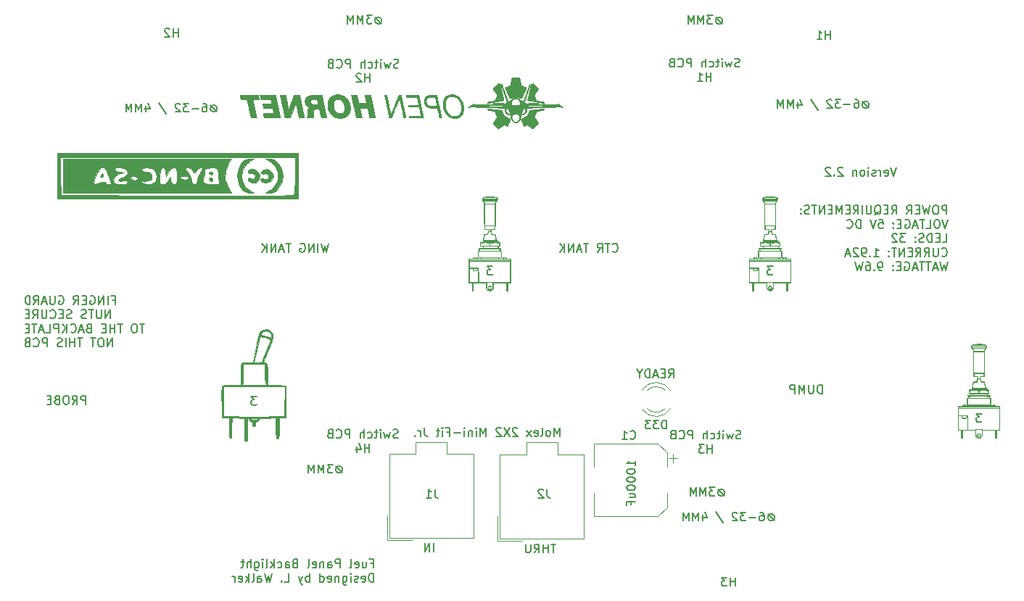
<source format=gbr>
%TF.GenerationSoftware,KiCad,Pcbnew,(5.1.12-1-10_14)*%
%TF.CreationDate,2021-11-25T17:09:38+11:00*%
%TF.ProjectId,Fuel Panel PCB V2,4675656c-2050-4616-9e65-6c2050434220,rev?*%
%TF.SameCoordinates,Original*%
%TF.FileFunction,Legend,Bot*%
%TF.FilePolarity,Positive*%
%FSLAX46Y46*%
G04 Gerber Fmt 4.6, Leading zero omitted, Abs format (unit mm)*
G04 Created by KiCad (PCBNEW (5.1.12-1-10_14)) date 2021-11-25 17:09:38*
%MOMM*%
%LPD*%
G01*
G04 APERTURE LIST*
%ADD10C,0.150000*%
%ADD11C,0.120000*%
%ADD12C,0.010000*%
%ADD13C,0.100000*%
G04 APERTURE END LIST*
D10*
X137350285Y-129636876D02*
X137159809Y-129636876D01*
X136969333Y-129732114D01*
X136874095Y-129922590D01*
X136874095Y-130113066D01*
X136969333Y-130303542D01*
X137159809Y-130398780D01*
X137350285Y-130398780D01*
X137540761Y-130303542D01*
X137636000Y-130113066D01*
X137636000Y-129922590D01*
X137540761Y-129732114D01*
X137350285Y-129636876D01*
X136874095Y-129636876D02*
X137636000Y-130398780D01*
X136493142Y-129398780D02*
X135874095Y-129398780D01*
X136207428Y-129779733D01*
X136064571Y-129779733D01*
X135969333Y-129827352D01*
X135921714Y-129874971D01*
X135874095Y-129970209D01*
X135874095Y-130208304D01*
X135921714Y-130303542D01*
X135969333Y-130351161D01*
X136064571Y-130398780D01*
X136350285Y-130398780D01*
X136445523Y-130351161D01*
X136493142Y-130303542D01*
X135445523Y-130398780D02*
X135445523Y-129398780D01*
X135112190Y-130113066D01*
X134778857Y-129398780D01*
X134778857Y-130398780D01*
X134302666Y-130398780D02*
X134302666Y-129398780D01*
X133969333Y-130113066D01*
X133636000Y-129398780D01*
X133636000Y-130398780D01*
X181952685Y-132329276D02*
X181762209Y-132329276D01*
X181571733Y-132424514D01*
X181476495Y-132614990D01*
X181476495Y-132805466D01*
X181571733Y-132995942D01*
X181762209Y-133091180D01*
X181952685Y-133091180D01*
X182143161Y-132995942D01*
X182238400Y-132805466D01*
X182238400Y-132614990D01*
X182143161Y-132424514D01*
X181952685Y-132329276D01*
X181476495Y-132329276D02*
X182238400Y-133091180D01*
X181095542Y-132091180D02*
X180476495Y-132091180D01*
X180809828Y-132472133D01*
X180666971Y-132472133D01*
X180571733Y-132519752D01*
X180524114Y-132567371D01*
X180476495Y-132662609D01*
X180476495Y-132900704D01*
X180524114Y-132995942D01*
X180571733Y-133043561D01*
X180666971Y-133091180D01*
X180952685Y-133091180D01*
X181047923Y-133043561D01*
X181095542Y-132995942D01*
X180047923Y-133091180D02*
X180047923Y-132091180D01*
X179714590Y-132805466D01*
X179381257Y-132091180D01*
X179381257Y-133091180D01*
X178905066Y-133091180D02*
X178905066Y-132091180D01*
X178571733Y-132805466D01*
X178238400Y-132091180D01*
X178238400Y-133091180D01*
X181698685Y-77211276D02*
X181508209Y-77211276D01*
X181317733Y-77306514D01*
X181222495Y-77496990D01*
X181222495Y-77687466D01*
X181317733Y-77877942D01*
X181508209Y-77973180D01*
X181698685Y-77973180D01*
X181889161Y-77877942D01*
X181984400Y-77687466D01*
X181984400Y-77496990D01*
X181889161Y-77306514D01*
X181698685Y-77211276D01*
X181222495Y-77211276D02*
X181984400Y-77973180D01*
X180841542Y-76973180D02*
X180222495Y-76973180D01*
X180555828Y-77354133D01*
X180412971Y-77354133D01*
X180317733Y-77401752D01*
X180270114Y-77449371D01*
X180222495Y-77544609D01*
X180222495Y-77782704D01*
X180270114Y-77877942D01*
X180317733Y-77925561D01*
X180412971Y-77973180D01*
X180698685Y-77973180D01*
X180793923Y-77925561D01*
X180841542Y-77877942D01*
X179793923Y-77973180D02*
X179793923Y-76973180D01*
X179460590Y-77687466D01*
X179127257Y-76973180D01*
X179127257Y-77973180D01*
X178651066Y-77973180D02*
X178651066Y-76973180D01*
X178317733Y-77687466D01*
X177984400Y-76973180D01*
X177984400Y-77973180D01*
X141922285Y-77160476D02*
X141731809Y-77160476D01*
X141541333Y-77255714D01*
X141446095Y-77446190D01*
X141446095Y-77636666D01*
X141541333Y-77827142D01*
X141731809Y-77922380D01*
X141922285Y-77922380D01*
X142112761Y-77827142D01*
X142208000Y-77636666D01*
X142208000Y-77446190D01*
X142112761Y-77255714D01*
X141922285Y-77160476D01*
X141446095Y-77160476D02*
X142208000Y-77922380D01*
X141065142Y-76922380D02*
X140446095Y-76922380D01*
X140779428Y-77303333D01*
X140636571Y-77303333D01*
X140541333Y-77350952D01*
X140493714Y-77398571D01*
X140446095Y-77493809D01*
X140446095Y-77731904D01*
X140493714Y-77827142D01*
X140541333Y-77874761D01*
X140636571Y-77922380D01*
X140922285Y-77922380D01*
X141017523Y-77874761D01*
X141065142Y-77827142D01*
X140017523Y-77922380D02*
X140017523Y-76922380D01*
X139684190Y-77636666D01*
X139350857Y-76922380D01*
X139350857Y-77922380D01*
X138874666Y-77922380D02*
X138874666Y-76922380D01*
X138541333Y-77636666D01*
X138208000Y-76922380D01*
X138208000Y-77922380D01*
X144100038Y-126274961D02*
X143957180Y-126322580D01*
X143719085Y-126322580D01*
X143623847Y-126274961D01*
X143576228Y-126227342D01*
X143528609Y-126132104D01*
X143528609Y-126036866D01*
X143576228Y-125941628D01*
X143623847Y-125894009D01*
X143719085Y-125846390D01*
X143909561Y-125798771D01*
X144004800Y-125751152D01*
X144052419Y-125703533D01*
X144100038Y-125608295D01*
X144100038Y-125513057D01*
X144052419Y-125417819D01*
X144004800Y-125370200D01*
X143909561Y-125322580D01*
X143671466Y-125322580D01*
X143528609Y-125370200D01*
X143195276Y-125655914D02*
X143004800Y-126322580D01*
X142814323Y-125846390D01*
X142623847Y-126322580D01*
X142433371Y-125655914D01*
X142052419Y-126322580D02*
X142052419Y-125655914D01*
X142052419Y-125322580D02*
X142100038Y-125370200D01*
X142052419Y-125417819D01*
X142004800Y-125370200D01*
X142052419Y-125322580D01*
X142052419Y-125417819D01*
X141719085Y-125655914D02*
X141338133Y-125655914D01*
X141576228Y-125322580D02*
X141576228Y-126179723D01*
X141528609Y-126274961D01*
X141433371Y-126322580D01*
X141338133Y-126322580D01*
X140576228Y-126274961D02*
X140671466Y-126322580D01*
X140861942Y-126322580D01*
X140957180Y-126274961D01*
X141004800Y-126227342D01*
X141052419Y-126132104D01*
X141052419Y-125846390D01*
X141004800Y-125751152D01*
X140957180Y-125703533D01*
X140861942Y-125655914D01*
X140671466Y-125655914D01*
X140576228Y-125703533D01*
X140147657Y-126322580D02*
X140147657Y-125322580D01*
X139719085Y-126322580D02*
X139719085Y-125798771D01*
X139766704Y-125703533D01*
X139861942Y-125655914D01*
X140004800Y-125655914D01*
X140100038Y-125703533D01*
X140147657Y-125751152D01*
X138480990Y-126322580D02*
X138480990Y-125322580D01*
X138100038Y-125322580D01*
X138004800Y-125370200D01*
X137957180Y-125417819D01*
X137909561Y-125513057D01*
X137909561Y-125655914D01*
X137957180Y-125751152D01*
X138004800Y-125798771D01*
X138100038Y-125846390D01*
X138480990Y-125846390D01*
X136909561Y-126227342D02*
X136957180Y-126274961D01*
X137100038Y-126322580D01*
X137195276Y-126322580D01*
X137338133Y-126274961D01*
X137433371Y-126179723D01*
X137480990Y-126084485D01*
X137528609Y-125894009D01*
X137528609Y-125751152D01*
X137480990Y-125560676D01*
X137433371Y-125465438D01*
X137338133Y-125370200D01*
X137195276Y-125322580D01*
X137100038Y-125322580D01*
X136957180Y-125370200D01*
X136909561Y-125417819D01*
X136147657Y-125798771D02*
X136004800Y-125846390D01*
X135957180Y-125894009D01*
X135909561Y-125989247D01*
X135909561Y-126132104D01*
X135957180Y-126227342D01*
X136004800Y-126274961D01*
X136100038Y-126322580D01*
X136480990Y-126322580D01*
X136480990Y-125322580D01*
X136147657Y-125322580D01*
X136052419Y-125370200D01*
X136004800Y-125417819D01*
X135957180Y-125513057D01*
X135957180Y-125608295D01*
X136004800Y-125703533D01*
X136052419Y-125751152D01*
X136147657Y-125798771D01*
X136480990Y-125798771D01*
X140766704Y-127972580D02*
X140766704Y-126972580D01*
X140766704Y-127448771D02*
X140195276Y-127448771D01*
X140195276Y-127972580D02*
X140195276Y-126972580D01*
X139290514Y-127305914D02*
X139290514Y-127972580D01*
X139528609Y-126924961D02*
X139766704Y-127639247D01*
X139147657Y-127639247D01*
X144150838Y-83044161D02*
X144007980Y-83091780D01*
X143769885Y-83091780D01*
X143674647Y-83044161D01*
X143627028Y-82996542D01*
X143579409Y-82901304D01*
X143579409Y-82806066D01*
X143627028Y-82710828D01*
X143674647Y-82663209D01*
X143769885Y-82615590D01*
X143960361Y-82567971D01*
X144055600Y-82520352D01*
X144103219Y-82472733D01*
X144150838Y-82377495D01*
X144150838Y-82282257D01*
X144103219Y-82187019D01*
X144055600Y-82139400D01*
X143960361Y-82091780D01*
X143722266Y-82091780D01*
X143579409Y-82139400D01*
X143246076Y-82425114D02*
X143055600Y-83091780D01*
X142865123Y-82615590D01*
X142674647Y-83091780D01*
X142484171Y-82425114D01*
X142103219Y-83091780D02*
X142103219Y-82425114D01*
X142103219Y-82091780D02*
X142150838Y-82139400D01*
X142103219Y-82187019D01*
X142055600Y-82139400D01*
X142103219Y-82091780D01*
X142103219Y-82187019D01*
X141769885Y-82425114D02*
X141388933Y-82425114D01*
X141627028Y-82091780D02*
X141627028Y-82948923D01*
X141579409Y-83044161D01*
X141484171Y-83091780D01*
X141388933Y-83091780D01*
X140627028Y-83044161D02*
X140722266Y-83091780D01*
X140912742Y-83091780D01*
X141007980Y-83044161D01*
X141055600Y-82996542D01*
X141103219Y-82901304D01*
X141103219Y-82615590D01*
X141055600Y-82520352D01*
X141007980Y-82472733D01*
X140912742Y-82425114D01*
X140722266Y-82425114D01*
X140627028Y-82472733D01*
X140198457Y-83091780D02*
X140198457Y-82091780D01*
X139769885Y-83091780D02*
X139769885Y-82567971D01*
X139817504Y-82472733D01*
X139912742Y-82425114D01*
X140055600Y-82425114D01*
X140150838Y-82472733D01*
X140198457Y-82520352D01*
X138531790Y-83091780D02*
X138531790Y-82091780D01*
X138150838Y-82091780D01*
X138055600Y-82139400D01*
X138007980Y-82187019D01*
X137960361Y-82282257D01*
X137960361Y-82425114D01*
X138007980Y-82520352D01*
X138055600Y-82567971D01*
X138150838Y-82615590D01*
X138531790Y-82615590D01*
X136960361Y-82996542D02*
X137007980Y-83044161D01*
X137150838Y-83091780D01*
X137246076Y-83091780D01*
X137388933Y-83044161D01*
X137484171Y-82948923D01*
X137531790Y-82853685D01*
X137579409Y-82663209D01*
X137579409Y-82520352D01*
X137531790Y-82329876D01*
X137484171Y-82234638D01*
X137388933Y-82139400D01*
X137246076Y-82091780D01*
X137150838Y-82091780D01*
X137007980Y-82139400D01*
X136960361Y-82187019D01*
X136198457Y-82567971D02*
X136055600Y-82615590D01*
X136007980Y-82663209D01*
X135960361Y-82758447D01*
X135960361Y-82901304D01*
X136007980Y-82996542D01*
X136055600Y-83044161D01*
X136150838Y-83091780D01*
X136531790Y-83091780D01*
X136531790Y-82091780D01*
X136198457Y-82091780D01*
X136103219Y-82139400D01*
X136055600Y-82187019D01*
X136007980Y-82282257D01*
X136007980Y-82377495D01*
X136055600Y-82472733D01*
X136103219Y-82520352D01*
X136198457Y-82567971D01*
X136531790Y-82567971D01*
X140817504Y-84741780D02*
X140817504Y-83741780D01*
X140817504Y-84217971D02*
X140246076Y-84217971D01*
X140246076Y-84741780D02*
X140246076Y-83741780D01*
X139817504Y-83837019D02*
X139769885Y-83789400D01*
X139674647Y-83741780D01*
X139436552Y-83741780D01*
X139341314Y-83789400D01*
X139293695Y-83837019D01*
X139246076Y-83932257D01*
X139246076Y-84027495D01*
X139293695Y-84170352D01*
X139865123Y-84741780D01*
X139246076Y-84741780D01*
X184130438Y-126376561D02*
X183987580Y-126424180D01*
X183749485Y-126424180D01*
X183654247Y-126376561D01*
X183606628Y-126328942D01*
X183559009Y-126233704D01*
X183559009Y-126138466D01*
X183606628Y-126043228D01*
X183654247Y-125995609D01*
X183749485Y-125947990D01*
X183939961Y-125900371D01*
X184035200Y-125852752D01*
X184082819Y-125805133D01*
X184130438Y-125709895D01*
X184130438Y-125614657D01*
X184082819Y-125519419D01*
X184035200Y-125471800D01*
X183939961Y-125424180D01*
X183701866Y-125424180D01*
X183559009Y-125471800D01*
X183225676Y-125757514D02*
X183035200Y-126424180D01*
X182844723Y-125947990D01*
X182654247Y-126424180D01*
X182463771Y-125757514D01*
X182082819Y-126424180D02*
X182082819Y-125757514D01*
X182082819Y-125424180D02*
X182130438Y-125471800D01*
X182082819Y-125519419D01*
X182035200Y-125471800D01*
X182082819Y-125424180D01*
X182082819Y-125519419D01*
X181749485Y-125757514D02*
X181368533Y-125757514D01*
X181606628Y-125424180D02*
X181606628Y-126281323D01*
X181559009Y-126376561D01*
X181463771Y-126424180D01*
X181368533Y-126424180D01*
X180606628Y-126376561D02*
X180701866Y-126424180D01*
X180892342Y-126424180D01*
X180987580Y-126376561D01*
X181035200Y-126328942D01*
X181082819Y-126233704D01*
X181082819Y-125947990D01*
X181035200Y-125852752D01*
X180987580Y-125805133D01*
X180892342Y-125757514D01*
X180701866Y-125757514D01*
X180606628Y-125805133D01*
X180178057Y-126424180D02*
X180178057Y-125424180D01*
X179749485Y-126424180D02*
X179749485Y-125900371D01*
X179797104Y-125805133D01*
X179892342Y-125757514D01*
X180035200Y-125757514D01*
X180130438Y-125805133D01*
X180178057Y-125852752D01*
X178511390Y-126424180D02*
X178511390Y-125424180D01*
X178130438Y-125424180D01*
X178035200Y-125471800D01*
X177987580Y-125519419D01*
X177939961Y-125614657D01*
X177939961Y-125757514D01*
X177987580Y-125852752D01*
X178035200Y-125900371D01*
X178130438Y-125947990D01*
X178511390Y-125947990D01*
X176939961Y-126328942D02*
X176987580Y-126376561D01*
X177130438Y-126424180D01*
X177225676Y-126424180D01*
X177368533Y-126376561D01*
X177463771Y-126281323D01*
X177511390Y-126186085D01*
X177559009Y-125995609D01*
X177559009Y-125852752D01*
X177511390Y-125662276D01*
X177463771Y-125567038D01*
X177368533Y-125471800D01*
X177225676Y-125424180D01*
X177130438Y-125424180D01*
X176987580Y-125471800D01*
X176939961Y-125519419D01*
X176178057Y-125900371D02*
X176035200Y-125947990D01*
X175987580Y-125995609D01*
X175939961Y-126090847D01*
X175939961Y-126233704D01*
X175987580Y-126328942D01*
X176035200Y-126376561D01*
X176130438Y-126424180D01*
X176511390Y-126424180D01*
X176511390Y-125424180D01*
X176178057Y-125424180D01*
X176082819Y-125471800D01*
X176035200Y-125519419D01*
X175987580Y-125614657D01*
X175987580Y-125709895D01*
X176035200Y-125805133D01*
X176082819Y-125852752D01*
X176178057Y-125900371D01*
X176511390Y-125900371D01*
X180797104Y-128074180D02*
X180797104Y-127074180D01*
X180797104Y-127550371D02*
X180225676Y-127550371D01*
X180225676Y-128074180D02*
X180225676Y-127074180D01*
X179844723Y-127074180D02*
X179225676Y-127074180D01*
X179559009Y-127455133D01*
X179416152Y-127455133D01*
X179320914Y-127502752D01*
X179273295Y-127550371D01*
X179225676Y-127645609D01*
X179225676Y-127883704D01*
X179273295Y-127978942D01*
X179320914Y-128026561D01*
X179416152Y-128074180D01*
X179701866Y-128074180D01*
X179797104Y-128026561D01*
X179844723Y-127978942D01*
X183978038Y-82942561D02*
X183835180Y-82990180D01*
X183597085Y-82990180D01*
X183501847Y-82942561D01*
X183454228Y-82894942D01*
X183406609Y-82799704D01*
X183406609Y-82704466D01*
X183454228Y-82609228D01*
X183501847Y-82561609D01*
X183597085Y-82513990D01*
X183787561Y-82466371D01*
X183882800Y-82418752D01*
X183930419Y-82371133D01*
X183978038Y-82275895D01*
X183978038Y-82180657D01*
X183930419Y-82085419D01*
X183882800Y-82037800D01*
X183787561Y-81990180D01*
X183549466Y-81990180D01*
X183406609Y-82037800D01*
X183073276Y-82323514D02*
X182882800Y-82990180D01*
X182692323Y-82513990D01*
X182501847Y-82990180D01*
X182311371Y-82323514D01*
X181930419Y-82990180D02*
X181930419Y-82323514D01*
X181930419Y-81990180D02*
X181978038Y-82037800D01*
X181930419Y-82085419D01*
X181882800Y-82037800D01*
X181930419Y-81990180D01*
X181930419Y-82085419D01*
X181597085Y-82323514D02*
X181216133Y-82323514D01*
X181454228Y-81990180D02*
X181454228Y-82847323D01*
X181406609Y-82942561D01*
X181311371Y-82990180D01*
X181216133Y-82990180D01*
X180454228Y-82942561D02*
X180549466Y-82990180D01*
X180739942Y-82990180D01*
X180835180Y-82942561D01*
X180882800Y-82894942D01*
X180930419Y-82799704D01*
X180930419Y-82513990D01*
X180882800Y-82418752D01*
X180835180Y-82371133D01*
X180739942Y-82323514D01*
X180549466Y-82323514D01*
X180454228Y-82371133D01*
X180025657Y-82990180D02*
X180025657Y-81990180D01*
X179597085Y-82990180D02*
X179597085Y-82466371D01*
X179644704Y-82371133D01*
X179739942Y-82323514D01*
X179882800Y-82323514D01*
X179978038Y-82371133D01*
X180025657Y-82418752D01*
X178358990Y-82990180D02*
X178358990Y-81990180D01*
X177978038Y-81990180D01*
X177882800Y-82037800D01*
X177835180Y-82085419D01*
X177787561Y-82180657D01*
X177787561Y-82323514D01*
X177835180Y-82418752D01*
X177882800Y-82466371D01*
X177978038Y-82513990D01*
X178358990Y-82513990D01*
X176787561Y-82894942D02*
X176835180Y-82942561D01*
X176978038Y-82990180D01*
X177073276Y-82990180D01*
X177216133Y-82942561D01*
X177311371Y-82847323D01*
X177358990Y-82752085D01*
X177406609Y-82561609D01*
X177406609Y-82418752D01*
X177358990Y-82228276D01*
X177311371Y-82133038D01*
X177216133Y-82037800D01*
X177073276Y-81990180D01*
X176978038Y-81990180D01*
X176835180Y-82037800D01*
X176787561Y-82085419D01*
X176025657Y-82466371D02*
X175882800Y-82513990D01*
X175835180Y-82561609D01*
X175787561Y-82656847D01*
X175787561Y-82799704D01*
X175835180Y-82894942D01*
X175882800Y-82942561D01*
X175978038Y-82990180D01*
X176358990Y-82990180D01*
X176358990Y-81990180D01*
X176025657Y-81990180D01*
X175930419Y-82037800D01*
X175882800Y-82085419D01*
X175835180Y-82180657D01*
X175835180Y-82275895D01*
X175882800Y-82371133D01*
X175930419Y-82418752D01*
X176025657Y-82466371D01*
X176358990Y-82466371D01*
X180644704Y-84640180D02*
X180644704Y-83640180D01*
X180644704Y-84116371D02*
X180073276Y-84116371D01*
X180073276Y-84640180D02*
X180073276Y-83640180D01*
X179073276Y-84640180D02*
X179644704Y-84640180D01*
X179358990Y-84640180D02*
X179358990Y-83640180D01*
X179454228Y-83783038D01*
X179549466Y-83878276D01*
X179644704Y-83925895D01*
X127587333Y-121473980D02*
X126968285Y-121473980D01*
X127301619Y-121854933D01*
X127158761Y-121854933D01*
X127063523Y-121902552D01*
X127015904Y-121950171D01*
X126968285Y-122045409D01*
X126968285Y-122283504D01*
X127015904Y-122378742D01*
X127063523Y-122426361D01*
X127158761Y-122473980D01*
X127444476Y-122473980D01*
X127539714Y-122426361D01*
X127587333Y-122378742D01*
X175693200Y-119273580D02*
X176026533Y-118797390D01*
X176264628Y-119273580D02*
X176264628Y-118273580D01*
X175883676Y-118273580D01*
X175788438Y-118321200D01*
X175740819Y-118368819D01*
X175693200Y-118464057D01*
X175693200Y-118606914D01*
X175740819Y-118702152D01*
X175788438Y-118749771D01*
X175883676Y-118797390D01*
X176264628Y-118797390D01*
X175264628Y-118749771D02*
X174931295Y-118749771D01*
X174788438Y-119273580D02*
X175264628Y-119273580D01*
X175264628Y-118273580D01*
X174788438Y-118273580D01*
X174407485Y-118987866D02*
X173931295Y-118987866D01*
X174502723Y-119273580D02*
X174169390Y-118273580D01*
X173836057Y-119273580D01*
X173502723Y-119273580D02*
X173502723Y-118273580D01*
X173264628Y-118273580D01*
X173121771Y-118321200D01*
X173026533Y-118416438D01*
X172978914Y-118511676D01*
X172931295Y-118702152D01*
X172931295Y-118845009D01*
X172978914Y-119035485D01*
X173026533Y-119130723D01*
X173121771Y-119225961D01*
X173264628Y-119273580D01*
X173502723Y-119273580D01*
X172312247Y-118797390D02*
X172312247Y-119273580D01*
X172645580Y-118273580D02*
X172312247Y-118797390D01*
X171978914Y-118273580D01*
X171800780Y-129548190D02*
X171800780Y-128976761D01*
X171800780Y-129262476D02*
X170800780Y-129262476D01*
X170943638Y-129167238D01*
X171038876Y-129072000D01*
X171086495Y-128976761D01*
X170800780Y-130167238D02*
X170800780Y-130262476D01*
X170848400Y-130357714D01*
X170896019Y-130405333D01*
X170991257Y-130452952D01*
X171181733Y-130500571D01*
X171419828Y-130500571D01*
X171610304Y-130452952D01*
X171705542Y-130405333D01*
X171753161Y-130357714D01*
X171800780Y-130262476D01*
X171800780Y-130167238D01*
X171753161Y-130072000D01*
X171705542Y-130024380D01*
X171610304Y-129976761D01*
X171419828Y-129929142D01*
X171181733Y-129929142D01*
X170991257Y-129976761D01*
X170896019Y-130024380D01*
X170848400Y-130072000D01*
X170800780Y-130167238D01*
X170800780Y-131119619D02*
X170800780Y-131214857D01*
X170848400Y-131310095D01*
X170896019Y-131357714D01*
X170991257Y-131405333D01*
X171181733Y-131452952D01*
X171419828Y-131452952D01*
X171610304Y-131405333D01*
X171705542Y-131357714D01*
X171753161Y-131310095D01*
X171800780Y-131214857D01*
X171800780Y-131119619D01*
X171753161Y-131024380D01*
X171705542Y-130976761D01*
X171610304Y-130929142D01*
X171419828Y-130881523D01*
X171181733Y-130881523D01*
X170991257Y-130929142D01*
X170896019Y-130976761D01*
X170848400Y-131024380D01*
X170800780Y-131119619D01*
X170800780Y-132072000D02*
X170800780Y-132167238D01*
X170848400Y-132262476D01*
X170896019Y-132310095D01*
X170991257Y-132357714D01*
X171181733Y-132405333D01*
X171419828Y-132405333D01*
X171610304Y-132357714D01*
X171705542Y-132310095D01*
X171753161Y-132262476D01*
X171800780Y-132167238D01*
X171800780Y-132072000D01*
X171753161Y-131976761D01*
X171705542Y-131929142D01*
X171610304Y-131881523D01*
X171419828Y-131833904D01*
X171181733Y-131833904D01*
X170991257Y-131881523D01*
X170896019Y-131929142D01*
X170848400Y-131976761D01*
X170800780Y-132072000D01*
X171134114Y-133262476D02*
X171800780Y-133262476D01*
X171134114Y-132833904D02*
X171657923Y-132833904D01*
X171753161Y-132881523D01*
X171800780Y-132976761D01*
X171800780Y-133119619D01*
X171753161Y-133214857D01*
X171705542Y-133262476D01*
X171276971Y-134072000D02*
X171276971Y-133738666D01*
X171800780Y-133738666D02*
X170800780Y-133738666D01*
X170800780Y-134214857D01*
X208173004Y-100159540D02*
X208173004Y-99159540D01*
X207792052Y-99159540D01*
X207696814Y-99207160D01*
X207649195Y-99254779D01*
X207601576Y-99350017D01*
X207601576Y-99492874D01*
X207649195Y-99588112D01*
X207696814Y-99635731D01*
X207792052Y-99683350D01*
X208173004Y-99683350D01*
X206982528Y-99159540D02*
X206792052Y-99159540D01*
X206696814Y-99207160D01*
X206601576Y-99302398D01*
X206553957Y-99492874D01*
X206553957Y-99826207D01*
X206601576Y-100016683D01*
X206696814Y-100111921D01*
X206792052Y-100159540D01*
X206982528Y-100159540D01*
X207077766Y-100111921D01*
X207173004Y-100016683D01*
X207220623Y-99826207D01*
X207220623Y-99492874D01*
X207173004Y-99302398D01*
X207077766Y-99207160D01*
X206982528Y-99159540D01*
X206220623Y-99159540D02*
X205982528Y-100159540D01*
X205792052Y-99445255D01*
X205601576Y-100159540D01*
X205363480Y-99159540D01*
X204982528Y-99635731D02*
X204649195Y-99635731D01*
X204506338Y-100159540D02*
X204982528Y-100159540D01*
X204982528Y-99159540D01*
X204506338Y-99159540D01*
X203506338Y-100159540D02*
X203839671Y-99683350D01*
X204077766Y-100159540D02*
X204077766Y-99159540D01*
X203696814Y-99159540D01*
X203601576Y-99207160D01*
X203553957Y-99254779D01*
X203506338Y-99350017D01*
X203506338Y-99492874D01*
X203553957Y-99588112D01*
X203601576Y-99635731D01*
X203696814Y-99683350D01*
X204077766Y-99683350D01*
X201744433Y-100159540D02*
X202077766Y-99683350D01*
X202315861Y-100159540D02*
X202315861Y-99159540D01*
X201934909Y-99159540D01*
X201839671Y-99207160D01*
X201792052Y-99254779D01*
X201744433Y-99350017D01*
X201744433Y-99492874D01*
X201792052Y-99588112D01*
X201839671Y-99635731D01*
X201934909Y-99683350D01*
X202315861Y-99683350D01*
X201315861Y-99635731D02*
X200982528Y-99635731D01*
X200839671Y-100159540D02*
X201315861Y-100159540D01*
X201315861Y-99159540D01*
X200839671Y-99159540D01*
X199744433Y-100254779D02*
X199839671Y-100207160D01*
X199934909Y-100111921D01*
X200077766Y-99969064D01*
X200173004Y-99921445D01*
X200268242Y-99921445D01*
X200220623Y-100159540D02*
X200315861Y-100111921D01*
X200411100Y-100016683D01*
X200458719Y-99826207D01*
X200458719Y-99492874D01*
X200411100Y-99302398D01*
X200315861Y-99207160D01*
X200220623Y-99159540D01*
X200030147Y-99159540D01*
X199934909Y-99207160D01*
X199839671Y-99302398D01*
X199792052Y-99492874D01*
X199792052Y-99826207D01*
X199839671Y-100016683D01*
X199934909Y-100111921D01*
X200030147Y-100159540D01*
X200220623Y-100159540D01*
X199363480Y-99159540D02*
X199363480Y-99969064D01*
X199315861Y-100064302D01*
X199268242Y-100111921D01*
X199173004Y-100159540D01*
X198982528Y-100159540D01*
X198887290Y-100111921D01*
X198839671Y-100064302D01*
X198792052Y-99969064D01*
X198792052Y-99159540D01*
X198315861Y-100159540D02*
X198315861Y-99159540D01*
X197268242Y-100159540D02*
X197601576Y-99683350D01*
X197839671Y-100159540D02*
X197839671Y-99159540D01*
X197458719Y-99159540D01*
X197363480Y-99207160D01*
X197315861Y-99254779D01*
X197268242Y-99350017D01*
X197268242Y-99492874D01*
X197315861Y-99588112D01*
X197363480Y-99635731D01*
X197458719Y-99683350D01*
X197839671Y-99683350D01*
X196839671Y-99635731D02*
X196506338Y-99635731D01*
X196363480Y-100159540D02*
X196839671Y-100159540D01*
X196839671Y-99159540D01*
X196363480Y-99159540D01*
X195934909Y-100159540D02*
X195934909Y-99159540D01*
X195601576Y-99873826D01*
X195268242Y-99159540D01*
X195268242Y-100159540D01*
X194792052Y-99635731D02*
X194458719Y-99635731D01*
X194315861Y-100159540D02*
X194792052Y-100159540D01*
X194792052Y-99159540D01*
X194315861Y-99159540D01*
X193887290Y-100159540D02*
X193887290Y-99159540D01*
X193315861Y-100159540D01*
X193315861Y-99159540D01*
X192982528Y-99159540D02*
X192411100Y-99159540D01*
X192696814Y-100159540D02*
X192696814Y-99159540D01*
X192125385Y-100111921D02*
X191982528Y-100159540D01*
X191744433Y-100159540D01*
X191649195Y-100111921D01*
X191601576Y-100064302D01*
X191553957Y-99969064D01*
X191553957Y-99873826D01*
X191601576Y-99778588D01*
X191649195Y-99730969D01*
X191744433Y-99683350D01*
X191934909Y-99635731D01*
X192030147Y-99588112D01*
X192077766Y-99540493D01*
X192125385Y-99445255D01*
X192125385Y-99350017D01*
X192077766Y-99254779D01*
X192030147Y-99207160D01*
X191934909Y-99159540D01*
X191696814Y-99159540D01*
X191553957Y-99207160D01*
X191125385Y-100064302D02*
X191077766Y-100111921D01*
X191125385Y-100159540D01*
X191173004Y-100111921D01*
X191125385Y-100064302D01*
X191125385Y-100159540D01*
X191125385Y-99540493D02*
X191077766Y-99588112D01*
X191125385Y-99635731D01*
X191173004Y-99588112D01*
X191125385Y-99540493D01*
X191125385Y-99635731D01*
X208315861Y-100809540D02*
X207982528Y-101809540D01*
X207649195Y-100809540D01*
X207125385Y-100809540D02*
X206934909Y-100809540D01*
X206839671Y-100857160D01*
X206744433Y-100952398D01*
X206696814Y-101142874D01*
X206696814Y-101476207D01*
X206744433Y-101666683D01*
X206839671Y-101761921D01*
X206934909Y-101809540D01*
X207125385Y-101809540D01*
X207220623Y-101761921D01*
X207315861Y-101666683D01*
X207363480Y-101476207D01*
X207363480Y-101142874D01*
X207315861Y-100952398D01*
X207220623Y-100857160D01*
X207125385Y-100809540D01*
X205792052Y-101809540D02*
X206268242Y-101809540D01*
X206268242Y-100809540D01*
X205601576Y-100809540D02*
X205030147Y-100809540D01*
X205315861Y-101809540D02*
X205315861Y-100809540D01*
X204744433Y-101523826D02*
X204268242Y-101523826D01*
X204839671Y-101809540D02*
X204506338Y-100809540D01*
X204173004Y-101809540D01*
X203315861Y-100857160D02*
X203411100Y-100809540D01*
X203553957Y-100809540D01*
X203696814Y-100857160D01*
X203792052Y-100952398D01*
X203839671Y-101047636D01*
X203887290Y-101238112D01*
X203887290Y-101380969D01*
X203839671Y-101571445D01*
X203792052Y-101666683D01*
X203696814Y-101761921D01*
X203553957Y-101809540D01*
X203458719Y-101809540D01*
X203315861Y-101761921D01*
X203268242Y-101714302D01*
X203268242Y-101380969D01*
X203458719Y-101380969D01*
X202839671Y-101285731D02*
X202506338Y-101285731D01*
X202363480Y-101809540D02*
X202839671Y-101809540D01*
X202839671Y-100809540D01*
X202363480Y-100809540D01*
X201934909Y-101714302D02*
X201887290Y-101761921D01*
X201934909Y-101809540D01*
X201982528Y-101761921D01*
X201934909Y-101714302D01*
X201934909Y-101809540D01*
X201934909Y-101190493D02*
X201887290Y-101238112D01*
X201934909Y-101285731D01*
X201982528Y-101238112D01*
X201934909Y-101190493D01*
X201934909Y-101285731D01*
X200220623Y-100809540D02*
X200696814Y-100809540D01*
X200744433Y-101285731D01*
X200696814Y-101238112D01*
X200601576Y-101190493D01*
X200363480Y-101190493D01*
X200268242Y-101238112D01*
X200220623Y-101285731D01*
X200173004Y-101380969D01*
X200173004Y-101619064D01*
X200220623Y-101714302D01*
X200268242Y-101761921D01*
X200363480Y-101809540D01*
X200601576Y-101809540D01*
X200696814Y-101761921D01*
X200744433Y-101714302D01*
X199887290Y-100809540D02*
X199553957Y-101809540D01*
X199220623Y-100809540D01*
X198125385Y-101809540D02*
X198125385Y-100809540D01*
X197887290Y-100809540D01*
X197744433Y-100857160D01*
X197649195Y-100952398D01*
X197601576Y-101047636D01*
X197553957Y-101238112D01*
X197553957Y-101380969D01*
X197601576Y-101571445D01*
X197649195Y-101666683D01*
X197744433Y-101761921D01*
X197887290Y-101809540D01*
X198125385Y-101809540D01*
X196553957Y-101714302D02*
X196601576Y-101761921D01*
X196744433Y-101809540D01*
X196839671Y-101809540D01*
X196982528Y-101761921D01*
X197077766Y-101666683D01*
X197125385Y-101571445D01*
X197173004Y-101380969D01*
X197173004Y-101238112D01*
X197125385Y-101047636D01*
X197077766Y-100952398D01*
X196982528Y-100857160D01*
X196839671Y-100809540D01*
X196744433Y-100809540D01*
X196601576Y-100857160D01*
X196553957Y-100904779D01*
X207696814Y-103459540D02*
X208173004Y-103459540D01*
X208173004Y-102459540D01*
X207363480Y-102935731D02*
X207030147Y-102935731D01*
X206887290Y-103459540D02*
X207363480Y-103459540D01*
X207363480Y-102459540D01*
X206887290Y-102459540D01*
X206458719Y-103459540D02*
X206458719Y-102459540D01*
X206220623Y-102459540D01*
X206077766Y-102507160D01*
X205982528Y-102602398D01*
X205934909Y-102697636D01*
X205887290Y-102888112D01*
X205887290Y-103030969D01*
X205934909Y-103221445D01*
X205982528Y-103316683D01*
X206077766Y-103411921D01*
X206220623Y-103459540D01*
X206458719Y-103459540D01*
X205506338Y-103411921D02*
X205363480Y-103459540D01*
X205125385Y-103459540D01*
X205030147Y-103411921D01*
X204982528Y-103364302D01*
X204934909Y-103269064D01*
X204934909Y-103173826D01*
X204982528Y-103078588D01*
X205030147Y-103030969D01*
X205125385Y-102983350D01*
X205315861Y-102935731D01*
X205411100Y-102888112D01*
X205458719Y-102840493D01*
X205506338Y-102745255D01*
X205506338Y-102650017D01*
X205458719Y-102554779D01*
X205411100Y-102507160D01*
X205315861Y-102459540D01*
X205077766Y-102459540D01*
X204934909Y-102507160D01*
X204506338Y-103364302D02*
X204458719Y-103411921D01*
X204506338Y-103459540D01*
X204553957Y-103411921D01*
X204506338Y-103364302D01*
X204506338Y-103459540D01*
X204506338Y-102840493D02*
X204458719Y-102888112D01*
X204506338Y-102935731D01*
X204553957Y-102888112D01*
X204506338Y-102840493D01*
X204506338Y-102935731D01*
X203363480Y-102459540D02*
X202744433Y-102459540D01*
X203077766Y-102840493D01*
X202934909Y-102840493D01*
X202839671Y-102888112D01*
X202792052Y-102935731D01*
X202744433Y-103030969D01*
X202744433Y-103269064D01*
X202792052Y-103364302D01*
X202839671Y-103411921D01*
X202934909Y-103459540D01*
X203220623Y-103459540D01*
X203315861Y-103411921D01*
X203363480Y-103364302D01*
X202363480Y-102554779D02*
X202315861Y-102507160D01*
X202220623Y-102459540D01*
X201982528Y-102459540D01*
X201887290Y-102507160D01*
X201839671Y-102554779D01*
X201792052Y-102650017D01*
X201792052Y-102745255D01*
X201839671Y-102888112D01*
X202411100Y-103459540D01*
X201792052Y-103459540D01*
X207601576Y-105014302D02*
X207649195Y-105061921D01*
X207792052Y-105109540D01*
X207887290Y-105109540D01*
X208030147Y-105061921D01*
X208125385Y-104966683D01*
X208173004Y-104871445D01*
X208220623Y-104680969D01*
X208220623Y-104538112D01*
X208173004Y-104347636D01*
X208125385Y-104252398D01*
X208030147Y-104157160D01*
X207887290Y-104109540D01*
X207792052Y-104109540D01*
X207649195Y-104157160D01*
X207601576Y-104204779D01*
X207173004Y-104109540D02*
X207173004Y-104919064D01*
X207125385Y-105014302D01*
X207077766Y-105061921D01*
X206982528Y-105109540D01*
X206792052Y-105109540D01*
X206696814Y-105061921D01*
X206649195Y-105014302D01*
X206601576Y-104919064D01*
X206601576Y-104109540D01*
X205553957Y-105109540D02*
X205887290Y-104633350D01*
X206125385Y-105109540D02*
X206125385Y-104109540D01*
X205744433Y-104109540D01*
X205649195Y-104157160D01*
X205601576Y-104204779D01*
X205553957Y-104300017D01*
X205553957Y-104442874D01*
X205601576Y-104538112D01*
X205649195Y-104585731D01*
X205744433Y-104633350D01*
X206125385Y-104633350D01*
X204553957Y-105109540D02*
X204887290Y-104633350D01*
X205125385Y-105109540D02*
X205125385Y-104109540D01*
X204744433Y-104109540D01*
X204649195Y-104157160D01*
X204601576Y-104204779D01*
X204553957Y-104300017D01*
X204553957Y-104442874D01*
X204601576Y-104538112D01*
X204649195Y-104585731D01*
X204744433Y-104633350D01*
X205125385Y-104633350D01*
X204125385Y-104585731D02*
X203792052Y-104585731D01*
X203649195Y-105109540D02*
X204125385Y-105109540D01*
X204125385Y-104109540D01*
X203649195Y-104109540D01*
X203220623Y-105109540D02*
X203220623Y-104109540D01*
X202649195Y-105109540D01*
X202649195Y-104109540D01*
X202315861Y-104109540D02*
X201744433Y-104109540D01*
X202030147Y-105109540D02*
X202030147Y-104109540D01*
X201411100Y-105014302D02*
X201363480Y-105061921D01*
X201411100Y-105109540D01*
X201458719Y-105061921D01*
X201411100Y-105014302D01*
X201411100Y-105109540D01*
X201411100Y-104490493D02*
X201363480Y-104538112D01*
X201411100Y-104585731D01*
X201458719Y-104538112D01*
X201411100Y-104490493D01*
X201411100Y-104585731D01*
X199649195Y-105109540D02*
X200220623Y-105109540D01*
X199934909Y-105109540D02*
X199934909Y-104109540D01*
X200030147Y-104252398D01*
X200125385Y-104347636D01*
X200220623Y-104395255D01*
X199220623Y-105014302D02*
X199173004Y-105061921D01*
X199220623Y-105109540D01*
X199268242Y-105061921D01*
X199220623Y-105014302D01*
X199220623Y-105109540D01*
X198696814Y-105109540D02*
X198506338Y-105109540D01*
X198411100Y-105061921D01*
X198363480Y-105014302D01*
X198268242Y-104871445D01*
X198220623Y-104680969D01*
X198220623Y-104300017D01*
X198268242Y-104204779D01*
X198315861Y-104157160D01*
X198411100Y-104109540D01*
X198601576Y-104109540D01*
X198696814Y-104157160D01*
X198744433Y-104204779D01*
X198792052Y-104300017D01*
X198792052Y-104538112D01*
X198744433Y-104633350D01*
X198696814Y-104680969D01*
X198601576Y-104728588D01*
X198411100Y-104728588D01*
X198315861Y-104680969D01*
X198268242Y-104633350D01*
X198220623Y-104538112D01*
X197839671Y-104204779D02*
X197792052Y-104157160D01*
X197696814Y-104109540D01*
X197458719Y-104109540D01*
X197363480Y-104157160D01*
X197315861Y-104204779D01*
X197268242Y-104300017D01*
X197268242Y-104395255D01*
X197315861Y-104538112D01*
X197887290Y-105109540D01*
X197268242Y-105109540D01*
X196887290Y-104823826D02*
X196411100Y-104823826D01*
X196982528Y-105109540D02*
X196649195Y-104109540D01*
X196315861Y-105109540D01*
X208268242Y-105759540D02*
X208030147Y-106759540D01*
X207839671Y-106045255D01*
X207649195Y-106759540D01*
X207411100Y-105759540D01*
X207077766Y-106473826D02*
X206601576Y-106473826D01*
X207173004Y-106759540D02*
X206839671Y-105759540D01*
X206506338Y-106759540D01*
X206315861Y-105759540D02*
X205744433Y-105759540D01*
X206030147Y-106759540D02*
X206030147Y-105759540D01*
X205553957Y-105759540D02*
X204982528Y-105759540D01*
X205268242Y-106759540D02*
X205268242Y-105759540D01*
X204696814Y-106473826D02*
X204220623Y-106473826D01*
X204792052Y-106759540D02*
X204458719Y-105759540D01*
X204125385Y-106759540D01*
X203268242Y-105807160D02*
X203363480Y-105759540D01*
X203506338Y-105759540D01*
X203649195Y-105807160D01*
X203744433Y-105902398D01*
X203792052Y-105997636D01*
X203839671Y-106188112D01*
X203839671Y-106330969D01*
X203792052Y-106521445D01*
X203744433Y-106616683D01*
X203649195Y-106711921D01*
X203506338Y-106759540D01*
X203411100Y-106759540D01*
X203268242Y-106711921D01*
X203220623Y-106664302D01*
X203220623Y-106330969D01*
X203411100Y-106330969D01*
X202792052Y-106235731D02*
X202458719Y-106235731D01*
X202315861Y-106759540D02*
X202792052Y-106759540D01*
X202792052Y-105759540D01*
X202315861Y-105759540D01*
X201887290Y-106664302D02*
X201839671Y-106711921D01*
X201887290Y-106759540D01*
X201934909Y-106711921D01*
X201887290Y-106664302D01*
X201887290Y-106759540D01*
X201887290Y-106140493D02*
X201839671Y-106188112D01*
X201887290Y-106235731D01*
X201934909Y-106188112D01*
X201887290Y-106140493D01*
X201887290Y-106235731D01*
X200601576Y-106759540D02*
X200411100Y-106759540D01*
X200315861Y-106711921D01*
X200268242Y-106664302D01*
X200173004Y-106521445D01*
X200125385Y-106330969D01*
X200125385Y-105950017D01*
X200173004Y-105854779D01*
X200220623Y-105807160D01*
X200315861Y-105759540D01*
X200506338Y-105759540D01*
X200601576Y-105807160D01*
X200649195Y-105854779D01*
X200696814Y-105950017D01*
X200696814Y-106188112D01*
X200649195Y-106283350D01*
X200601576Y-106330969D01*
X200506338Y-106378588D01*
X200315861Y-106378588D01*
X200220623Y-106330969D01*
X200173004Y-106283350D01*
X200125385Y-106188112D01*
X199696814Y-106664302D02*
X199649195Y-106711921D01*
X199696814Y-106759540D01*
X199744433Y-106711921D01*
X199696814Y-106664302D01*
X199696814Y-106759540D01*
X198792052Y-105759540D02*
X198982528Y-105759540D01*
X199077766Y-105807160D01*
X199125385Y-105854779D01*
X199220623Y-105997636D01*
X199268242Y-106188112D01*
X199268242Y-106569064D01*
X199220623Y-106664302D01*
X199173004Y-106711921D01*
X199077766Y-106759540D01*
X198887290Y-106759540D01*
X198792052Y-106711921D01*
X198744433Y-106664302D01*
X198696814Y-106569064D01*
X198696814Y-106330969D01*
X198744433Y-106235731D01*
X198792052Y-106188112D01*
X198887290Y-106140493D01*
X199077766Y-106140493D01*
X199173004Y-106188112D01*
X199220623Y-106235731D01*
X199268242Y-106330969D01*
X198363480Y-105759540D02*
X198125385Y-106759540D01*
X197934909Y-106045255D01*
X197744433Y-106759540D01*
X197506338Y-105759540D01*
X163001220Y-126108720D02*
X163001220Y-125108720D01*
X162667887Y-125823006D01*
X162334554Y-125108720D01*
X162334554Y-126108720D01*
X161715506Y-126108720D02*
X161810744Y-126061101D01*
X161858363Y-126013482D01*
X161905982Y-125918244D01*
X161905982Y-125632530D01*
X161858363Y-125537292D01*
X161810744Y-125489673D01*
X161715506Y-125442054D01*
X161572649Y-125442054D01*
X161477411Y-125489673D01*
X161429792Y-125537292D01*
X161382173Y-125632530D01*
X161382173Y-125918244D01*
X161429792Y-126013482D01*
X161477411Y-126061101D01*
X161572649Y-126108720D01*
X161715506Y-126108720D01*
X160810744Y-126108720D02*
X160905982Y-126061101D01*
X160953601Y-125965863D01*
X160953601Y-125108720D01*
X160048840Y-126061101D02*
X160144078Y-126108720D01*
X160334554Y-126108720D01*
X160429792Y-126061101D01*
X160477411Y-125965863D01*
X160477411Y-125584911D01*
X160429792Y-125489673D01*
X160334554Y-125442054D01*
X160144078Y-125442054D01*
X160048840Y-125489673D01*
X160001220Y-125584911D01*
X160001220Y-125680149D01*
X160477411Y-125775387D01*
X159667887Y-126108720D02*
X159144078Y-125442054D01*
X159667887Y-125442054D02*
X159144078Y-126108720D01*
X158048840Y-125203959D02*
X158001220Y-125156340D01*
X157905982Y-125108720D01*
X157667887Y-125108720D01*
X157572649Y-125156340D01*
X157525030Y-125203959D01*
X157477411Y-125299197D01*
X157477411Y-125394435D01*
X157525030Y-125537292D01*
X158096459Y-126108720D01*
X157477411Y-126108720D01*
X157144078Y-125108720D02*
X156477411Y-126108720D01*
X156477411Y-125108720D02*
X157144078Y-126108720D01*
X156144078Y-125203959D02*
X156096459Y-125156340D01*
X156001220Y-125108720D01*
X155763125Y-125108720D01*
X155667887Y-125156340D01*
X155620268Y-125203959D01*
X155572649Y-125299197D01*
X155572649Y-125394435D01*
X155620268Y-125537292D01*
X156191697Y-126108720D01*
X155572649Y-126108720D01*
X154382173Y-126108720D02*
X154382173Y-125108720D01*
X154048840Y-125823006D01*
X153715506Y-125108720D01*
X153715506Y-126108720D01*
X153239316Y-126108720D02*
X153239316Y-125442054D01*
X153239316Y-125108720D02*
X153286935Y-125156340D01*
X153239316Y-125203959D01*
X153191697Y-125156340D01*
X153239316Y-125108720D01*
X153239316Y-125203959D01*
X152763125Y-125442054D02*
X152763125Y-126108720D01*
X152763125Y-125537292D02*
X152715506Y-125489673D01*
X152620268Y-125442054D01*
X152477411Y-125442054D01*
X152382173Y-125489673D01*
X152334554Y-125584911D01*
X152334554Y-126108720D01*
X151858363Y-126108720D02*
X151858363Y-125442054D01*
X151858363Y-125108720D02*
X151905982Y-125156340D01*
X151858363Y-125203959D01*
X151810744Y-125156340D01*
X151858363Y-125108720D01*
X151858363Y-125203959D01*
X151382173Y-125727768D02*
X150620268Y-125727768D01*
X149810744Y-125584911D02*
X150144078Y-125584911D01*
X150144078Y-126108720D02*
X150144078Y-125108720D01*
X149667887Y-125108720D01*
X149286935Y-126108720D02*
X149286935Y-125442054D01*
X149286935Y-125108720D02*
X149334554Y-125156340D01*
X149286935Y-125203959D01*
X149239316Y-125156340D01*
X149286935Y-125108720D01*
X149286935Y-125203959D01*
X148953601Y-125442054D02*
X148572649Y-125442054D01*
X148810744Y-125108720D02*
X148810744Y-125965863D01*
X148763125Y-126061101D01*
X148667887Y-126108720D01*
X148572649Y-126108720D01*
X147191697Y-125108720D02*
X147191697Y-125823006D01*
X147239316Y-125965863D01*
X147334554Y-126061101D01*
X147477411Y-126108720D01*
X147572649Y-126108720D01*
X146715506Y-126108720D02*
X146715506Y-125442054D01*
X146715506Y-125632530D02*
X146667887Y-125537292D01*
X146620268Y-125489673D01*
X146525030Y-125442054D01*
X146429792Y-125442054D01*
X146096459Y-126013482D02*
X146048840Y-126061101D01*
X146096459Y-126108720D01*
X146144078Y-126061101D01*
X146096459Y-126013482D01*
X146096459Y-126108720D01*
X110757652Y-110178771D02*
X111090985Y-110178771D01*
X111090985Y-110702580D02*
X111090985Y-109702580D01*
X110614795Y-109702580D01*
X110233842Y-110702580D02*
X110233842Y-109702580D01*
X109757652Y-110702580D02*
X109757652Y-109702580D01*
X109186223Y-110702580D01*
X109186223Y-109702580D01*
X108186223Y-109750200D02*
X108281461Y-109702580D01*
X108424319Y-109702580D01*
X108567176Y-109750200D01*
X108662414Y-109845438D01*
X108710033Y-109940676D01*
X108757652Y-110131152D01*
X108757652Y-110274009D01*
X108710033Y-110464485D01*
X108662414Y-110559723D01*
X108567176Y-110654961D01*
X108424319Y-110702580D01*
X108329080Y-110702580D01*
X108186223Y-110654961D01*
X108138604Y-110607342D01*
X108138604Y-110274009D01*
X108329080Y-110274009D01*
X107710033Y-110178771D02*
X107376700Y-110178771D01*
X107233842Y-110702580D02*
X107710033Y-110702580D01*
X107710033Y-109702580D01*
X107233842Y-109702580D01*
X106233842Y-110702580D02*
X106567176Y-110226390D01*
X106805271Y-110702580D02*
X106805271Y-109702580D01*
X106424319Y-109702580D01*
X106329080Y-109750200D01*
X106281461Y-109797819D01*
X106233842Y-109893057D01*
X106233842Y-110035914D01*
X106281461Y-110131152D01*
X106329080Y-110178771D01*
X106424319Y-110226390D01*
X106805271Y-110226390D01*
X104519557Y-109750200D02*
X104614795Y-109702580D01*
X104757652Y-109702580D01*
X104900509Y-109750200D01*
X104995747Y-109845438D01*
X105043366Y-109940676D01*
X105090985Y-110131152D01*
X105090985Y-110274009D01*
X105043366Y-110464485D01*
X104995747Y-110559723D01*
X104900509Y-110654961D01*
X104757652Y-110702580D01*
X104662414Y-110702580D01*
X104519557Y-110654961D01*
X104471938Y-110607342D01*
X104471938Y-110274009D01*
X104662414Y-110274009D01*
X104043366Y-109702580D02*
X104043366Y-110512104D01*
X103995747Y-110607342D01*
X103948128Y-110654961D01*
X103852890Y-110702580D01*
X103662414Y-110702580D01*
X103567176Y-110654961D01*
X103519557Y-110607342D01*
X103471938Y-110512104D01*
X103471938Y-109702580D01*
X103043366Y-110416866D02*
X102567176Y-110416866D01*
X103138604Y-110702580D02*
X102805271Y-109702580D01*
X102471938Y-110702580D01*
X101567176Y-110702580D02*
X101900509Y-110226390D01*
X102138604Y-110702580D02*
X102138604Y-109702580D01*
X101757652Y-109702580D01*
X101662414Y-109750200D01*
X101614795Y-109797819D01*
X101567176Y-109893057D01*
X101567176Y-110035914D01*
X101614795Y-110131152D01*
X101662414Y-110178771D01*
X101757652Y-110226390D01*
X102138604Y-110226390D01*
X101138604Y-110702580D02*
X101138604Y-109702580D01*
X100900509Y-109702580D01*
X100757652Y-109750200D01*
X100662414Y-109845438D01*
X100614795Y-109940676D01*
X100567176Y-110131152D01*
X100567176Y-110274009D01*
X100614795Y-110464485D01*
X100662414Y-110559723D01*
X100757652Y-110654961D01*
X100900509Y-110702580D01*
X101138604Y-110702580D01*
X110519557Y-112352580D02*
X110519557Y-111352580D01*
X109948128Y-112352580D01*
X109948128Y-111352580D01*
X109471938Y-111352580D02*
X109471938Y-112162104D01*
X109424319Y-112257342D01*
X109376700Y-112304961D01*
X109281461Y-112352580D01*
X109090985Y-112352580D01*
X108995747Y-112304961D01*
X108948128Y-112257342D01*
X108900509Y-112162104D01*
X108900509Y-111352580D01*
X108567176Y-111352580D02*
X107995747Y-111352580D01*
X108281461Y-112352580D02*
X108281461Y-111352580D01*
X107710033Y-112304961D02*
X107567176Y-112352580D01*
X107329080Y-112352580D01*
X107233842Y-112304961D01*
X107186223Y-112257342D01*
X107138604Y-112162104D01*
X107138604Y-112066866D01*
X107186223Y-111971628D01*
X107233842Y-111924009D01*
X107329080Y-111876390D01*
X107519557Y-111828771D01*
X107614795Y-111781152D01*
X107662414Y-111733533D01*
X107710033Y-111638295D01*
X107710033Y-111543057D01*
X107662414Y-111447819D01*
X107614795Y-111400200D01*
X107519557Y-111352580D01*
X107281461Y-111352580D01*
X107138604Y-111400200D01*
X105995747Y-112304961D02*
X105852890Y-112352580D01*
X105614795Y-112352580D01*
X105519557Y-112304961D01*
X105471938Y-112257342D01*
X105424319Y-112162104D01*
X105424319Y-112066866D01*
X105471938Y-111971628D01*
X105519557Y-111924009D01*
X105614795Y-111876390D01*
X105805271Y-111828771D01*
X105900509Y-111781152D01*
X105948128Y-111733533D01*
X105995747Y-111638295D01*
X105995747Y-111543057D01*
X105948128Y-111447819D01*
X105900509Y-111400200D01*
X105805271Y-111352580D01*
X105567176Y-111352580D01*
X105424319Y-111400200D01*
X104995747Y-111828771D02*
X104662414Y-111828771D01*
X104519557Y-112352580D02*
X104995747Y-112352580D01*
X104995747Y-111352580D01*
X104519557Y-111352580D01*
X103519557Y-112257342D02*
X103567176Y-112304961D01*
X103710033Y-112352580D01*
X103805271Y-112352580D01*
X103948128Y-112304961D01*
X104043366Y-112209723D01*
X104090985Y-112114485D01*
X104138604Y-111924009D01*
X104138604Y-111781152D01*
X104090985Y-111590676D01*
X104043366Y-111495438D01*
X103948128Y-111400200D01*
X103805271Y-111352580D01*
X103710033Y-111352580D01*
X103567176Y-111400200D01*
X103519557Y-111447819D01*
X103090985Y-111352580D02*
X103090985Y-112162104D01*
X103043366Y-112257342D01*
X102995747Y-112304961D01*
X102900509Y-112352580D01*
X102710033Y-112352580D01*
X102614795Y-112304961D01*
X102567176Y-112257342D01*
X102519557Y-112162104D01*
X102519557Y-111352580D01*
X101471938Y-112352580D02*
X101805271Y-111876390D01*
X102043366Y-112352580D02*
X102043366Y-111352580D01*
X101662414Y-111352580D01*
X101567176Y-111400200D01*
X101519557Y-111447819D01*
X101471938Y-111543057D01*
X101471938Y-111685914D01*
X101519557Y-111781152D01*
X101567176Y-111828771D01*
X101662414Y-111876390D01*
X102043366Y-111876390D01*
X101043366Y-111828771D02*
X100710033Y-111828771D01*
X100567176Y-112352580D02*
X101043366Y-112352580D01*
X101043366Y-111352580D01*
X100567176Y-111352580D01*
X114519557Y-113002580D02*
X113948128Y-113002580D01*
X114233842Y-114002580D02*
X114233842Y-113002580D01*
X113424319Y-113002580D02*
X113233842Y-113002580D01*
X113138604Y-113050200D01*
X113043366Y-113145438D01*
X112995747Y-113335914D01*
X112995747Y-113669247D01*
X113043366Y-113859723D01*
X113138604Y-113954961D01*
X113233842Y-114002580D01*
X113424319Y-114002580D01*
X113519557Y-113954961D01*
X113614795Y-113859723D01*
X113662414Y-113669247D01*
X113662414Y-113335914D01*
X113614795Y-113145438D01*
X113519557Y-113050200D01*
X113424319Y-113002580D01*
X111948128Y-113002580D02*
X111376700Y-113002580D01*
X111662414Y-114002580D02*
X111662414Y-113002580D01*
X111043366Y-114002580D02*
X111043366Y-113002580D01*
X111043366Y-113478771D02*
X110471938Y-113478771D01*
X110471938Y-114002580D02*
X110471938Y-113002580D01*
X109995747Y-113478771D02*
X109662414Y-113478771D01*
X109519557Y-114002580D02*
X109995747Y-114002580D01*
X109995747Y-113002580D01*
X109519557Y-113002580D01*
X107995747Y-113478771D02*
X107852890Y-113526390D01*
X107805271Y-113574009D01*
X107757652Y-113669247D01*
X107757652Y-113812104D01*
X107805271Y-113907342D01*
X107852890Y-113954961D01*
X107948128Y-114002580D01*
X108329080Y-114002580D01*
X108329080Y-113002580D01*
X107995747Y-113002580D01*
X107900509Y-113050200D01*
X107852890Y-113097819D01*
X107805271Y-113193057D01*
X107805271Y-113288295D01*
X107852890Y-113383533D01*
X107900509Y-113431152D01*
X107995747Y-113478771D01*
X108329080Y-113478771D01*
X107376700Y-113716866D02*
X106900509Y-113716866D01*
X107471938Y-114002580D02*
X107138604Y-113002580D01*
X106805271Y-114002580D01*
X105900509Y-113907342D02*
X105948128Y-113954961D01*
X106090985Y-114002580D01*
X106186223Y-114002580D01*
X106329080Y-113954961D01*
X106424319Y-113859723D01*
X106471938Y-113764485D01*
X106519557Y-113574009D01*
X106519557Y-113431152D01*
X106471938Y-113240676D01*
X106424319Y-113145438D01*
X106329080Y-113050200D01*
X106186223Y-113002580D01*
X106090985Y-113002580D01*
X105948128Y-113050200D01*
X105900509Y-113097819D01*
X105471938Y-114002580D02*
X105471938Y-113002580D01*
X104900509Y-114002580D02*
X105329080Y-113431152D01*
X104900509Y-113002580D02*
X105471938Y-113574009D01*
X104471938Y-114002580D02*
X104471938Y-113002580D01*
X104090985Y-113002580D01*
X103995747Y-113050200D01*
X103948128Y-113097819D01*
X103900509Y-113193057D01*
X103900509Y-113335914D01*
X103948128Y-113431152D01*
X103995747Y-113478771D01*
X104090985Y-113526390D01*
X104471938Y-113526390D01*
X102995747Y-114002580D02*
X103471938Y-114002580D01*
X103471938Y-113002580D01*
X102710033Y-113716866D02*
X102233842Y-113716866D01*
X102805271Y-114002580D02*
X102471938Y-113002580D01*
X102138604Y-114002580D01*
X101948128Y-113002580D02*
X101376700Y-113002580D01*
X101662414Y-114002580D02*
X101662414Y-113002580D01*
X101043366Y-113478771D02*
X100710033Y-113478771D01*
X100567176Y-114002580D02*
X101043366Y-114002580D01*
X101043366Y-113002580D01*
X100567176Y-113002580D01*
X110757652Y-115652580D02*
X110757652Y-114652580D01*
X110186223Y-115652580D01*
X110186223Y-114652580D01*
X109519557Y-114652580D02*
X109329080Y-114652580D01*
X109233842Y-114700200D01*
X109138604Y-114795438D01*
X109090985Y-114985914D01*
X109090985Y-115319247D01*
X109138604Y-115509723D01*
X109233842Y-115604961D01*
X109329080Y-115652580D01*
X109519557Y-115652580D01*
X109614795Y-115604961D01*
X109710033Y-115509723D01*
X109757652Y-115319247D01*
X109757652Y-114985914D01*
X109710033Y-114795438D01*
X109614795Y-114700200D01*
X109519557Y-114652580D01*
X108805271Y-114652580D02*
X108233842Y-114652580D01*
X108519557Y-115652580D02*
X108519557Y-114652580D01*
X107281461Y-114652580D02*
X106710033Y-114652580D01*
X106995747Y-115652580D02*
X106995747Y-114652580D01*
X106376700Y-115652580D02*
X106376700Y-114652580D01*
X106376700Y-115128771D02*
X105805271Y-115128771D01*
X105805271Y-115652580D02*
X105805271Y-114652580D01*
X105329080Y-115652580D02*
X105329080Y-114652580D01*
X104900509Y-115604961D02*
X104757652Y-115652580D01*
X104519557Y-115652580D01*
X104424319Y-115604961D01*
X104376700Y-115557342D01*
X104329080Y-115462104D01*
X104329080Y-115366866D01*
X104376700Y-115271628D01*
X104424319Y-115224009D01*
X104519557Y-115176390D01*
X104710033Y-115128771D01*
X104805271Y-115081152D01*
X104852890Y-115033533D01*
X104900509Y-114938295D01*
X104900509Y-114843057D01*
X104852890Y-114747819D01*
X104805271Y-114700200D01*
X104710033Y-114652580D01*
X104471938Y-114652580D01*
X104329080Y-114700200D01*
X103138604Y-115652580D02*
X103138604Y-114652580D01*
X102757652Y-114652580D01*
X102662414Y-114700200D01*
X102614795Y-114747819D01*
X102567176Y-114843057D01*
X102567176Y-114985914D01*
X102614795Y-115081152D01*
X102662414Y-115128771D01*
X102757652Y-115176390D01*
X103138604Y-115176390D01*
X101567176Y-115557342D02*
X101614795Y-115604961D01*
X101757652Y-115652580D01*
X101852890Y-115652580D01*
X101995747Y-115604961D01*
X102090985Y-115509723D01*
X102138604Y-115414485D01*
X102186223Y-115224009D01*
X102186223Y-115081152D01*
X102138604Y-114890676D01*
X102090985Y-114795438D01*
X101995747Y-114700200D01*
X101852890Y-114652580D01*
X101757652Y-114652580D01*
X101614795Y-114700200D01*
X101567176Y-114747819D01*
X100805271Y-115128771D02*
X100662414Y-115176390D01*
X100614795Y-115224009D01*
X100567176Y-115319247D01*
X100567176Y-115462104D01*
X100614795Y-115557342D01*
X100662414Y-115604961D01*
X100757652Y-115652580D01*
X101138604Y-115652580D01*
X101138604Y-114652580D01*
X100805271Y-114652580D01*
X100710033Y-114700200D01*
X100662414Y-114747819D01*
X100614795Y-114843057D01*
X100614795Y-114938295D01*
X100662414Y-115033533D01*
X100710033Y-115081152D01*
X100805271Y-115128771D01*
X101138604Y-115128771D01*
X193627142Y-121102380D02*
X193627142Y-120102380D01*
X193389047Y-120102380D01*
X193246190Y-120150000D01*
X193150952Y-120245238D01*
X193103333Y-120340476D01*
X193055714Y-120530952D01*
X193055714Y-120673809D01*
X193103333Y-120864285D01*
X193150952Y-120959523D01*
X193246190Y-121054761D01*
X193389047Y-121102380D01*
X193627142Y-121102380D01*
X192627142Y-120102380D02*
X192627142Y-120911904D01*
X192579523Y-121007142D01*
X192531904Y-121054761D01*
X192436666Y-121102380D01*
X192246190Y-121102380D01*
X192150952Y-121054761D01*
X192103333Y-121007142D01*
X192055714Y-120911904D01*
X192055714Y-120102380D01*
X191579523Y-121102380D02*
X191579523Y-120102380D01*
X191246190Y-120816666D01*
X190912857Y-120102380D01*
X190912857Y-121102380D01*
X190436666Y-121102380D02*
X190436666Y-120102380D01*
X190055714Y-120102380D01*
X189960476Y-120150000D01*
X189912857Y-120197619D01*
X189865238Y-120292857D01*
X189865238Y-120435714D01*
X189912857Y-120530952D01*
X189960476Y-120578571D01*
X190055714Y-120626190D01*
X190436666Y-120626190D01*
X169155714Y-104497142D02*
X169203333Y-104544761D01*
X169346190Y-104592380D01*
X169441428Y-104592380D01*
X169584285Y-104544761D01*
X169679523Y-104449523D01*
X169727142Y-104354285D01*
X169774761Y-104163809D01*
X169774761Y-104020952D01*
X169727142Y-103830476D01*
X169679523Y-103735238D01*
X169584285Y-103640000D01*
X169441428Y-103592380D01*
X169346190Y-103592380D01*
X169203333Y-103640000D01*
X169155714Y-103687619D01*
X168870000Y-103592380D02*
X168298571Y-103592380D01*
X168584285Y-104592380D02*
X168584285Y-103592380D01*
X167393809Y-104592380D02*
X167727142Y-104116190D01*
X167965238Y-104592380D02*
X167965238Y-103592380D01*
X167584285Y-103592380D01*
X167489047Y-103640000D01*
X167441428Y-103687619D01*
X167393809Y-103782857D01*
X167393809Y-103925714D01*
X167441428Y-104020952D01*
X167489047Y-104068571D01*
X167584285Y-104116190D01*
X167965238Y-104116190D01*
X166346190Y-103592380D02*
X165774761Y-103592380D01*
X166060476Y-104592380D02*
X166060476Y-103592380D01*
X165489047Y-104306666D02*
X165012857Y-104306666D01*
X165584285Y-104592380D02*
X165250952Y-103592380D01*
X164917619Y-104592380D01*
X164584285Y-104592380D02*
X164584285Y-103592380D01*
X164012857Y-104592380D01*
X164012857Y-103592380D01*
X163536666Y-104592380D02*
X163536666Y-103592380D01*
X162965238Y-104592380D02*
X163393809Y-104020952D01*
X162965238Y-103592380D02*
X163536666Y-104163809D01*
X135984761Y-103592380D02*
X135746666Y-104592380D01*
X135556190Y-103878095D01*
X135365714Y-104592380D01*
X135127619Y-103592380D01*
X134746666Y-104592380D02*
X134746666Y-103592380D01*
X134270476Y-104592380D02*
X134270476Y-103592380D01*
X133699047Y-104592380D01*
X133699047Y-103592380D01*
X132699047Y-103640000D02*
X132794285Y-103592380D01*
X132937142Y-103592380D01*
X133080000Y-103640000D01*
X133175238Y-103735238D01*
X133222857Y-103830476D01*
X133270476Y-104020952D01*
X133270476Y-104163809D01*
X133222857Y-104354285D01*
X133175238Y-104449523D01*
X133080000Y-104544761D01*
X132937142Y-104592380D01*
X132841904Y-104592380D01*
X132699047Y-104544761D01*
X132651428Y-104497142D01*
X132651428Y-104163809D01*
X132841904Y-104163809D01*
X131603809Y-103592380D02*
X131032380Y-103592380D01*
X131318095Y-104592380D02*
X131318095Y-103592380D01*
X130746666Y-104306666D02*
X130270476Y-104306666D01*
X130841904Y-104592380D02*
X130508571Y-103592380D01*
X130175238Y-104592380D01*
X129841904Y-104592380D02*
X129841904Y-103592380D01*
X129270476Y-104592380D01*
X129270476Y-103592380D01*
X128794285Y-104592380D02*
X128794285Y-103592380D01*
X128222857Y-104592380D02*
X128651428Y-104020952D01*
X128222857Y-103592380D02*
X128794285Y-104163809D01*
X107648095Y-122372380D02*
X107648095Y-121372380D01*
X107267142Y-121372380D01*
X107171904Y-121420000D01*
X107124285Y-121467619D01*
X107076666Y-121562857D01*
X107076666Y-121705714D01*
X107124285Y-121800952D01*
X107171904Y-121848571D01*
X107267142Y-121896190D01*
X107648095Y-121896190D01*
X106076666Y-122372380D02*
X106410000Y-121896190D01*
X106648095Y-122372380D02*
X106648095Y-121372380D01*
X106267142Y-121372380D01*
X106171904Y-121420000D01*
X106124285Y-121467619D01*
X106076666Y-121562857D01*
X106076666Y-121705714D01*
X106124285Y-121800952D01*
X106171904Y-121848571D01*
X106267142Y-121896190D01*
X106648095Y-121896190D01*
X105457619Y-121372380D02*
X105267142Y-121372380D01*
X105171904Y-121420000D01*
X105076666Y-121515238D01*
X105029047Y-121705714D01*
X105029047Y-122039047D01*
X105076666Y-122229523D01*
X105171904Y-122324761D01*
X105267142Y-122372380D01*
X105457619Y-122372380D01*
X105552857Y-122324761D01*
X105648095Y-122229523D01*
X105695714Y-122039047D01*
X105695714Y-121705714D01*
X105648095Y-121515238D01*
X105552857Y-121420000D01*
X105457619Y-121372380D01*
X104267142Y-121848571D02*
X104124285Y-121896190D01*
X104076666Y-121943809D01*
X104029047Y-122039047D01*
X104029047Y-122181904D01*
X104076666Y-122277142D01*
X104124285Y-122324761D01*
X104219523Y-122372380D01*
X104600476Y-122372380D01*
X104600476Y-121372380D01*
X104267142Y-121372380D01*
X104171904Y-121420000D01*
X104124285Y-121467619D01*
X104076666Y-121562857D01*
X104076666Y-121658095D01*
X104124285Y-121753333D01*
X104171904Y-121800952D01*
X104267142Y-121848571D01*
X104600476Y-121848571D01*
X103600476Y-121848571D02*
X103267142Y-121848571D01*
X103124285Y-122372380D02*
X103600476Y-122372380D01*
X103600476Y-121372380D01*
X103124285Y-121372380D01*
X202310476Y-94702380D02*
X201977142Y-95702380D01*
X201643809Y-94702380D01*
X200929523Y-95654761D02*
X201024761Y-95702380D01*
X201215238Y-95702380D01*
X201310476Y-95654761D01*
X201358095Y-95559523D01*
X201358095Y-95178571D01*
X201310476Y-95083333D01*
X201215238Y-95035714D01*
X201024761Y-95035714D01*
X200929523Y-95083333D01*
X200881904Y-95178571D01*
X200881904Y-95273809D01*
X201358095Y-95369047D01*
X200453333Y-95702380D02*
X200453333Y-95035714D01*
X200453333Y-95226190D02*
X200405714Y-95130952D01*
X200358095Y-95083333D01*
X200262857Y-95035714D01*
X200167619Y-95035714D01*
X199881904Y-95654761D02*
X199786666Y-95702380D01*
X199596190Y-95702380D01*
X199500952Y-95654761D01*
X199453333Y-95559523D01*
X199453333Y-95511904D01*
X199500952Y-95416666D01*
X199596190Y-95369047D01*
X199739047Y-95369047D01*
X199834285Y-95321428D01*
X199881904Y-95226190D01*
X199881904Y-95178571D01*
X199834285Y-95083333D01*
X199739047Y-95035714D01*
X199596190Y-95035714D01*
X199500952Y-95083333D01*
X199024761Y-95702380D02*
X199024761Y-95035714D01*
X199024761Y-94702380D02*
X199072380Y-94750000D01*
X199024761Y-94797619D01*
X198977142Y-94750000D01*
X199024761Y-94702380D01*
X199024761Y-94797619D01*
X198405714Y-95702380D02*
X198500952Y-95654761D01*
X198548571Y-95607142D01*
X198596190Y-95511904D01*
X198596190Y-95226190D01*
X198548571Y-95130952D01*
X198500952Y-95083333D01*
X198405714Y-95035714D01*
X198262857Y-95035714D01*
X198167619Y-95083333D01*
X198120000Y-95130952D01*
X198072380Y-95226190D01*
X198072380Y-95511904D01*
X198120000Y-95607142D01*
X198167619Y-95654761D01*
X198262857Y-95702380D01*
X198405714Y-95702380D01*
X197643809Y-95035714D02*
X197643809Y-95702380D01*
X197643809Y-95130952D02*
X197596190Y-95083333D01*
X197500952Y-95035714D01*
X197358095Y-95035714D01*
X197262857Y-95083333D01*
X197215238Y-95178571D01*
X197215238Y-95702380D01*
X196024761Y-94797619D02*
X195977142Y-94750000D01*
X195881904Y-94702380D01*
X195643809Y-94702380D01*
X195548571Y-94750000D01*
X195500952Y-94797619D01*
X195453333Y-94892857D01*
X195453333Y-94988095D01*
X195500952Y-95130952D01*
X196072380Y-95702380D01*
X195453333Y-95702380D01*
X195024761Y-95607142D02*
X194977142Y-95654761D01*
X195024761Y-95702380D01*
X195072380Y-95654761D01*
X195024761Y-95607142D01*
X195024761Y-95702380D01*
X194596190Y-94797619D02*
X194548571Y-94750000D01*
X194453333Y-94702380D01*
X194215238Y-94702380D01*
X194120000Y-94750000D01*
X194072380Y-94797619D01*
X194024761Y-94892857D01*
X194024761Y-94988095D01*
X194072380Y-95130952D01*
X194643809Y-95702380D01*
X194024761Y-95702380D01*
X162539133Y-138718040D02*
X161967704Y-138718040D01*
X162253419Y-139718040D02*
X162253419Y-138718040D01*
X161634371Y-139718040D02*
X161634371Y-138718040D01*
X161634371Y-139194231D02*
X161062942Y-139194231D01*
X161062942Y-139718040D02*
X161062942Y-138718040D01*
X160015323Y-139718040D02*
X160348657Y-139241850D01*
X160586752Y-139718040D02*
X160586752Y-138718040D01*
X160205800Y-138718040D01*
X160110561Y-138765660D01*
X160062942Y-138813279D01*
X160015323Y-138908517D01*
X160015323Y-139051374D01*
X160062942Y-139146612D01*
X160110561Y-139194231D01*
X160205800Y-139241850D01*
X160586752Y-139241850D01*
X159586752Y-138718040D02*
X159586752Y-139527564D01*
X159539133Y-139622802D01*
X159491514Y-139670421D01*
X159396276Y-139718040D01*
X159205800Y-139718040D01*
X159110561Y-139670421D01*
X159062942Y-139622802D01*
X159015323Y-139527564D01*
X159015323Y-138718040D01*
X148270529Y-139596120D02*
X148270529Y-138596120D01*
X147794339Y-139596120D02*
X147794339Y-138596120D01*
X147222910Y-139596120D01*
X147222910Y-138596120D01*
X140915751Y-140944791D02*
X141249084Y-140944791D01*
X141249084Y-141468600D02*
X141249084Y-140468600D01*
X140772894Y-140468600D01*
X139963370Y-140801934D02*
X139963370Y-141468600D01*
X140391941Y-140801934D02*
X140391941Y-141325743D01*
X140344322Y-141420981D01*
X140249084Y-141468600D01*
X140106227Y-141468600D01*
X140010989Y-141420981D01*
X139963370Y-141373362D01*
X139106227Y-141420981D02*
X139201465Y-141468600D01*
X139391941Y-141468600D01*
X139487180Y-141420981D01*
X139534799Y-141325743D01*
X139534799Y-140944791D01*
X139487180Y-140849553D01*
X139391941Y-140801934D01*
X139201465Y-140801934D01*
X139106227Y-140849553D01*
X139058608Y-140944791D01*
X139058608Y-141040029D01*
X139534799Y-141135267D01*
X138487180Y-141468600D02*
X138582418Y-141420981D01*
X138630037Y-141325743D01*
X138630037Y-140468600D01*
X137344322Y-141468600D02*
X137344322Y-140468600D01*
X136963370Y-140468600D01*
X136868132Y-140516220D01*
X136820513Y-140563839D01*
X136772894Y-140659077D01*
X136772894Y-140801934D01*
X136820513Y-140897172D01*
X136868132Y-140944791D01*
X136963370Y-140992410D01*
X137344322Y-140992410D01*
X135915751Y-141468600D02*
X135915751Y-140944791D01*
X135963370Y-140849553D01*
X136058608Y-140801934D01*
X136249084Y-140801934D01*
X136344322Y-140849553D01*
X135915751Y-141420981D02*
X136010989Y-141468600D01*
X136249084Y-141468600D01*
X136344322Y-141420981D01*
X136391941Y-141325743D01*
X136391941Y-141230505D01*
X136344322Y-141135267D01*
X136249084Y-141087648D01*
X136010989Y-141087648D01*
X135915751Y-141040029D01*
X135439560Y-140801934D02*
X135439560Y-141468600D01*
X135439560Y-140897172D02*
X135391941Y-140849553D01*
X135296703Y-140801934D01*
X135153846Y-140801934D01*
X135058608Y-140849553D01*
X135010989Y-140944791D01*
X135010989Y-141468600D01*
X134153846Y-141420981D02*
X134249084Y-141468600D01*
X134439560Y-141468600D01*
X134534799Y-141420981D01*
X134582418Y-141325743D01*
X134582418Y-140944791D01*
X134534799Y-140849553D01*
X134439560Y-140801934D01*
X134249084Y-140801934D01*
X134153846Y-140849553D01*
X134106227Y-140944791D01*
X134106227Y-141040029D01*
X134582418Y-141135267D01*
X133534799Y-141468600D02*
X133630037Y-141420981D01*
X133677656Y-141325743D01*
X133677656Y-140468600D01*
X132058608Y-140944791D02*
X131915751Y-140992410D01*
X131868132Y-141040029D01*
X131820513Y-141135267D01*
X131820513Y-141278124D01*
X131868132Y-141373362D01*
X131915751Y-141420981D01*
X132010989Y-141468600D01*
X132391941Y-141468600D01*
X132391941Y-140468600D01*
X132058608Y-140468600D01*
X131963370Y-140516220D01*
X131915751Y-140563839D01*
X131868132Y-140659077D01*
X131868132Y-140754315D01*
X131915751Y-140849553D01*
X131963370Y-140897172D01*
X132058608Y-140944791D01*
X132391941Y-140944791D01*
X130963370Y-141468600D02*
X130963370Y-140944791D01*
X131010989Y-140849553D01*
X131106227Y-140801934D01*
X131296703Y-140801934D01*
X131391941Y-140849553D01*
X130963370Y-141420981D02*
X131058608Y-141468600D01*
X131296703Y-141468600D01*
X131391941Y-141420981D01*
X131439560Y-141325743D01*
X131439560Y-141230505D01*
X131391941Y-141135267D01*
X131296703Y-141087648D01*
X131058608Y-141087648D01*
X130963370Y-141040029D01*
X130058608Y-141420981D02*
X130153846Y-141468600D01*
X130344322Y-141468600D01*
X130439560Y-141420981D01*
X130487180Y-141373362D01*
X130534799Y-141278124D01*
X130534799Y-140992410D01*
X130487180Y-140897172D01*
X130439560Y-140849553D01*
X130344322Y-140801934D01*
X130153846Y-140801934D01*
X130058608Y-140849553D01*
X129630037Y-141468600D02*
X129630037Y-140468600D01*
X129534799Y-141087648D02*
X129249084Y-141468600D01*
X129249084Y-140801934D02*
X129630037Y-141182886D01*
X128677656Y-141468600D02*
X128772894Y-141420981D01*
X128820513Y-141325743D01*
X128820513Y-140468600D01*
X128296703Y-141468600D02*
X128296703Y-140801934D01*
X128296703Y-140468600D02*
X128344322Y-140516220D01*
X128296703Y-140563839D01*
X128249084Y-140516220D01*
X128296703Y-140468600D01*
X128296703Y-140563839D01*
X127391941Y-140801934D02*
X127391941Y-141611458D01*
X127439560Y-141706696D01*
X127487180Y-141754315D01*
X127582418Y-141801934D01*
X127725275Y-141801934D01*
X127820513Y-141754315D01*
X127391941Y-141420981D02*
X127487180Y-141468600D01*
X127677656Y-141468600D01*
X127772894Y-141420981D01*
X127820513Y-141373362D01*
X127868132Y-141278124D01*
X127868132Y-140992410D01*
X127820513Y-140897172D01*
X127772894Y-140849553D01*
X127677656Y-140801934D01*
X127487180Y-140801934D01*
X127391941Y-140849553D01*
X126915751Y-141468600D02*
X126915751Y-140468600D01*
X126487180Y-141468600D02*
X126487180Y-140944791D01*
X126534799Y-140849553D01*
X126630037Y-140801934D01*
X126772894Y-140801934D01*
X126868132Y-140849553D01*
X126915751Y-140897172D01*
X126153846Y-140801934D02*
X125772894Y-140801934D01*
X126010989Y-140468600D02*
X126010989Y-141325743D01*
X125963370Y-141420981D01*
X125868132Y-141468600D01*
X125772894Y-141468600D01*
X141249084Y-143118600D02*
X141249084Y-142118600D01*
X141010989Y-142118600D01*
X140868132Y-142166220D01*
X140772894Y-142261458D01*
X140725275Y-142356696D01*
X140677656Y-142547172D01*
X140677656Y-142690029D01*
X140725275Y-142880505D01*
X140772894Y-142975743D01*
X140868132Y-143070981D01*
X141010989Y-143118600D01*
X141249084Y-143118600D01*
X139868132Y-143070981D02*
X139963370Y-143118600D01*
X140153846Y-143118600D01*
X140249084Y-143070981D01*
X140296703Y-142975743D01*
X140296703Y-142594791D01*
X140249084Y-142499553D01*
X140153846Y-142451934D01*
X139963370Y-142451934D01*
X139868132Y-142499553D01*
X139820513Y-142594791D01*
X139820513Y-142690029D01*
X140296703Y-142785267D01*
X139439560Y-143070981D02*
X139344322Y-143118600D01*
X139153846Y-143118600D01*
X139058608Y-143070981D01*
X139010989Y-142975743D01*
X139010989Y-142928124D01*
X139058608Y-142832886D01*
X139153846Y-142785267D01*
X139296703Y-142785267D01*
X139391941Y-142737648D01*
X139439560Y-142642410D01*
X139439560Y-142594791D01*
X139391941Y-142499553D01*
X139296703Y-142451934D01*
X139153846Y-142451934D01*
X139058608Y-142499553D01*
X138582418Y-143118600D02*
X138582418Y-142451934D01*
X138582418Y-142118600D02*
X138630037Y-142166220D01*
X138582418Y-142213839D01*
X138534799Y-142166220D01*
X138582418Y-142118600D01*
X138582418Y-142213839D01*
X137677656Y-142451934D02*
X137677656Y-143261458D01*
X137725275Y-143356696D01*
X137772894Y-143404315D01*
X137868132Y-143451934D01*
X138010989Y-143451934D01*
X138106227Y-143404315D01*
X137677656Y-143070981D02*
X137772894Y-143118600D01*
X137963370Y-143118600D01*
X138058608Y-143070981D01*
X138106227Y-143023362D01*
X138153846Y-142928124D01*
X138153846Y-142642410D01*
X138106227Y-142547172D01*
X138058608Y-142499553D01*
X137963370Y-142451934D01*
X137772894Y-142451934D01*
X137677656Y-142499553D01*
X137201465Y-142451934D02*
X137201465Y-143118600D01*
X137201465Y-142547172D02*
X137153846Y-142499553D01*
X137058608Y-142451934D01*
X136915751Y-142451934D01*
X136820513Y-142499553D01*
X136772894Y-142594791D01*
X136772894Y-143118600D01*
X135915751Y-143070981D02*
X136010989Y-143118600D01*
X136201465Y-143118600D01*
X136296703Y-143070981D01*
X136344322Y-142975743D01*
X136344322Y-142594791D01*
X136296703Y-142499553D01*
X136201465Y-142451934D01*
X136010989Y-142451934D01*
X135915751Y-142499553D01*
X135868132Y-142594791D01*
X135868132Y-142690029D01*
X136344322Y-142785267D01*
X135010989Y-143118600D02*
X135010989Y-142118600D01*
X135010989Y-143070981D02*
X135106227Y-143118600D01*
X135296703Y-143118600D01*
X135391941Y-143070981D01*
X135439560Y-143023362D01*
X135487180Y-142928124D01*
X135487180Y-142642410D01*
X135439560Y-142547172D01*
X135391941Y-142499553D01*
X135296703Y-142451934D01*
X135106227Y-142451934D01*
X135010989Y-142499553D01*
X133772894Y-143118600D02*
X133772894Y-142118600D01*
X133772894Y-142499553D02*
X133677656Y-142451934D01*
X133487180Y-142451934D01*
X133391941Y-142499553D01*
X133344322Y-142547172D01*
X133296703Y-142642410D01*
X133296703Y-142928124D01*
X133344322Y-143023362D01*
X133391941Y-143070981D01*
X133487180Y-143118600D01*
X133677656Y-143118600D01*
X133772894Y-143070981D01*
X132963370Y-142451934D02*
X132725275Y-143118600D01*
X132487180Y-142451934D02*
X132725275Y-143118600D01*
X132820513Y-143356696D01*
X132868132Y-143404315D01*
X132963370Y-143451934D01*
X130868132Y-143118600D02*
X131344322Y-143118600D01*
X131344322Y-142118600D01*
X130534799Y-143023362D02*
X130487180Y-143070981D01*
X130534799Y-143118600D01*
X130582418Y-143070981D01*
X130534799Y-143023362D01*
X130534799Y-143118600D01*
X129391941Y-142118600D02*
X129153846Y-143118600D01*
X128963370Y-142404315D01*
X128772894Y-143118600D01*
X128534799Y-142118600D01*
X127725275Y-143118600D02*
X127725275Y-142594791D01*
X127772894Y-142499553D01*
X127868132Y-142451934D01*
X128058608Y-142451934D01*
X128153846Y-142499553D01*
X127725275Y-143070981D02*
X127820513Y-143118600D01*
X128058608Y-143118600D01*
X128153846Y-143070981D01*
X128201465Y-142975743D01*
X128201465Y-142880505D01*
X128153846Y-142785267D01*
X128058608Y-142737648D01*
X127820513Y-142737648D01*
X127725275Y-142690029D01*
X127106227Y-143118600D02*
X127201465Y-143070981D01*
X127249084Y-142975743D01*
X127249084Y-142118600D01*
X126725275Y-143118600D02*
X126725275Y-142118600D01*
X126630037Y-142737648D02*
X126344322Y-143118600D01*
X126344322Y-142451934D02*
X126725275Y-142832886D01*
X125534799Y-143070981D02*
X125630037Y-143118600D01*
X125820513Y-143118600D01*
X125915751Y-143070981D01*
X125963370Y-142975743D01*
X125963370Y-142594791D01*
X125915751Y-142499553D01*
X125820513Y-142451934D01*
X125630037Y-142451934D01*
X125534799Y-142499553D01*
X125487180Y-142594791D01*
X125487180Y-142690029D01*
X125963370Y-142785267D01*
X125058608Y-143118600D02*
X125058608Y-142451934D01*
X125058608Y-142642410D02*
X125010989Y-142547172D01*
X124963370Y-142499553D01*
X124868132Y-142451934D01*
X124772894Y-142451934D01*
D11*
%TO.C,J2*%
X155751000Y-138287000D02*
X155751000Y-135437000D01*
X158601000Y-138287000D02*
X155751000Y-138287000D01*
X162711000Y-126827000D02*
X160901000Y-126827000D01*
X162711000Y-128227000D02*
X162711000Y-126827000D01*
X165811000Y-128227000D02*
X162711000Y-128227000D01*
X165811000Y-138047000D02*
X165811000Y-128227000D01*
X160901000Y-138047000D02*
X165811000Y-138047000D01*
X159091000Y-126827000D02*
X160901000Y-126827000D01*
X159091000Y-128227000D02*
X159091000Y-126827000D01*
X155991000Y-128227000D02*
X159091000Y-128227000D01*
X155991000Y-138047000D02*
X155991000Y-128227000D01*
X160901000Y-138047000D02*
X155991000Y-138047000D01*
%TO.C,J1*%
X142848000Y-138236000D02*
X142848000Y-135386000D01*
X145698000Y-138236000D02*
X142848000Y-138236000D01*
X149808000Y-126776000D02*
X147998000Y-126776000D01*
X149808000Y-128176000D02*
X149808000Y-126776000D01*
X152908000Y-128176000D02*
X149808000Y-128176000D01*
X152908000Y-137996000D02*
X152908000Y-128176000D01*
X147998000Y-137996000D02*
X152908000Y-137996000D01*
X146188000Y-126776000D02*
X147998000Y-126776000D01*
X146188000Y-128176000D02*
X146188000Y-126776000D01*
X143088000Y-128176000D02*
X146188000Y-128176000D01*
X143088000Y-137996000D02*
X143088000Y-128176000D01*
X147998000Y-137996000D02*
X143088000Y-137996000D01*
D12*
%TO.C,G\u002A\u002A\u002A*%
G36*
X161118870Y-87848169D02*
G01*
X161106057Y-87849538D01*
X161085826Y-87851753D01*
X161058674Y-87854755D01*
X161025097Y-87858489D01*
X160985594Y-87862899D01*
X160940660Y-87867929D01*
X160890793Y-87873522D01*
X160836491Y-87879622D01*
X160778249Y-87886173D01*
X160716566Y-87893118D01*
X160651938Y-87900402D01*
X160584862Y-87907968D01*
X160515835Y-87915760D01*
X160445355Y-87923721D01*
X160373919Y-87931796D01*
X160302022Y-87939928D01*
X160230164Y-87948061D01*
X160158840Y-87956139D01*
X160088548Y-87964105D01*
X160019784Y-87971904D01*
X159953047Y-87979478D01*
X159888832Y-87986773D01*
X159827637Y-87993731D01*
X159769959Y-88000296D01*
X159716295Y-88006413D01*
X159667142Y-88012024D01*
X159622998Y-88017074D01*
X159584358Y-88021506D01*
X159551721Y-88025265D01*
X159525584Y-88028293D01*
X159506442Y-88030536D01*
X159494794Y-88031935D01*
X159491738Y-88032329D01*
X159480177Y-88034787D01*
X159474389Y-88039150D01*
X159471800Y-88046758D01*
X159469553Y-88053171D01*
X159464162Y-88066398D01*
X159456020Y-88085563D01*
X159445522Y-88109790D01*
X159433062Y-88138200D01*
X159419034Y-88169917D01*
X159403832Y-88204065D01*
X159387850Y-88239766D01*
X159371483Y-88276144D01*
X159355125Y-88312321D01*
X159339171Y-88347422D01*
X159324013Y-88380568D01*
X159310047Y-88410883D01*
X159297667Y-88437490D01*
X159287267Y-88459513D01*
X159279241Y-88476074D01*
X159275307Y-88483832D01*
X159254436Y-88519167D01*
X159227821Y-88557331D01*
X159196899Y-88596670D01*
X159163110Y-88635530D01*
X159127893Y-88672259D01*
X159092685Y-88705202D01*
X159058926Y-88732708D01*
X159058433Y-88733074D01*
X159050815Y-88738146D01*
X159036594Y-88747033D01*
X159016493Y-88759308D01*
X158991238Y-88774545D01*
X158961554Y-88792319D01*
X158928165Y-88812204D01*
X158891797Y-88833775D01*
X158853174Y-88856605D01*
X158813021Y-88880269D01*
X158772063Y-88904341D01*
X158731024Y-88928396D01*
X158690630Y-88952008D01*
X158651606Y-88974750D01*
X158614675Y-88996198D01*
X158580564Y-89015925D01*
X158549996Y-89033506D01*
X158523698Y-89048515D01*
X158502392Y-89060526D01*
X158486806Y-89069114D01*
X158481527Y-89071917D01*
X158462659Y-89081716D01*
X158622948Y-89469066D01*
X158651406Y-89537694D01*
X158677520Y-89600369D01*
X158701201Y-89656889D01*
X158722362Y-89707048D01*
X158740916Y-89750642D01*
X158756774Y-89787467D01*
X158769850Y-89817320D01*
X158780055Y-89839995D01*
X158787302Y-89855289D01*
X158791505Y-89862997D01*
X158792187Y-89863825D01*
X158803067Y-89869542D01*
X158811996Y-89871233D01*
X158818024Y-89869286D01*
X158830640Y-89863729D01*
X158848988Y-89854987D01*
X158872213Y-89843486D01*
X158899458Y-89829652D01*
X158929869Y-89813910D01*
X158962591Y-89796687D01*
X158973657Y-89790800D01*
X159012894Y-89769925D01*
X159045452Y-89752782D01*
X159072090Y-89739061D01*
X159093568Y-89728448D01*
X159110646Y-89720633D01*
X159124084Y-89715306D01*
X159134640Y-89712154D01*
X159143076Y-89710866D01*
X159150150Y-89711131D01*
X159156622Y-89712639D01*
X159160816Y-89714118D01*
X159165660Y-89717014D01*
X159176977Y-89724371D01*
X159194265Y-89735851D01*
X159217024Y-89751113D01*
X159244752Y-89769819D01*
X159276949Y-89791628D01*
X159313113Y-89816201D01*
X159352744Y-89843199D01*
X159395340Y-89872282D01*
X159440400Y-89903110D01*
X159487423Y-89935345D01*
X159498166Y-89942718D01*
X159554322Y-89981263D01*
X159603932Y-90015285D01*
X159647434Y-90045050D01*
X159685264Y-90070821D01*
X159717859Y-90092866D01*
X159745657Y-90111448D01*
X159769094Y-90126833D01*
X159788607Y-90139286D01*
X159804634Y-90149073D01*
X159817610Y-90156458D01*
X159827974Y-90161708D01*
X159836163Y-90165086D01*
X159842612Y-90166859D01*
X159847760Y-90167291D01*
X159852043Y-90166648D01*
X159855898Y-90165195D01*
X159859763Y-90163197D01*
X159860650Y-90162715D01*
X159865189Y-90158898D01*
X159875183Y-90149564D01*
X159890132Y-90135212D01*
X159909538Y-90116340D01*
X159932904Y-90093447D01*
X159959730Y-90067031D01*
X159989519Y-90037590D01*
X160021772Y-90005622D01*
X160055990Y-89971627D01*
X160091675Y-89936101D01*
X160128330Y-89899544D01*
X160165455Y-89862453D01*
X160202553Y-89825328D01*
X160239124Y-89788665D01*
X160274671Y-89752965D01*
X160308695Y-89718724D01*
X160340699Y-89686442D01*
X160370182Y-89656616D01*
X160396648Y-89629745D01*
X160419598Y-89606327D01*
X160438534Y-89586860D01*
X160452956Y-89571844D01*
X160462368Y-89561775D01*
X160466270Y-89557153D01*
X160466289Y-89557118D01*
X160470465Y-89547869D01*
X160472274Y-89538954D01*
X160471285Y-89529203D01*
X160467061Y-89517445D01*
X160459169Y-89502509D01*
X160447174Y-89483225D01*
X160430643Y-89458422D01*
X160428520Y-89455293D01*
X160418883Y-89441148D01*
X160404945Y-89420745D01*
X160387199Y-89394807D01*
X160366140Y-89364055D01*
X160342261Y-89329208D01*
X160316056Y-89290987D01*
X160288021Y-89250115D01*
X160258648Y-89207311D01*
X160228433Y-89163296D01*
X160201479Y-89124050D01*
X160172098Y-89081209D01*
X160144024Y-89040144D01*
X160117642Y-89001427D01*
X160093336Y-88965626D01*
X160071490Y-88933312D01*
X160052489Y-88905056D01*
X160036717Y-88881427D01*
X160024559Y-88862995D01*
X160016399Y-88850331D01*
X160012621Y-88844005D01*
X160012493Y-88843727D01*
X160008391Y-88830636D01*
X160006700Y-88818447D01*
X160008264Y-88812339D01*
X160012764Y-88799125D01*
X160019909Y-88779530D01*
X160029410Y-88754275D01*
X160040977Y-88724084D01*
X160054319Y-88689679D01*
X160069146Y-88651783D01*
X160085170Y-88611120D01*
X160102099Y-88568412D01*
X160119644Y-88524382D01*
X160137515Y-88479753D01*
X160155421Y-88435249D01*
X160173074Y-88391591D01*
X160190182Y-88349503D01*
X160206456Y-88309709D01*
X160221607Y-88272930D01*
X160235343Y-88239890D01*
X160247376Y-88211311D01*
X160257414Y-88187917D01*
X160265169Y-88170431D01*
X160270350Y-88159575D01*
X160272261Y-88156343D01*
X160281022Y-88147095D01*
X160288857Y-88140643D01*
X160289812Y-88140078D01*
X160294897Y-88138785D01*
X160307728Y-88136069D01*
X160327725Y-88132042D01*
X160354306Y-88126814D01*
X160386893Y-88120497D01*
X160424903Y-88113203D01*
X160467757Y-88105042D01*
X160514875Y-88096126D01*
X160565675Y-88086565D01*
X160619578Y-88076472D01*
X160676003Y-88065957D01*
X160698931Y-88061698D01*
X160772205Y-88048062D01*
X160837435Y-88035841D01*
X160894914Y-88024976D01*
X160944934Y-88015408D01*
X160987789Y-88007079D01*
X161023772Y-87999931D01*
X161053175Y-87993905D01*
X161076293Y-87988942D01*
X161093418Y-87984985D01*
X161104843Y-87981975D01*
X161110862Y-87979854D01*
X161111600Y-87979424D01*
X161119900Y-87972321D01*
X161125733Y-87963963D01*
X161129513Y-87952782D01*
X161131654Y-87937212D01*
X161132570Y-87915686D01*
X161132704Y-87899558D01*
X161132663Y-87877880D01*
X161132317Y-87863274D01*
X161131426Y-87854347D01*
X161129751Y-87849706D01*
X161127050Y-87847955D01*
X161123767Y-87847699D01*
X161118870Y-87848169D01*
G37*
X161118870Y-87848169D02*
X161106057Y-87849538D01*
X161085826Y-87851753D01*
X161058674Y-87854755D01*
X161025097Y-87858489D01*
X160985594Y-87862899D01*
X160940660Y-87867929D01*
X160890793Y-87873522D01*
X160836491Y-87879622D01*
X160778249Y-87886173D01*
X160716566Y-87893118D01*
X160651938Y-87900402D01*
X160584862Y-87907968D01*
X160515835Y-87915760D01*
X160445355Y-87923721D01*
X160373919Y-87931796D01*
X160302022Y-87939928D01*
X160230164Y-87948061D01*
X160158840Y-87956139D01*
X160088548Y-87964105D01*
X160019784Y-87971904D01*
X159953047Y-87979478D01*
X159888832Y-87986773D01*
X159827637Y-87993731D01*
X159769959Y-88000296D01*
X159716295Y-88006413D01*
X159667142Y-88012024D01*
X159622998Y-88017074D01*
X159584358Y-88021506D01*
X159551721Y-88025265D01*
X159525584Y-88028293D01*
X159506442Y-88030536D01*
X159494794Y-88031935D01*
X159491738Y-88032329D01*
X159480177Y-88034787D01*
X159474389Y-88039150D01*
X159471800Y-88046758D01*
X159469553Y-88053171D01*
X159464162Y-88066398D01*
X159456020Y-88085563D01*
X159445522Y-88109790D01*
X159433062Y-88138200D01*
X159419034Y-88169917D01*
X159403832Y-88204065D01*
X159387850Y-88239766D01*
X159371483Y-88276144D01*
X159355125Y-88312321D01*
X159339171Y-88347422D01*
X159324013Y-88380568D01*
X159310047Y-88410883D01*
X159297667Y-88437490D01*
X159287267Y-88459513D01*
X159279241Y-88476074D01*
X159275307Y-88483832D01*
X159254436Y-88519167D01*
X159227821Y-88557331D01*
X159196899Y-88596670D01*
X159163110Y-88635530D01*
X159127893Y-88672259D01*
X159092685Y-88705202D01*
X159058926Y-88732708D01*
X159058433Y-88733074D01*
X159050815Y-88738146D01*
X159036594Y-88747033D01*
X159016493Y-88759308D01*
X158991238Y-88774545D01*
X158961554Y-88792319D01*
X158928165Y-88812204D01*
X158891797Y-88833775D01*
X158853174Y-88856605D01*
X158813021Y-88880269D01*
X158772063Y-88904341D01*
X158731024Y-88928396D01*
X158690630Y-88952008D01*
X158651606Y-88974750D01*
X158614675Y-88996198D01*
X158580564Y-89015925D01*
X158549996Y-89033506D01*
X158523698Y-89048515D01*
X158502392Y-89060526D01*
X158486806Y-89069114D01*
X158481527Y-89071917D01*
X158462659Y-89081716D01*
X158622948Y-89469066D01*
X158651406Y-89537694D01*
X158677520Y-89600369D01*
X158701201Y-89656889D01*
X158722362Y-89707048D01*
X158740916Y-89750642D01*
X158756774Y-89787467D01*
X158769850Y-89817320D01*
X158780055Y-89839995D01*
X158787302Y-89855289D01*
X158791505Y-89862997D01*
X158792187Y-89863825D01*
X158803067Y-89869542D01*
X158811996Y-89871233D01*
X158818024Y-89869286D01*
X158830640Y-89863729D01*
X158848988Y-89854987D01*
X158872213Y-89843486D01*
X158899458Y-89829652D01*
X158929869Y-89813910D01*
X158962591Y-89796687D01*
X158973657Y-89790800D01*
X159012894Y-89769925D01*
X159045452Y-89752782D01*
X159072090Y-89739061D01*
X159093568Y-89728448D01*
X159110646Y-89720633D01*
X159124084Y-89715306D01*
X159134640Y-89712154D01*
X159143076Y-89710866D01*
X159150150Y-89711131D01*
X159156622Y-89712639D01*
X159160816Y-89714118D01*
X159165660Y-89717014D01*
X159176977Y-89724371D01*
X159194265Y-89735851D01*
X159217024Y-89751113D01*
X159244752Y-89769819D01*
X159276949Y-89791628D01*
X159313113Y-89816201D01*
X159352744Y-89843199D01*
X159395340Y-89872282D01*
X159440400Y-89903110D01*
X159487423Y-89935345D01*
X159498166Y-89942718D01*
X159554322Y-89981263D01*
X159603932Y-90015285D01*
X159647434Y-90045050D01*
X159685264Y-90070821D01*
X159717859Y-90092866D01*
X159745657Y-90111448D01*
X159769094Y-90126833D01*
X159788607Y-90139286D01*
X159804634Y-90149073D01*
X159817610Y-90156458D01*
X159827974Y-90161708D01*
X159836163Y-90165086D01*
X159842612Y-90166859D01*
X159847760Y-90167291D01*
X159852043Y-90166648D01*
X159855898Y-90165195D01*
X159859763Y-90163197D01*
X159860650Y-90162715D01*
X159865189Y-90158898D01*
X159875183Y-90149564D01*
X159890132Y-90135212D01*
X159909538Y-90116340D01*
X159932904Y-90093447D01*
X159959730Y-90067031D01*
X159989519Y-90037590D01*
X160021772Y-90005622D01*
X160055990Y-89971627D01*
X160091675Y-89936101D01*
X160128330Y-89899544D01*
X160165455Y-89862453D01*
X160202553Y-89825328D01*
X160239124Y-89788665D01*
X160274671Y-89752965D01*
X160308695Y-89718724D01*
X160340699Y-89686442D01*
X160370182Y-89656616D01*
X160396648Y-89629745D01*
X160419598Y-89606327D01*
X160438534Y-89586860D01*
X160452956Y-89571844D01*
X160462368Y-89561775D01*
X160466270Y-89557153D01*
X160466289Y-89557118D01*
X160470465Y-89547869D01*
X160472274Y-89538954D01*
X160471285Y-89529203D01*
X160467061Y-89517445D01*
X160459169Y-89502509D01*
X160447174Y-89483225D01*
X160430643Y-89458422D01*
X160428520Y-89455293D01*
X160418883Y-89441148D01*
X160404945Y-89420745D01*
X160387199Y-89394807D01*
X160366140Y-89364055D01*
X160342261Y-89329208D01*
X160316056Y-89290987D01*
X160288021Y-89250115D01*
X160258648Y-89207311D01*
X160228433Y-89163296D01*
X160201479Y-89124050D01*
X160172098Y-89081209D01*
X160144024Y-89040144D01*
X160117642Y-89001427D01*
X160093336Y-88965626D01*
X160071490Y-88933312D01*
X160052489Y-88905056D01*
X160036717Y-88881427D01*
X160024559Y-88862995D01*
X160016399Y-88850331D01*
X160012621Y-88844005D01*
X160012493Y-88843727D01*
X160008391Y-88830636D01*
X160006700Y-88818447D01*
X160008264Y-88812339D01*
X160012764Y-88799125D01*
X160019909Y-88779530D01*
X160029410Y-88754275D01*
X160040977Y-88724084D01*
X160054319Y-88689679D01*
X160069146Y-88651783D01*
X160085170Y-88611120D01*
X160102099Y-88568412D01*
X160119644Y-88524382D01*
X160137515Y-88479753D01*
X160155421Y-88435249D01*
X160173074Y-88391591D01*
X160190182Y-88349503D01*
X160206456Y-88309709D01*
X160221607Y-88272930D01*
X160235343Y-88239890D01*
X160247376Y-88211311D01*
X160257414Y-88187917D01*
X160265169Y-88170431D01*
X160270350Y-88159575D01*
X160272261Y-88156343D01*
X160281022Y-88147095D01*
X160288857Y-88140643D01*
X160289812Y-88140078D01*
X160294897Y-88138785D01*
X160307728Y-88136069D01*
X160327725Y-88132042D01*
X160354306Y-88126814D01*
X160386893Y-88120497D01*
X160424903Y-88113203D01*
X160467757Y-88105042D01*
X160514875Y-88096126D01*
X160565675Y-88086565D01*
X160619578Y-88076472D01*
X160676003Y-88065957D01*
X160698931Y-88061698D01*
X160772205Y-88048062D01*
X160837435Y-88035841D01*
X160894914Y-88024976D01*
X160944934Y-88015408D01*
X160987789Y-88007079D01*
X161023772Y-87999931D01*
X161053175Y-87993905D01*
X161076293Y-87988942D01*
X161093418Y-87984985D01*
X161104843Y-87981975D01*
X161110862Y-87979854D01*
X161111600Y-87979424D01*
X161119900Y-87972321D01*
X161125733Y-87963963D01*
X161129513Y-87952782D01*
X161131654Y-87937212D01*
X161132570Y-87915686D01*
X161132704Y-87899558D01*
X161132663Y-87877880D01*
X161132317Y-87863274D01*
X161131426Y-87854347D01*
X161129751Y-87849706D01*
X161127050Y-87847955D01*
X161123767Y-87847699D01*
X161118870Y-87848169D01*
G36*
X154538703Y-87847971D02*
G01*
X154535867Y-87849746D01*
X154534173Y-87854463D01*
X154533326Y-87863561D01*
X154533033Y-87878481D01*
X154533000Y-87896519D01*
X154533696Y-87925159D01*
X154536001Y-87946679D01*
X154540241Y-87962326D01*
X154546742Y-87973349D01*
X154554871Y-87980398D01*
X154560460Y-87982112D01*
X154573850Y-87985240D01*
X154594512Y-87989676D01*
X154621919Y-87995318D01*
X154655541Y-88002061D01*
X154694850Y-88009802D01*
X154739317Y-88018435D01*
X154788414Y-88027858D01*
X154841613Y-88037967D01*
X154898385Y-88048657D01*
X154958200Y-88059824D01*
X154966532Y-88061372D01*
X155023765Y-88072026D01*
X155078701Y-88082299D01*
X155130759Y-88092082D01*
X155179360Y-88101262D01*
X155223923Y-88109729D01*
X155263869Y-88117371D01*
X155298617Y-88124077D01*
X155327587Y-88129736D01*
X155350199Y-88134238D01*
X155365873Y-88137470D01*
X155374028Y-88139321D01*
X155375049Y-88139647D01*
X155379339Y-88142275D01*
X155383546Y-88145711D01*
X155387902Y-88150467D01*
X155392638Y-88157052D01*
X155397984Y-88165977D01*
X155404173Y-88177753D01*
X155411434Y-88192891D01*
X155419999Y-88211900D01*
X155430099Y-88235291D01*
X155441965Y-88263576D01*
X155455828Y-88297264D01*
X155471919Y-88336866D01*
X155490469Y-88382893D01*
X155511708Y-88435855D01*
X155531722Y-88485887D01*
X155557990Y-88551765D01*
X155581066Y-88609999D01*
X155601018Y-88660761D01*
X155617910Y-88704223D01*
X155631807Y-88740556D01*
X155642775Y-88769931D01*
X155650879Y-88792522D01*
X155656184Y-88808498D01*
X155658757Y-88818033D01*
X155659040Y-88820320D01*
X155657324Y-88834519D01*
X155653199Y-88847313D01*
X155652900Y-88847904D01*
X155649636Y-88853080D01*
X155641931Y-88864712D01*
X155630138Y-88882279D01*
X155614611Y-88905263D01*
X155595706Y-88933140D01*
X155573775Y-88965391D01*
X155549172Y-89001495D01*
X155522253Y-89040931D01*
X155493371Y-89083179D01*
X155462880Y-89127717D01*
X155434143Y-89169638D01*
X155402301Y-89216061D01*
X155371589Y-89260840D01*
X155342377Y-89303432D01*
X155315037Y-89343298D01*
X155289940Y-89379896D01*
X155267455Y-89412686D01*
X155247955Y-89441127D01*
X155231809Y-89464678D01*
X155219390Y-89482799D01*
X155211066Y-89494948D01*
X155207450Y-89500233D01*
X155196833Y-89519565D01*
X155193400Y-89536184D01*
X155193598Y-89538863D01*
X155194419Y-89541884D01*
X155196204Y-89545603D01*
X155199292Y-89550378D01*
X155204025Y-89556565D01*
X155210741Y-89564523D01*
X155219782Y-89574607D01*
X155231487Y-89587176D01*
X155246198Y-89602587D01*
X155264253Y-89621196D01*
X155285994Y-89643362D01*
X155311761Y-89669441D01*
X155341893Y-89699790D01*
X155376732Y-89734767D01*
X155416617Y-89774730D01*
X155461889Y-89820034D01*
X155501407Y-89859559D01*
X155552302Y-89910515D01*
X155597518Y-89955851D01*
X155637438Y-89995859D01*
X155672446Y-90030830D01*
X155702924Y-90061053D01*
X155729257Y-90086821D01*
X155751827Y-90108423D01*
X155771018Y-90126151D01*
X155787214Y-90140296D01*
X155800796Y-90151148D01*
X155812150Y-90158998D01*
X155821659Y-90164137D01*
X155829705Y-90166855D01*
X155836672Y-90167445D01*
X155842943Y-90166196D01*
X155848902Y-90163399D01*
X155854933Y-90159345D01*
X155861417Y-90154325D01*
X155868740Y-90148630D01*
X155875773Y-90143568D01*
X155884662Y-90137490D01*
X155899940Y-90127027D01*
X155921018Y-90112582D01*
X155947303Y-90094563D01*
X155978206Y-90073373D01*
X156013135Y-90049418D01*
X156051500Y-90023104D01*
X156092709Y-89994835D01*
X156136173Y-89965016D01*
X156181299Y-89934054D01*
X156207049Y-89916384D01*
X156259795Y-89880208D01*
X156306037Y-89848545D01*
X156346234Y-89821096D01*
X156380848Y-89797561D01*
X156410340Y-89777641D01*
X156435169Y-89761037D01*
X156455798Y-89747449D01*
X156472687Y-89736578D01*
X156486297Y-89728126D01*
X156497089Y-89721791D01*
X156505523Y-89717275D01*
X156512061Y-89714279D01*
X156517163Y-89712504D01*
X156521290Y-89711649D01*
X156522432Y-89711525D01*
X156527592Y-89711295D01*
X156533032Y-89711755D01*
X156539519Y-89713261D01*
X156547821Y-89716170D01*
X156558702Y-89720835D01*
X156572931Y-89727614D01*
X156591275Y-89736862D01*
X156614500Y-89748933D01*
X156643372Y-89764184D01*
X156678659Y-89782971D01*
X156692846Y-89790543D01*
X156734194Y-89812454D01*
X156770181Y-89831179D01*
X156800442Y-89846541D01*
X156824616Y-89858360D01*
X156842340Y-89866457D01*
X156853253Y-89870652D01*
X156856150Y-89871233D01*
X156869310Y-89867616D01*
X156876977Y-89861708D01*
X156879594Y-89856737D01*
X156885206Y-89844483D01*
X156893584Y-89825492D01*
X156904499Y-89800310D01*
X156917723Y-89769483D01*
X156933025Y-89733556D01*
X156950178Y-89693075D01*
X156968951Y-89648587D01*
X156989117Y-89600636D01*
X157010445Y-89549768D01*
X157032707Y-89496531D01*
X157055673Y-89441468D01*
X157079115Y-89385127D01*
X157102804Y-89328052D01*
X157126510Y-89270790D01*
X157150004Y-89213887D01*
X157173058Y-89157888D01*
X157195442Y-89103339D01*
X157202837Y-89085274D01*
X157201167Y-89080193D01*
X157197128Y-89077915D01*
X157191149Y-89075041D01*
X157178585Y-89068246D01*
X157160125Y-89057936D01*
X157136463Y-89044516D01*
X157108291Y-89028391D01*
X157076299Y-89009966D01*
X157041180Y-88989646D01*
X157003627Y-88967837D01*
X156964330Y-88944944D01*
X156923981Y-88921371D01*
X156883273Y-88897525D01*
X156842897Y-88873810D01*
X156803546Y-88850631D01*
X156765911Y-88828393D01*
X156730683Y-88807502D01*
X156698556Y-88788363D01*
X156670220Y-88771381D01*
X156646368Y-88756961D01*
X156627691Y-88745509D01*
X156614882Y-88737428D01*
X156609555Y-88733835D01*
X156575894Y-88706778D01*
X156540354Y-88673810D01*
X156504549Y-88636731D01*
X156470093Y-88597343D01*
X156438602Y-88557445D01*
X156411690Y-88518839D01*
X156400444Y-88500565D01*
X156395512Y-88491236D01*
X156387641Y-88475243D01*
X156377241Y-88453489D01*
X156364724Y-88426877D01*
X156350498Y-88396312D01*
X156334975Y-88362697D01*
X156318566Y-88326935D01*
X156301679Y-88289930D01*
X156284727Y-88252587D01*
X156268118Y-88215807D01*
X156252263Y-88180496D01*
X156237574Y-88147556D01*
X156224459Y-88117892D01*
X156213330Y-88092406D01*
X156204597Y-88072003D01*
X156198669Y-88057586D01*
X156196115Y-88050617D01*
X156192922Y-88040289D01*
X156190927Y-88034451D01*
X156190673Y-88033966D01*
X156186488Y-88033495D01*
X156174294Y-88032113D01*
X156154496Y-88029866D01*
X156127498Y-88026799D01*
X156093703Y-88022958D01*
X156053515Y-88018391D01*
X156007338Y-88013141D01*
X155955577Y-88007256D01*
X155898635Y-88000781D01*
X155836917Y-87993763D01*
X155770825Y-87986247D01*
X155700764Y-87978278D01*
X155627139Y-87969904D01*
X155550352Y-87961169D01*
X155470809Y-87952121D01*
X155388912Y-87942804D01*
X155371584Y-87940833D01*
X155289096Y-87931454D01*
X155208789Y-87922335D01*
X155131075Y-87913521D01*
X155056363Y-87905059D01*
X154985063Y-87896994D01*
X154917586Y-87889373D01*
X154854342Y-87882242D01*
X154795741Y-87875647D01*
X154742193Y-87869634D01*
X154694109Y-87864250D01*
X154651899Y-87859539D01*
X154615973Y-87855550D01*
X154586741Y-87852326D01*
X154564614Y-87849915D01*
X154550001Y-87848363D01*
X154543313Y-87847716D01*
X154542975Y-87847699D01*
X154538703Y-87847971D01*
G37*
X154538703Y-87847971D02*
X154535867Y-87849746D01*
X154534173Y-87854463D01*
X154533326Y-87863561D01*
X154533033Y-87878481D01*
X154533000Y-87896519D01*
X154533696Y-87925159D01*
X154536001Y-87946679D01*
X154540241Y-87962326D01*
X154546742Y-87973349D01*
X154554871Y-87980398D01*
X154560460Y-87982112D01*
X154573850Y-87985240D01*
X154594512Y-87989676D01*
X154621919Y-87995318D01*
X154655541Y-88002061D01*
X154694850Y-88009802D01*
X154739317Y-88018435D01*
X154788414Y-88027858D01*
X154841613Y-88037967D01*
X154898385Y-88048657D01*
X154958200Y-88059824D01*
X154966532Y-88061372D01*
X155023765Y-88072026D01*
X155078701Y-88082299D01*
X155130759Y-88092082D01*
X155179360Y-88101262D01*
X155223923Y-88109729D01*
X155263869Y-88117371D01*
X155298617Y-88124077D01*
X155327587Y-88129736D01*
X155350199Y-88134238D01*
X155365873Y-88137470D01*
X155374028Y-88139321D01*
X155375049Y-88139647D01*
X155379339Y-88142275D01*
X155383546Y-88145711D01*
X155387902Y-88150467D01*
X155392638Y-88157052D01*
X155397984Y-88165977D01*
X155404173Y-88177753D01*
X155411434Y-88192891D01*
X155419999Y-88211900D01*
X155430099Y-88235291D01*
X155441965Y-88263576D01*
X155455828Y-88297264D01*
X155471919Y-88336866D01*
X155490469Y-88382893D01*
X155511708Y-88435855D01*
X155531722Y-88485887D01*
X155557990Y-88551765D01*
X155581066Y-88609999D01*
X155601018Y-88660761D01*
X155617910Y-88704223D01*
X155631807Y-88740556D01*
X155642775Y-88769931D01*
X155650879Y-88792522D01*
X155656184Y-88808498D01*
X155658757Y-88818033D01*
X155659040Y-88820320D01*
X155657324Y-88834519D01*
X155653199Y-88847313D01*
X155652900Y-88847904D01*
X155649636Y-88853080D01*
X155641931Y-88864712D01*
X155630138Y-88882279D01*
X155614611Y-88905263D01*
X155595706Y-88933140D01*
X155573775Y-88965391D01*
X155549172Y-89001495D01*
X155522253Y-89040931D01*
X155493371Y-89083179D01*
X155462880Y-89127717D01*
X155434143Y-89169638D01*
X155402301Y-89216061D01*
X155371589Y-89260840D01*
X155342377Y-89303432D01*
X155315037Y-89343298D01*
X155289940Y-89379896D01*
X155267455Y-89412686D01*
X155247955Y-89441127D01*
X155231809Y-89464678D01*
X155219390Y-89482799D01*
X155211066Y-89494948D01*
X155207450Y-89500233D01*
X155196833Y-89519565D01*
X155193400Y-89536184D01*
X155193598Y-89538863D01*
X155194419Y-89541884D01*
X155196204Y-89545603D01*
X155199292Y-89550378D01*
X155204025Y-89556565D01*
X155210741Y-89564523D01*
X155219782Y-89574607D01*
X155231487Y-89587176D01*
X155246198Y-89602587D01*
X155264253Y-89621196D01*
X155285994Y-89643362D01*
X155311761Y-89669441D01*
X155341893Y-89699790D01*
X155376732Y-89734767D01*
X155416617Y-89774730D01*
X155461889Y-89820034D01*
X155501407Y-89859559D01*
X155552302Y-89910515D01*
X155597518Y-89955851D01*
X155637438Y-89995859D01*
X155672446Y-90030830D01*
X155702924Y-90061053D01*
X155729257Y-90086821D01*
X155751827Y-90108423D01*
X155771018Y-90126151D01*
X155787214Y-90140296D01*
X155800796Y-90151148D01*
X155812150Y-90158998D01*
X155821659Y-90164137D01*
X155829705Y-90166855D01*
X155836672Y-90167445D01*
X155842943Y-90166196D01*
X155848902Y-90163399D01*
X155854933Y-90159345D01*
X155861417Y-90154325D01*
X155868740Y-90148630D01*
X155875773Y-90143568D01*
X155884662Y-90137490D01*
X155899940Y-90127027D01*
X155921018Y-90112582D01*
X155947303Y-90094563D01*
X155978206Y-90073373D01*
X156013135Y-90049418D01*
X156051500Y-90023104D01*
X156092709Y-89994835D01*
X156136173Y-89965016D01*
X156181299Y-89934054D01*
X156207049Y-89916384D01*
X156259795Y-89880208D01*
X156306037Y-89848545D01*
X156346234Y-89821096D01*
X156380848Y-89797561D01*
X156410340Y-89777641D01*
X156435169Y-89761037D01*
X156455798Y-89747449D01*
X156472687Y-89736578D01*
X156486297Y-89728126D01*
X156497089Y-89721791D01*
X156505523Y-89717275D01*
X156512061Y-89714279D01*
X156517163Y-89712504D01*
X156521290Y-89711649D01*
X156522432Y-89711525D01*
X156527592Y-89711295D01*
X156533032Y-89711755D01*
X156539519Y-89713261D01*
X156547821Y-89716170D01*
X156558702Y-89720835D01*
X156572931Y-89727614D01*
X156591275Y-89736862D01*
X156614500Y-89748933D01*
X156643372Y-89764184D01*
X156678659Y-89782971D01*
X156692846Y-89790543D01*
X156734194Y-89812454D01*
X156770181Y-89831179D01*
X156800442Y-89846541D01*
X156824616Y-89858360D01*
X156842340Y-89866457D01*
X156853253Y-89870652D01*
X156856150Y-89871233D01*
X156869310Y-89867616D01*
X156876977Y-89861708D01*
X156879594Y-89856737D01*
X156885206Y-89844483D01*
X156893584Y-89825492D01*
X156904499Y-89800310D01*
X156917723Y-89769483D01*
X156933025Y-89733556D01*
X156950178Y-89693075D01*
X156968951Y-89648587D01*
X156989117Y-89600636D01*
X157010445Y-89549768D01*
X157032707Y-89496531D01*
X157055673Y-89441468D01*
X157079115Y-89385127D01*
X157102804Y-89328052D01*
X157126510Y-89270790D01*
X157150004Y-89213887D01*
X157173058Y-89157888D01*
X157195442Y-89103339D01*
X157202837Y-89085274D01*
X157201167Y-89080193D01*
X157197128Y-89077915D01*
X157191149Y-89075041D01*
X157178585Y-89068246D01*
X157160125Y-89057936D01*
X157136463Y-89044516D01*
X157108291Y-89028391D01*
X157076299Y-89009966D01*
X157041180Y-88989646D01*
X157003627Y-88967837D01*
X156964330Y-88944944D01*
X156923981Y-88921371D01*
X156883273Y-88897525D01*
X156842897Y-88873810D01*
X156803546Y-88850631D01*
X156765911Y-88828393D01*
X156730683Y-88807502D01*
X156698556Y-88788363D01*
X156670220Y-88771381D01*
X156646368Y-88756961D01*
X156627691Y-88745509D01*
X156614882Y-88737428D01*
X156609555Y-88733835D01*
X156575894Y-88706778D01*
X156540354Y-88673810D01*
X156504549Y-88636731D01*
X156470093Y-88597343D01*
X156438602Y-88557445D01*
X156411690Y-88518839D01*
X156400444Y-88500565D01*
X156395512Y-88491236D01*
X156387641Y-88475243D01*
X156377241Y-88453489D01*
X156364724Y-88426877D01*
X156350498Y-88396312D01*
X156334975Y-88362697D01*
X156318566Y-88326935D01*
X156301679Y-88289930D01*
X156284727Y-88252587D01*
X156268118Y-88215807D01*
X156252263Y-88180496D01*
X156237574Y-88147556D01*
X156224459Y-88117892D01*
X156213330Y-88092406D01*
X156204597Y-88072003D01*
X156198669Y-88057586D01*
X156196115Y-88050617D01*
X156192922Y-88040289D01*
X156190927Y-88034451D01*
X156190673Y-88033966D01*
X156186488Y-88033495D01*
X156174294Y-88032113D01*
X156154496Y-88029866D01*
X156127498Y-88026799D01*
X156093703Y-88022958D01*
X156053515Y-88018391D01*
X156007338Y-88013141D01*
X155955577Y-88007256D01*
X155898635Y-88000781D01*
X155836917Y-87993763D01*
X155770825Y-87986247D01*
X155700764Y-87978278D01*
X155627139Y-87969904D01*
X155550352Y-87961169D01*
X155470809Y-87952121D01*
X155388912Y-87942804D01*
X155371584Y-87940833D01*
X155289096Y-87931454D01*
X155208789Y-87922335D01*
X155131075Y-87913521D01*
X155056363Y-87905059D01*
X154985063Y-87896994D01*
X154917586Y-87889373D01*
X154854342Y-87882242D01*
X154795741Y-87875647D01*
X154742193Y-87869634D01*
X154694109Y-87864250D01*
X154651899Y-87859539D01*
X154615973Y-87855550D01*
X154586741Y-87852326D01*
X154564614Y-87849915D01*
X154550001Y-87848363D01*
X154543313Y-87847716D01*
X154542975Y-87847699D01*
X154538703Y-87847971D01*
G36*
X159446474Y-85016312D02*
G01*
X159440135Y-85019484D01*
X159436308Y-85026664D01*
X159436099Y-85027241D01*
X159433612Y-85034214D01*
X159428449Y-85048702D01*
X159420775Y-85070243D01*
X159410754Y-85098377D01*
X159398551Y-85132641D01*
X159384330Y-85172574D01*
X159368254Y-85217716D01*
X159350489Y-85267604D01*
X159331198Y-85321777D01*
X159310546Y-85379774D01*
X159288697Y-85441134D01*
X159265815Y-85505395D01*
X159242065Y-85572095D01*
X159217611Y-85640774D01*
X159192617Y-85710970D01*
X159167247Y-85782221D01*
X159141666Y-85854066D01*
X159116039Y-85926044D01*
X159090528Y-85997694D01*
X159065299Y-86068554D01*
X159040516Y-86138162D01*
X159016343Y-86206058D01*
X158992944Y-86271780D01*
X158970484Y-86334866D01*
X158949128Y-86394855D01*
X158929038Y-86451286D01*
X158910379Y-86503698D01*
X158893317Y-86551628D01*
X158878015Y-86594617D01*
X158864636Y-86632201D01*
X158853347Y-86663920D01*
X158850887Y-86670833D01*
X158833055Y-86720919D01*
X158816045Y-86768664D01*
X158800069Y-86813471D01*
X158785339Y-86854745D01*
X158772070Y-86891892D01*
X158760473Y-86924314D01*
X158750762Y-86951418D01*
X158743150Y-86972607D01*
X158737849Y-86987287D01*
X158735072Y-86994861D01*
X158734700Y-86995797D01*
X158730623Y-86995064D01*
X158721699Y-86991846D01*
X158719139Y-86990799D01*
X158701656Y-86985214D01*
X158677088Y-86979838D01*
X158646817Y-86974844D01*
X158612225Y-86970403D01*
X158574693Y-86966687D01*
X158535604Y-86963869D01*
X158496338Y-86962120D01*
X158486855Y-86961874D01*
X158442326Y-86960896D01*
X158421901Y-86926461D01*
X158397269Y-86888145D01*
X158368706Y-86849112D01*
X158337682Y-86811078D01*
X158305671Y-86775763D01*
X158274144Y-86744884D01*
X158246134Y-86721337D01*
X158216959Y-86701787D01*
X158180985Y-86681959D01*
X158139827Y-86662518D01*
X158095100Y-86644131D01*
X158048419Y-86627463D01*
X158001398Y-86613181D01*
X157957766Y-86602403D01*
X157924053Y-86596925D01*
X157884674Y-86593464D01*
X157842187Y-86592021D01*
X157799150Y-86592595D01*
X157758120Y-86595188D01*
X157721654Y-86599798D01*
X157708000Y-86602403D01*
X157655893Y-86615439D01*
X157603848Y-86631802D01*
X157553400Y-86650838D01*
X157506086Y-86671892D01*
X157463442Y-86694310D01*
X157427003Y-86717438D01*
X157412462Y-86728363D01*
X157381816Y-86755343D01*
X157349625Y-86788022D01*
X157317649Y-86824306D01*
X157287650Y-86862099D01*
X157261388Y-86899306D01*
X157242169Y-86930984D01*
X157225778Y-86960850D01*
X157177964Y-86961891D01*
X157122686Y-86964315D01*
X157068709Y-86969019D01*
X157017860Y-86975767D01*
X156971969Y-86984322D01*
X156937910Y-86992932D01*
X156937190Y-86992798D01*
X156936228Y-86991863D01*
X156934933Y-86989882D01*
X156933217Y-86986606D01*
X156930990Y-86981791D01*
X156928164Y-86975188D01*
X156924649Y-86966551D01*
X156920356Y-86955633D01*
X156915196Y-86942188D01*
X156909080Y-86925970D01*
X156901919Y-86906730D01*
X156893623Y-86884223D01*
X156884104Y-86858202D01*
X156873272Y-86828421D01*
X156861038Y-86794631D01*
X156847313Y-86756588D01*
X156832008Y-86714044D01*
X156815033Y-86666752D01*
X156796301Y-86614466D01*
X156775720Y-86556939D01*
X156753203Y-86493924D01*
X156728661Y-86425175D01*
X156702003Y-86350445D01*
X156673141Y-86269487D01*
X156641986Y-86182055D01*
X156608449Y-86087901D01*
X156572440Y-85986780D01*
X156533870Y-85878444D01*
X156492651Y-85762647D01*
X156448693Y-85639142D01*
X156444484Y-85627316D01*
X156227524Y-85017716D01*
X156208855Y-85016466D01*
X156195764Y-85016570D01*
X156186642Y-85020146D01*
X156178154Y-85027773D01*
X156166123Y-85040331D01*
X156476214Y-86087076D01*
X156786305Y-87133822D01*
X156775240Y-87142645D01*
X156768391Y-87147057D01*
X156755206Y-87154629D01*
X156736902Y-87164695D01*
X156714698Y-87176593D01*
X156689810Y-87189658D01*
X156674761Y-87197439D01*
X156585345Y-87243411D01*
X156282014Y-87225809D01*
X156192026Y-87220594D01*
X156110037Y-87215862D01*
X156035596Y-87211591D01*
X155968249Y-87207761D01*
X155907544Y-87204350D01*
X155853029Y-87201338D01*
X155804252Y-87198705D01*
X155760760Y-87196429D01*
X155722100Y-87194489D01*
X155687822Y-87192865D01*
X155657471Y-87191535D01*
X155630596Y-87190480D01*
X155606745Y-87189677D01*
X155585465Y-87189107D01*
X155566303Y-87188748D01*
X155548808Y-87188580D01*
X155532527Y-87188581D01*
X155517007Y-87188731D01*
X155501797Y-87189009D01*
X155489733Y-87189305D01*
X155430432Y-87191256D01*
X155378127Y-87193741D01*
X155333130Y-87196737D01*
X155295757Y-87200221D01*
X155266320Y-87204169D01*
X155251447Y-87207006D01*
X155226664Y-87215424D01*
X155207355Y-87228954D01*
X155191967Y-87248876D01*
X155185245Y-87261665D01*
X155181168Y-87270056D01*
X155178114Y-87276909D01*
X155176797Y-87282521D01*
X155177927Y-87287190D01*
X155182215Y-87291213D01*
X155190374Y-87294888D01*
X155203115Y-87298512D01*
X155221150Y-87302383D01*
X155245189Y-87306799D01*
X155275945Y-87312056D01*
X155314128Y-87318453D01*
X155325692Y-87320395D01*
X155370241Y-87327925D01*
X155406950Y-87334210D01*
X155436339Y-87339353D01*
X155458927Y-87343454D01*
X155475233Y-87346614D01*
X155485776Y-87348934D01*
X155491077Y-87350515D01*
X155491653Y-87351458D01*
X155488026Y-87351864D01*
X155487617Y-87351876D01*
X155482488Y-87352027D01*
X155469364Y-87352426D01*
X155448710Y-87353058D01*
X155420994Y-87353908D01*
X155386681Y-87354961D01*
X155346239Y-87356205D01*
X155300133Y-87357624D01*
X155248831Y-87359203D01*
X155192799Y-87360930D01*
X155132504Y-87362788D01*
X155068411Y-87364764D01*
X155000989Y-87366844D01*
X154930704Y-87369012D01*
X154858021Y-87371255D01*
X154833336Y-87372018D01*
X154187522Y-87391956D01*
X153597202Y-87369963D01*
X153526219Y-87367314D01*
X153456943Y-87364718D01*
X153389911Y-87362197D01*
X153325659Y-87359772D01*
X153264723Y-87357462D01*
X153207640Y-87355289D01*
X153154946Y-87353272D01*
X153107177Y-87351433D01*
X153064870Y-87349792D01*
X153028560Y-87348370D01*
X152998785Y-87347186D01*
X152976080Y-87346262D01*
X152960982Y-87345619D01*
X152955842Y-87345378D01*
X152904801Y-87342786D01*
X152906582Y-87330652D01*
X152905847Y-87314949D01*
X152898907Y-87304216D01*
X152886622Y-87298758D01*
X152869855Y-87298879D01*
X152849464Y-87304885D01*
X152842579Y-87307971D01*
X152836202Y-87311867D01*
X152823690Y-87320248D01*
X152805751Y-87332607D01*
X152783088Y-87348438D01*
X152756409Y-87367235D01*
X152726418Y-87388492D01*
X152693821Y-87411703D01*
X152659323Y-87436363D01*
X152623631Y-87461963D01*
X152587450Y-87487999D01*
X152551485Y-87513965D01*
X152516442Y-87539354D01*
X152483027Y-87563660D01*
X152451945Y-87586378D01*
X152423902Y-87607000D01*
X152399603Y-87625021D01*
X152379754Y-87639935D01*
X152379199Y-87640355D01*
X152357936Y-87659459D01*
X152343681Y-87679752D01*
X152335807Y-87700138D01*
X152333473Y-87715370D01*
X152336644Y-87725635D01*
X152345915Y-87731352D01*
X152361880Y-87732943D01*
X152380139Y-87731492D01*
X152387612Y-87730261D01*
X152395080Y-87728134D01*
X152403522Y-87724535D01*
X152413918Y-87718889D01*
X152427248Y-87710620D01*
X152444491Y-87699154D01*
X152466627Y-87683913D01*
X152494636Y-87664324D01*
X152495420Y-87663773D01*
X152587783Y-87598918D01*
X152672450Y-87606849D01*
X152706041Y-87609981D01*
X152745724Y-87613657D01*
X152790799Y-87617813D01*
X152840567Y-87622386D01*
X152894328Y-87627312D01*
X152951384Y-87632529D01*
X153011035Y-87637972D01*
X153072583Y-87643578D01*
X153135328Y-87649285D01*
X153198572Y-87655028D01*
X153261614Y-87660744D01*
X153323756Y-87666371D01*
X153384299Y-87671844D01*
X153442543Y-87677100D01*
X153497790Y-87682076D01*
X153549341Y-87686708D01*
X153596495Y-87690934D01*
X153638555Y-87694689D01*
X153674821Y-87697911D01*
X153704594Y-87700536D01*
X153727174Y-87702501D01*
X153739250Y-87703526D01*
X153759042Y-87705082D01*
X153779433Y-87706479D01*
X153801089Y-87707736D01*
X153824677Y-87708871D01*
X153850863Y-87709901D01*
X153880312Y-87710845D01*
X153913691Y-87711720D01*
X153951666Y-87712543D01*
X153994903Y-87713333D01*
X154044068Y-87714107D01*
X154099827Y-87714884D01*
X154162847Y-87715680D01*
X154219733Y-87716352D01*
X154268889Y-87716922D01*
X154316140Y-87717475D01*
X154361975Y-87718017D01*
X154406883Y-87718555D01*
X154451355Y-87719097D01*
X154495881Y-87719648D01*
X154540950Y-87720215D01*
X154587052Y-87720804D01*
X154634677Y-87721423D01*
X154684315Y-87722077D01*
X154736455Y-87722774D01*
X154791587Y-87723520D01*
X154850200Y-87724322D01*
X154912786Y-87725186D01*
X154979833Y-87726118D01*
X155051831Y-87727126D01*
X155129270Y-87728216D01*
X155212639Y-87729395D01*
X155302430Y-87730669D01*
X155399130Y-87732044D01*
X155503231Y-87733528D01*
X155615221Y-87735127D01*
X155635783Y-87735421D01*
X155728679Y-87736749D01*
X155813490Y-87737965D01*
X155890601Y-87739079D01*
X155960392Y-87740101D01*
X156023246Y-87741040D01*
X156079545Y-87741905D01*
X156129672Y-87742707D01*
X156174009Y-87743454D01*
X156212937Y-87744157D01*
X156246839Y-87744825D01*
X156276097Y-87745467D01*
X156301094Y-87746094D01*
X156322211Y-87746715D01*
X156339831Y-87747339D01*
X156354337Y-87747976D01*
X156366109Y-87748635D01*
X156375531Y-87749327D01*
X156382984Y-87750060D01*
X156388851Y-87750845D01*
X156393514Y-87751691D01*
X156397355Y-87752607D01*
X156400757Y-87753603D01*
X156404101Y-87754689D01*
X156404133Y-87754700D01*
X156426976Y-87760490D01*
X156456435Y-87765258D01*
X156490701Y-87768807D01*
X156527963Y-87770942D01*
X156558936Y-87771499D01*
X156579974Y-87771597D01*
X156593866Y-87772031D01*
X156601929Y-87773010D01*
X156605482Y-87774746D01*
X156605844Y-87777449D01*
X156605368Y-87778908D01*
X156596911Y-87802193D01*
X156588013Y-87829170D01*
X156579395Y-87857405D01*
X156571777Y-87884468D01*
X156565879Y-87907925D01*
X156562955Y-87922050D01*
X156560176Y-87942720D01*
X156558002Y-87967892D01*
X156556735Y-87993609D01*
X156556533Y-88006632D01*
X156557392Y-88039556D01*
X156560243Y-88070216D01*
X156565497Y-88099739D01*
X156573564Y-88129255D01*
X156584856Y-88159893D01*
X156599783Y-88192784D01*
X156618757Y-88229056D01*
X156642187Y-88269838D01*
X156667328Y-88311175D01*
X156680542Y-88329720D01*
X156698910Y-88351694D01*
X156720804Y-88375457D01*
X156744595Y-88399370D01*
X156768655Y-88421796D01*
X156791354Y-88441095D01*
X156810533Y-88455278D01*
X156866078Y-88488026D01*
X156923194Y-88513986D01*
X156981062Y-88532985D01*
X157038859Y-88544850D01*
X157095765Y-88549404D01*
X157150958Y-88546475D01*
X157197883Y-88537457D01*
X157214399Y-88533210D01*
X157228213Y-88529868D01*
X157236921Y-88528007D01*
X157238100Y-88527831D01*
X157240927Y-88528952D01*
X157243057Y-88533838D01*
X157244717Y-88543727D01*
X157246131Y-88559859D01*
X157247230Y-88577950D01*
X157249211Y-88616561D01*
X157250503Y-88648306D01*
X157251121Y-88674757D01*
X157251081Y-88697485D01*
X157250399Y-88718061D01*
X157249089Y-88738056D01*
X157248819Y-88741336D01*
X157248225Y-88780613D01*
X157252327Y-88825552D01*
X157260853Y-88874962D01*
X157273529Y-88927651D01*
X157290080Y-88982427D01*
X157310234Y-89038098D01*
X157325285Y-89074540D01*
X157349712Y-89125880D01*
X157376659Y-89172315D01*
X157407592Y-89215979D01*
X157443976Y-89259004D01*
X157473008Y-89289416D01*
X157528577Y-89340482D01*
X157585406Y-89383206D01*
X157643557Y-89417628D01*
X157703094Y-89443786D01*
X157735516Y-89454395D01*
X157764899Y-89461008D01*
X157798361Y-89465494D01*
X157832820Y-89467648D01*
X157865193Y-89467269D01*
X157890033Y-89464586D01*
X157937204Y-89452987D01*
X157986703Y-89434555D01*
X158036977Y-89409983D01*
X158086470Y-89379965D01*
X158098513Y-89371709D01*
X158122760Y-89353102D01*
X158150268Y-89329373D01*
X158179300Y-89302234D01*
X158208118Y-89273396D01*
X158234984Y-89244570D01*
X158258161Y-89217469D01*
X158268286Y-89204483D01*
X158293060Y-89167470D01*
X158317449Y-89123615D01*
X158340667Y-89074534D01*
X158361928Y-89021841D01*
X158374311Y-88986466D01*
X158387297Y-88945886D01*
X158397571Y-88910573D01*
X158405382Y-88878699D01*
X158410978Y-88848433D01*
X158411680Y-88842533D01*
X158298333Y-88842533D01*
X158297340Y-88876820D01*
X158293870Y-88910351D01*
X158287551Y-88945080D01*
X158278013Y-88982961D01*
X158264887Y-89025950D01*
X158261860Y-89035150D01*
X158237620Y-89099088D01*
X158209749Y-89155794D01*
X158177976Y-89205809D01*
X158172195Y-89213647D01*
X158133335Y-89260457D01*
X158091178Y-89302509D01*
X158046620Y-89339183D01*
X158000556Y-89369861D01*
X157953883Y-89393925D01*
X157907497Y-89410758D01*
X157876328Y-89417799D01*
X157852828Y-89420950D01*
X157831960Y-89421674D01*
X157809448Y-89419993D01*
X157795791Y-89418192D01*
X157749969Y-89407622D01*
X157703487Y-89389476D01*
X157657252Y-89364500D01*
X157612171Y-89333438D01*
X157569150Y-89297037D01*
X157529097Y-89256040D01*
X157492919Y-89211194D01*
X157461521Y-89163242D01*
X157442901Y-89128283D01*
X157418124Y-89071890D01*
X157398125Y-89015571D01*
X157383081Y-88960315D01*
X157373175Y-88907111D01*
X157368587Y-88856949D01*
X157369496Y-88810817D01*
X157376083Y-88769705D01*
X157376948Y-88766333D01*
X157389047Y-88729246D01*
X157405633Y-88690897D01*
X157425739Y-88652792D01*
X157448398Y-88616442D01*
X157472645Y-88583353D01*
X157497512Y-88555036D01*
X157522032Y-88532998D01*
X157530191Y-88527155D01*
X157572009Y-88503402D01*
X157620015Y-88483152D01*
X157672514Y-88466813D01*
X157727814Y-88454792D01*
X157784221Y-88447498D01*
X157840042Y-88445338D01*
X157866205Y-88446248D01*
X157917867Y-88451519D01*
X157968935Y-88460778D01*
X158018032Y-88473570D01*
X158063781Y-88489440D01*
X158104806Y-88507936D01*
X158139730Y-88528602D01*
X158157985Y-88542535D01*
X158180863Y-88565382D01*
X158204325Y-88594759D01*
X158227272Y-88628897D01*
X158248604Y-88666027D01*
X158267223Y-88704382D01*
X158281947Y-88741953D01*
X158288837Y-88762748D01*
X158293446Y-88778874D01*
X158296238Y-88793183D01*
X158297679Y-88808524D01*
X158298233Y-88827748D01*
X158298333Y-88842533D01*
X158411680Y-88842533D01*
X158414607Y-88817949D01*
X158416519Y-88785417D01*
X158416961Y-88749009D01*
X158416183Y-88706895D01*
X158415436Y-88683783D01*
X158415394Y-88671724D01*
X158415837Y-88654548D01*
X158416668Y-88633879D01*
X158417793Y-88611339D01*
X158419113Y-88588552D01*
X158420533Y-88567140D01*
X158421956Y-88548728D01*
X158423286Y-88534937D01*
X158424426Y-88527392D01*
X158424776Y-88526512D01*
X158429341Y-88526837D01*
X158440107Y-88529181D01*
X158455172Y-88533103D01*
X158463865Y-88535560D01*
X158515287Y-88546177D01*
X158569740Y-88549286D01*
X158626418Y-88544926D01*
X158684515Y-88533136D01*
X158717659Y-88523205D01*
X158779139Y-88498818D01*
X158835300Y-88468351D01*
X158887423Y-88431031D01*
X158924550Y-88398159D01*
X158950189Y-88372571D01*
X158971232Y-88349080D01*
X158989749Y-88325050D01*
X159007809Y-88297843D01*
X159022659Y-88273149D01*
X159045178Y-88233724D01*
X159063337Y-88199818D01*
X159077679Y-88170049D01*
X159088746Y-88143032D01*
X159097080Y-88117384D01*
X159103225Y-88091722D01*
X159104798Y-88082256D01*
X158976783Y-88082256D01*
X158970317Y-88132528D01*
X158956148Y-88181373D01*
X158934229Y-88229416D01*
X158924467Y-88246575D01*
X158905947Y-88273404D01*
X158882045Y-88301889D01*
X158854909Y-88329810D01*
X158826686Y-88354948D01*
X158801201Y-88373980D01*
X158757636Y-88399648D01*
X158710948Y-88421268D01*
X158663651Y-88437824D01*
X158618259Y-88448304D01*
X158616050Y-88448656D01*
X158592223Y-88450858D01*
X158564520Y-88451093D01*
X158536077Y-88449525D01*
X158510028Y-88446318D01*
X158491166Y-88442147D01*
X158478237Y-88437694D01*
X158462678Y-88431511D01*
X158446989Y-88424695D01*
X158433670Y-88418341D01*
X158425220Y-88413547D01*
X158424218Y-88412772D01*
X158425903Y-88409922D01*
X157238603Y-88409922D01*
X157237113Y-88415090D01*
X157231131Y-88419711D01*
X157221166Y-88425131D01*
X157185521Y-88439617D01*
X157144931Y-88448212D01*
X157100604Y-88450840D01*
X157053750Y-88447424D01*
X157008223Y-88438569D01*
X156952733Y-88420268D01*
X156899288Y-88394342D01*
X156849323Y-88361607D01*
X156804270Y-88322882D01*
X156802577Y-88321207D01*
X156765411Y-88278798D01*
X156734768Y-88232356D01*
X156711330Y-88183047D01*
X156698119Y-88141916D01*
X156692856Y-88111775D01*
X156690557Y-88076519D01*
X156691182Y-88038953D01*
X156694693Y-88001878D01*
X156700475Y-87970466D01*
X156706055Y-87949784D01*
X156713469Y-87926202D01*
X156722202Y-87900982D01*
X156731742Y-87875388D01*
X156741574Y-87850681D01*
X156751185Y-87828123D01*
X156760062Y-87808977D01*
X156767690Y-87794505D01*
X156773557Y-87785969D01*
X156776263Y-87784199D01*
X156781791Y-87785574D01*
X156793381Y-87789285D01*
X156809160Y-87794715D01*
X156821965Y-87799304D01*
X156841140Y-87806014D01*
X156865752Y-87814228D01*
X156893115Y-87823070D01*
X156920541Y-87831664D01*
X156930902Y-87834828D01*
X156998355Y-87855248D01*
X157020349Y-87954132D01*
X157031121Y-88002084D01*
X157040521Y-88042676D01*
X157048835Y-88076853D01*
X157056350Y-88105558D01*
X157063353Y-88129734D01*
X157070131Y-88150324D01*
X157076970Y-88168273D01*
X157084157Y-88184523D01*
X157091979Y-88200018D01*
X157098863Y-88212462D01*
X157118717Y-88245209D01*
X157142548Y-88281248D01*
X157168416Y-88317816D01*
X157194378Y-88352152D01*
X157213909Y-88376152D01*
X157227223Y-88391950D01*
X157235380Y-88402708D01*
X157238603Y-88409922D01*
X158425903Y-88409922D01*
X158426277Y-88409290D01*
X158432853Y-88400576D01*
X158442984Y-88387856D01*
X158455711Y-88372353D01*
X158458998Y-88368410D01*
X158484190Y-88336785D01*
X158510085Y-88301608D01*
X158535029Y-88265287D01*
X158557366Y-88230234D01*
X158575328Y-88199066D01*
X158584234Y-88180595D01*
X158593105Y-88158228D01*
X158602166Y-88131204D01*
X158611640Y-88098762D01*
X158621751Y-88060141D01*
X158632724Y-88014578D01*
X158643224Y-87968349D01*
X158649451Y-87940325D01*
X158655150Y-87914676D01*
X158660037Y-87892690D01*
X158663823Y-87875651D01*
X158666226Y-87864845D01*
X158666873Y-87861936D01*
X158671450Y-87854732D01*
X158682315Y-87850445D01*
X158684802Y-87849943D01*
X158693325Y-87847784D01*
X158708505Y-87843345D01*
X158728976Y-87837051D01*
X158753371Y-87829325D01*
X158780324Y-87820591D01*
X158795485Y-87815597D01*
X158822244Y-87806756D01*
X158846230Y-87798879D01*
X158866308Y-87792333D01*
X158881341Y-87787490D01*
X158890194Y-87784717D01*
X158892087Y-87784199D01*
X158895050Y-87787892D01*
X158900473Y-87797987D01*
X158907709Y-87813015D01*
X158916109Y-87831503D01*
X158925026Y-87851980D01*
X158933809Y-87872975D01*
X158941811Y-87893016D01*
X158948384Y-87910632D01*
X158950463Y-87916656D01*
X158966807Y-87974944D01*
X158975597Y-88029936D01*
X158976783Y-88082256D01*
X159104798Y-88082256D01*
X159107723Y-88064663D01*
X159109282Y-88052283D01*
X159111590Y-88001582D01*
X159107432Y-87947164D01*
X159097037Y-87890500D01*
X159080630Y-87833057D01*
X159071391Y-87807460D01*
X159065523Y-87792094D01*
X159061040Y-87780117D01*
X159058648Y-87773420D01*
X159058433Y-87772654D01*
X159062388Y-87772200D01*
X159073142Y-87771830D01*
X159089025Y-87771584D01*
X159107283Y-87771499D01*
X159145369Y-87770648D01*
X159182017Y-87768226D01*
X159215395Y-87764433D01*
X159243668Y-87759469D01*
X159261633Y-87754706D01*
X159263867Y-87753911D01*
X159265741Y-87753167D01*
X159267520Y-87752471D01*
X159269470Y-87751816D01*
X159271854Y-87751198D01*
X159274938Y-87750611D01*
X159278986Y-87750051D01*
X159284263Y-87749510D01*
X159291032Y-87748986D01*
X159299560Y-87748472D01*
X159310111Y-87747963D01*
X159322948Y-87747454D01*
X159338338Y-87746939D01*
X159356545Y-87746414D01*
X159377832Y-87745873D01*
X159402466Y-87745312D01*
X159430710Y-87744723D01*
X159462830Y-87744104D01*
X159499089Y-87743448D01*
X159539753Y-87742750D01*
X159585086Y-87742004D01*
X159635353Y-87741207D01*
X159690819Y-87740351D01*
X159751748Y-87739433D01*
X159818405Y-87738447D01*
X159891054Y-87737388D01*
X159969960Y-87736250D01*
X160055388Y-87735028D01*
X160147603Y-87733717D01*
X160246869Y-87732313D01*
X160353451Y-87730808D01*
X160467613Y-87729199D01*
X160589620Y-87727481D01*
X160719737Y-87725647D01*
X160766583Y-87724986D01*
X160820287Y-87724242D01*
X160881020Y-87723423D01*
X160947345Y-87722548D01*
X161017826Y-87721635D01*
X161091025Y-87720702D01*
X161165505Y-87719768D01*
X161239830Y-87718850D01*
X161312563Y-87717967D01*
X161382266Y-87717137D01*
X161446033Y-87716395D01*
X161525017Y-87715433D01*
X161595854Y-87714454D01*
X161658864Y-87713450D01*
X161714367Y-87712414D01*
X161762683Y-87711337D01*
X161804131Y-87710213D01*
X161839033Y-87709033D01*
X161867707Y-87707791D01*
X161890473Y-87706478D01*
X161901116Y-87705680D01*
X161927429Y-87703453D01*
X161960025Y-87700642D01*
X161998303Y-87697303D01*
X162041662Y-87693490D01*
X162089500Y-87689257D01*
X162141217Y-87684660D01*
X162196210Y-87679752D01*
X162253879Y-87674589D01*
X162313621Y-87669224D01*
X162374836Y-87663713D01*
X162436923Y-87658109D01*
X162499279Y-87652469D01*
X162561303Y-87646845D01*
X162622395Y-87641293D01*
X162681952Y-87635867D01*
X162739374Y-87630622D01*
X162794059Y-87625612D01*
X162845405Y-87620891D01*
X162892811Y-87616516D01*
X162935676Y-87612539D01*
X162973399Y-87609015D01*
X163005377Y-87606000D01*
X163031010Y-87603548D01*
X163049697Y-87601712D01*
X163060835Y-87600548D01*
X163063298Y-87600248D01*
X163068248Y-87599928D01*
X163073616Y-87600748D01*
X163080299Y-87603235D01*
X163089195Y-87607915D01*
X163101201Y-87615314D01*
X163117214Y-87625960D01*
X163138133Y-87640378D01*
X163164854Y-87659095D01*
X163171043Y-87663450D01*
X163199332Y-87683285D01*
X163221723Y-87698740D01*
X163239186Y-87710389D01*
X163252688Y-87718805D01*
X163263200Y-87724560D01*
X163271690Y-87728229D01*
X163279128Y-87730384D01*
X163286194Y-87731563D01*
X163307687Y-87732729D01*
X163323140Y-87730268D01*
X163331759Y-87724336D01*
X163332674Y-87722543D01*
X163333038Y-87714903D01*
X163331179Y-87702778D01*
X163329565Y-87696211D01*
X163323795Y-87681772D01*
X163313951Y-87667709D01*
X163300481Y-87653581D01*
X163292424Y-87646651D01*
X163278410Y-87635532D01*
X163259150Y-87620740D01*
X163235356Y-87602788D01*
X163207737Y-87582191D01*
X163177005Y-87559464D01*
X163143871Y-87535121D01*
X163109046Y-87509676D01*
X163077111Y-87486458D01*
X162786585Y-87486458D01*
X162782304Y-87486902D01*
X162770077Y-87487924D01*
X162750400Y-87489488D01*
X162723772Y-87491556D01*
X162690690Y-87494090D01*
X162651651Y-87497052D01*
X162607153Y-87500406D01*
X162557693Y-87504115D01*
X162503770Y-87508139D01*
X162445880Y-87512443D01*
X162384522Y-87516988D01*
X162320192Y-87521737D01*
X162253388Y-87526652D01*
X162237449Y-87527823D01*
X161689450Y-87568051D01*
X160643816Y-87578168D01*
X160548345Y-87579089D01*
X160454066Y-87579992D01*
X160361409Y-87580873D01*
X160270800Y-87581729D01*
X160182669Y-87582556D01*
X160097443Y-87583349D01*
X160015552Y-87584105D01*
X159937422Y-87584821D01*
X159863483Y-87585492D01*
X159794162Y-87586114D01*
X159729887Y-87586683D01*
X159671088Y-87587197D01*
X159618192Y-87587650D01*
X159571626Y-87588039D01*
X159531821Y-87588360D01*
X159499203Y-87588609D01*
X159474201Y-87588783D01*
X159457425Y-87588876D01*
X159316667Y-87589466D01*
X159316667Y-87548856D01*
X159315273Y-87518403D01*
X159311485Y-87485651D01*
X159308014Y-87465787D01*
X159304529Y-87448056D01*
X159301969Y-87433793D01*
X159300637Y-87424772D01*
X159300605Y-87422524D01*
X159304888Y-87422584D01*
X159317279Y-87422899D01*
X159337425Y-87423459D01*
X159364973Y-87424253D01*
X159399568Y-87425269D01*
X159440856Y-87426497D01*
X159488485Y-87427927D01*
X159542100Y-87429547D01*
X159601347Y-87431347D01*
X159665873Y-87433316D01*
X159735324Y-87435443D01*
X159809346Y-87437718D01*
X159887586Y-87440129D01*
X159969689Y-87442666D01*
X160055302Y-87445318D01*
X160144072Y-87448074D01*
X160235644Y-87450923D01*
X160329664Y-87453856D01*
X160390192Y-87455747D01*
X161478535Y-87489773D01*
X162104692Y-87466283D01*
X162730850Y-87442793D01*
X162759286Y-87464058D01*
X162772081Y-87473844D01*
X162781600Y-87481544D01*
X162786341Y-87485926D01*
X162786585Y-87486458D01*
X163077111Y-87486458D01*
X163073240Y-87483644D01*
X163037165Y-87457539D01*
X163001531Y-87431877D01*
X162967049Y-87407170D01*
X162934430Y-87383935D01*
X162904386Y-87362685D01*
X162877626Y-87343935D01*
X162854863Y-87328199D01*
X162836806Y-87315992D01*
X162824167Y-87307829D01*
X162817844Y-87304295D01*
X162799153Y-87298849D01*
X162782600Y-87297780D01*
X162770243Y-87301088D01*
X162766389Y-87304251D01*
X162762562Y-87312965D01*
X162760708Y-87325244D01*
X162760676Y-87326969D01*
X162760676Y-87342803D01*
X162709779Y-87345393D01*
X162699450Y-87345861D01*
X162681198Y-87346623D01*
X162655558Y-87347657D01*
X162623070Y-87348943D01*
X162584269Y-87350461D01*
X162539694Y-87352189D01*
X162489880Y-87354107D01*
X162435366Y-87356195D01*
X162376689Y-87358431D01*
X162314385Y-87360796D01*
X162248992Y-87363267D01*
X162181047Y-87365826D01*
X162111088Y-87368451D01*
X162070450Y-87369971D01*
X161482017Y-87391959D01*
X160827966Y-87371704D01*
X160754255Y-87369416D01*
X160682868Y-87367188D01*
X160614262Y-87365035D01*
X160548892Y-87362973D01*
X160487217Y-87361015D01*
X160429692Y-87359178D01*
X160376774Y-87357475D01*
X160328920Y-87355921D01*
X160286587Y-87354531D01*
X160250231Y-87353320D01*
X160220308Y-87352303D01*
X160197277Y-87351495D01*
X160181592Y-87350909D01*
X160173711Y-87350562D01*
X160172833Y-87350488D01*
X160176453Y-87349518D01*
X160187181Y-87347377D01*
X160203773Y-87344296D01*
X160224987Y-87340504D01*
X160249581Y-87336232D01*
X160253266Y-87335602D01*
X160303967Y-87326950D01*
X160346955Y-87319614D01*
X160382859Y-87313457D01*
X160412307Y-87308345D01*
X160435927Y-87304140D01*
X160454348Y-87300707D01*
X160468199Y-87297910D01*
X160478108Y-87295612D01*
X160484703Y-87293678D01*
X160488613Y-87291972D01*
X160490466Y-87290357D01*
X160490891Y-87288697D01*
X160490516Y-87286857D01*
X160489969Y-87284700D01*
X160489916Y-87284370D01*
X160484587Y-87266915D01*
X160474508Y-87248148D01*
X160461603Y-87230896D01*
X160447792Y-87217984D01*
X160442529Y-87214710D01*
X160428700Y-87209682D01*
X160407567Y-87205181D01*
X160378914Y-87201184D01*
X160342527Y-87197668D01*
X160298190Y-87194608D01*
X160245689Y-87191983D01*
X160224616Y-87191135D01*
X160184466Y-87189743D01*
X160149317Y-87188877D01*
X160116968Y-87188557D01*
X160085218Y-87188801D01*
X160051868Y-87189628D01*
X160014718Y-87191057D01*
X159971566Y-87193108D01*
X159966383Y-87193371D01*
X159933429Y-87195085D01*
X159893030Y-87197242D01*
X159846189Y-87199784D01*
X159793912Y-87202656D01*
X159737205Y-87205800D01*
X159677073Y-87209160D01*
X159614521Y-87212678D01*
X159550555Y-87216299D01*
X159486180Y-87219966D01*
X159422402Y-87223622D01*
X159360226Y-87227210D01*
X159300657Y-87230673D01*
X159244701Y-87233955D01*
X159202185Y-87236473D01*
X159085586Y-87243415D01*
X158992635Y-87196388D01*
X158966335Y-87182974D01*
X158942126Y-87170423D01*
X158921179Y-87159359D01*
X158904661Y-87150402D01*
X158893743Y-87144177D01*
X158890087Y-87141799D01*
X158880491Y-87134239D01*
X158882212Y-87128429D01*
X158325589Y-87128429D01*
X158324781Y-87166002D01*
X158322790Y-87206138D01*
X158319711Y-87247399D01*
X158315641Y-87288344D01*
X158310676Y-87327535D01*
X158304912Y-87363534D01*
X158298446Y-87394899D01*
X158295925Y-87404927D01*
X158286483Y-87424738D01*
X158270724Y-87440357D01*
X158251650Y-87449615D01*
X158242301Y-87451337D01*
X158226111Y-87453241D01*
X158204699Y-87455179D01*
X158179681Y-87457008D01*
X158152679Y-87458581D01*
X158150383Y-87458697D01*
X158125156Y-87459967D01*
X158096002Y-87461467D01*
X158064124Y-87463130D01*
X158030727Y-87464892D01*
X157997015Y-87466688D01*
X157964192Y-87468453D01*
X157933462Y-87470123D01*
X157906029Y-87471632D01*
X157883097Y-87472916D01*
X157865871Y-87473910D01*
X157855553Y-87474549D01*
X157854050Y-87474656D01*
X157848122Y-87474601D01*
X157834661Y-87474172D01*
X157814590Y-87473410D01*
X157788831Y-87472352D01*
X157758308Y-87471037D01*
X157723944Y-87469503D01*
X157686662Y-87467789D01*
X157665666Y-87466804D01*
X157611209Y-87464189D01*
X157564557Y-87461825D01*
X157525055Y-87459618D01*
X157492049Y-87457479D01*
X157464883Y-87455314D01*
X157442904Y-87453033D01*
X157425457Y-87450542D01*
X157411886Y-87447752D01*
X157401537Y-87444570D01*
X157393756Y-87440904D01*
X157387888Y-87436662D01*
X157383277Y-87431753D01*
X157380001Y-87427167D01*
X156366596Y-87427167D01*
X156364893Y-87437573D01*
X156361637Y-87451966D01*
X156360900Y-87454873D01*
X156357425Y-87472021D01*
X156354208Y-87494439D01*
X156351655Y-87518931D01*
X156350376Y-87537608D01*
X156347813Y-87589466D01*
X156328348Y-87589545D01*
X156322506Y-87589513D01*
X156308547Y-87589404D01*
X156286818Y-87589221D01*
X156257670Y-87588969D01*
X156221450Y-87588649D01*
X156178508Y-87588266D01*
X156129192Y-87587822D01*
X156073851Y-87587321D01*
X156012834Y-87586766D01*
X155946489Y-87586160D01*
X155875165Y-87585505D01*
X155799211Y-87584807D01*
X155718976Y-87584066D01*
X155634808Y-87583288D01*
X155547056Y-87582475D01*
X155456070Y-87581629D01*
X155362197Y-87580755D01*
X155265786Y-87579856D01*
X155167186Y-87578934D01*
X155140483Y-87578684D01*
X153972083Y-87567743D01*
X153428476Y-87527828D01*
X153361426Y-87522892D01*
X153296727Y-87518106D01*
X153234879Y-87513506D01*
X153176383Y-87509131D01*
X153121738Y-87505020D01*
X153071446Y-87501211D01*
X153026006Y-87497742D01*
X152985919Y-87494651D01*
X152951685Y-87491976D01*
X152923805Y-87489756D01*
X152902778Y-87488029D01*
X152889106Y-87486833D01*
X152883288Y-87486207D01*
X152883113Y-87486157D01*
X152885429Y-87483009D01*
X152893118Y-87476122D01*
X152904728Y-87466763D01*
X152909897Y-87462798D01*
X152924276Y-87452200D01*
X152934387Y-87445951D01*
X152942566Y-87443101D01*
X152951146Y-87442700D01*
X152957843Y-87443280D01*
X152964302Y-87443678D01*
X152978728Y-87444362D01*
X153000629Y-87445314D01*
X153029510Y-87446513D01*
X153064877Y-87447942D01*
X153106238Y-87449580D01*
X153153098Y-87451408D01*
X153204964Y-87453408D01*
X153261342Y-87455560D01*
X153321739Y-87457845D01*
X153385660Y-87460244D01*
X153452613Y-87462738D01*
X153522104Y-87465308D01*
X153583334Y-87467556D01*
X154189418Y-87489747D01*
X155276667Y-87455707D01*
X155372021Y-87452727D01*
X155465158Y-87449825D01*
X155555724Y-87447012D01*
X155643364Y-87444300D01*
X155727724Y-87441698D01*
X155808450Y-87439218D01*
X155885186Y-87436870D01*
X155957580Y-87434664D01*
X156025275Y-87432612D01*
X156087918Y-87430725D01*
X156145153Y-87429012D01*
X156196628Y-87427485D01*
X156241987Y-87426154D01*
X156280875Y-87425031D01*
X156312939Y-87424124D01*
X156337824Y-87423447D01*
X156355175Y-87423008D01*
X156364638Y-87422819D01*
X156366388Y-87422832D01*
X156366596Y-87427167D01*
X157380001Y-87427167D01*
X157379697Y-87426742D01*
X157373835Y-87413770D01*
X157368050Y-87393489D01*
X157362494Y-87367053D01*
X157357315Y-87335621D01*
X157352661Y-87300347D01*
X157348684Y-87262389D01*
X157345531Y-87222904D01*
X157343352Y-87183046D01*
X157342296Y-87143973D01*
X157342234Y-87136500D01*
X157342138Y-87107838D01*
X157342282Y-87086064D01*
X157342821Y-87069599D01*
X157343906Y-87056864D01*
X157345692Y-87046280D01*
X157348332Y-87036270D01*
X157351980Y-87025254D01*
X157353454Y-87021066D01*
X157371202Y-86977815D01*
X157394495Y-86931727D01*
X157422051Y-86884968D01*
X157452584Y-86839706D01*
X157484812Y-86798107D01*
X157487157Y-86795319D01*
X157521245Y-86760901D01*
X157562842Y-86729127D01*
X157611277Y-86700438D01*
X157665885Y-86675277D01*
X157672350Y-86672701D01*
X157727776Y-86654086D01*
X157781236Y-86642815D01*
X157833657Y-86638946D01*
X157885968Y-86642539D01*
X157939096Y-86653652D01*
X157993970Y-86672346D01*
X158047283Y-86696534D01*
X158087011Y-86718117D01*
X158120553Y-86740308D01*
X158150104Y-86764936D01*
X158177858Y-86793826D01*
X158205789Y-86828513D01*
X158235319Y-86870256D01*
X158261888Y-86912866D01*
X158284727Y-86954885D01*
X158303071Y-86994855D01*
X158316150Y-87031317D01*
X158319948Y-87045483D01*
X158323268Y-87066730D01*
X158325117Y-87094859D01*
X158325589Y-87128429D01*
X158882212Y-87128429D01*
X159187726Y-86097144D01*
X159214779Y-86005814D01*
X159241212Y-85916548D01*
X159266924Y-85829691D01*
X159291813Y-85745587D01*
X159315778Y-85664581D01*
X159338716Y-85587020D01*
X159360526Y-85513246D01*
X159381105Y-85443606D01*
X159400353Y-85378445D01*
X159418167Y-85318106D01*
X159434445Y-85262936D01*
X159449085Y-85213279D01*
X159461986Y-85169480D01*
X159473046Y-85131884D01*
X159482162Y-85100836D01*
X159489234Y-85076681D01*
X159494159Y-85059763D01*
X159496835Y-85050428D01*
X159497311Y-85048651D01*
X159496018Y-85036213D01*
X159487925Y-85025624D01*
X159474687Y-85018286D01*
X159458279Y-85015599D01*
X159446474Y-85016312D01*
G37*
X159446474Y-85016312D02*
X159440135Y-85019484D01*
X159436308Y-85026664D01*
X159436099Y-85027241D01*
X159433612Y-85034214D01*
X159428449Y-85048702D01*
X159420775Y-85070243D01*
X159410754Y-85098377D01*
X159398551Y-85132641D01*
X159384330Y-85172574D01*
X159368254Y-85217716D01*
X159350489Y-85267604D01*
X159331198Y-85321777D01*
X159310546Y-85379774D01*
X159288697Y-85441134D01*
X159265815Y-85505395D01*
X159242065Y-85572095D01*
X159217611Y-85640774D01*
X159192617Y-85710970D01*
X159167247Y-85782221D01*
X159141666Y-85854066D01*
X159116039Y-85926044D01*
X159090528Y-85997694D01*
X159065299Y-86068554D01*
X159040516Y-86138162D01*
X159016343Y-86206058D01*
X158992944Y-86271780D01*
X158970484Y-86334866D01*
X158949128Y-86394855D01*
X158929038Y-86451286D01*
X158910379Y-86503698D01*
X158893317Y-86551628D01*
X158878015Y-86594617D01*
X158864636Y-86632201D01*
X158853347Y-86663920D01*
X158850887Y-86670833D01*
X158833055Y-86720919D01*
X158816045Y-86768664D01*
X158800069Y-86813471D01*
X158785339Y-86854745D01*
X158772070Y-86891892D01*
X158760473Y-86924314D01*
X158750762Y-86951418D01*
X158743150Y-86972607D01*
X158737849Y-86987287D01*
X158735072Y-86994861D01*
X158734700Y-86995797D01*
X158730623Y-86995064D01*
X158721699Y-86991846D01*
X158719139Y-86990799D01*
X158701656Y-86985214D01*
X158677088Y-86979838D01*
X158646817Y-86974844D01*
X158612225Y-86970403D01*
X158574693Y-86966687D01*
X158535604Y-86963869D01*
X158496338Y-86962120D01*
X158486855Y-86961874D01*
X158442326Y-86960896D01*
X158421901Y-86926461D01*
X158397269Y-86888145D01*
X158368706Y-86849112D01*
X158337682Y-86811078D01*
X158305671Y-86775763D01*
X158274144Y-86744884D01*
X158246134Y-86721337D01*
X158216959Y-86701787D01*
X158180985Y-86681959D01*
X158139827Y-86662518D01*
X158095100Y-86644131D01*
X158048419Y-86627463D01*
X158001398Y-86613181D01*
X157957766Y-86602403D01*
X157924053Y-86596925D01*
X157884674Y-86593464D01*
X157842187Y-86592021D01*
X157799150Y-86592595D01*
X157758120Y-86595188D01*
X157721654Y-86599798D01*
X157708000Y-86602403D01*
X157655893Y-86615439D01*
X157603848Y-86631802D01*
X157553400Y-86650838D01*
X157506086Y-86671892D01*
X157463442Y-86694310D01*
X157427003Y-86717438D01*
X157412462Y-86728363D01*
X157381816Y-86755343D01*
X157349625Y-86788022D01*
X157317649Y-86824306D01*
X157287650Y-86862099D01*
X157261388Y-86899306D01*
X157242169Y-86930984D01*
X157225778Y-86960850D01*
X157177964Y-86961891D01*
X157122686Y-86964315D01*
X157068709Y-86969019D01*
X157017860Y-86975767D01*
X156971969Y-86984322D01*
X156937910Y-86992932D01*
X156937190Y-86992798D01*
X156936228Y-86991863D01*
X156934933Y-86989882D01*
X156933217Y-86986606D01*
X156930990Y-86981791D01*
X156928164Y-86975188D01*
X156924649Y-86966551D01*
X156920356Y-86955633D01*
X156915196Y-86942188D01*
X156909080Y-86925970D01*
X156901919Y-86906730D01*
X156893623Y-86884223D01*
X156884104Y-86858202D01*
X156873272Y-86828421D01*
X156861038Y-86794631D01*
X156847313Y-86756588D01*
X156832008Y-86714044D01*
X156815033Y-86666752D01*
X156796301Y-86614466D01*
X156775720Y-86556939D01*
X156753203Y-86493924D01*
X156728661Y-86425175D01*
X156702003Y-86350445D01*
X156673141Y-86269487D01*
X156641986Y-86182055D01*
X156608449Y-86087901D01*
X156572440Y-85986780D01*
X156533870Y-85878444D01*
X156492651Y-85762647D01*
X156448693Y-85639142D01*
X156444484Y-85627316D01*
X156227524Y-85017716D01*
X156208855Y-85016466D01*
X156195764Y-85016570D01*
X156186642Y-85020146D01*
X156178154Y-85027773D01*
X156166123Y-85040331D01*
X156476214Y-86087076D01*
X156786305Y-87133822D01*
X156775240Y-87142645D01*
X156768391Y-87147057D01*
X156755206Y-87154629D01*
X156736902Y-87164695D01*
X156714698Y-87176593D01*
X156689810Y-87189658D01*
X156674761Y-87197439D01*
X156585345Y-87243411D01*
X156282014Y-87225809D01*
X156192026Y-87220594D01*
X156110037Y-87215862D01*
X156035596Y-87211591D01*
X155968249Y-87207761D01*
X155907544Y-87204350D01*
X155853029Y-87201338D01*
X155804252Y-87198705D01*
X155760760Y-87196429D01*
X155722100Y-87194489D01*
X155687822Y-87192865D01*
X155657471Y-87191535D01*
X155630596Y-87190480D01*
X155606745Y-87189677D01*
X155585465Y-87189107D01*
X155566303Y-87188748D01*
X155548808Y-87188580D01*
X155532527Y-87188581D01*
X155517007Y-87188731D01*
X155501797Y-87189009D01*
X155489733Y-87189305D01*
X155430432Y-87191256D01*
X155378127Y-87193741D01*
X155333130Y-87196737D01*
X155295757Y-87200221D01*
X155266320Y-87204169D01*
X155251447Y-87207006D01*
X155226664Y-87215424D01*
X155207355Y-87228954D01*
X155191967Y-87248876D01*
X155185245Y-87261665D01*
X155181168Y-87270056D01*
X155178114Y-87276909D01*
X155176797Y-87282521D01*
X155177927Y-87287190D01*
X155182215Y-87291213D01*
X155190374Y-87294888D01*
X155203115Y-87298512D01*
X155221150Y-87302383D01*
X155245189Y-87306799D01*
X155275945Y-87312056D01*
X155314128Y-87318453D01*
X155325692Y-87320395D01*
X155370241Y-87327925D01*
X155406950Y-87334210D01*
X155436339Y-87339353D01*
X155458927Y-87343454D01*
X155475233Y-87346614D01*
X155485776Y-87348934D01*
X155491077Y-87350515D01*
X155491653Y-87351458D01*
X155488026Y-87351864D01*
X155487617Y-87351876D01*
X155482488Y-87352027D01*
X155469364Y-87352426D01*
X155448710Y-87353058D01*
X155420994Y-87353908D01*
X155386681Y-87354961D01*
X155346239Y-87356205D01*
X155300133Y-87357624D01*
X155248831Y-87359203D01*
X155192799Y-87360930D01*
X155132504Y-87362788D01*
X155068411Y-87364764D01*
X155000989Y-87366844D01*
X154930704Y-87369012D01*
X154858021Y-87371255D01*
X154833336Y-87372018D01*
X154187522Y-87391956D01*
X153597202Y-87369963D01*
X153526219Y-87367314D01*
X153456943Y-87364718D01*
X153389911Y-87362197D01*
X153325659Y-87359772D01*
X153264723Y-87357462D01*
X153207640Y-87355289D01*
X153154946Y-87353272D01*
X153107177Y-87351433D01*
X153064870Y-87349792D01*
X153028560Y-87348370D01*
X152998785Y-87347186D01*
X152976080Y-87346262D01*
X152960982Y-87345619D01*
X152955842Y-87345378D01*
X152904801Y-87342786D01*
X152906582Y-87330652D01*
X152905847Y-87314949D01*
X152898907Y-87304216D01*
X152886622Y-87298758D01*
X152869855Y-87298879D01*
X152849464Y-87304885D01*
X152842579Y-87307971D01*
X152836202Y-87311867D01*
X152823690Y-87320248D01*
X152805751Y-87332607D01*
X152783088Y-87348438D01*
X152756409Y-87367235D01*
X152726418Y-87388492D01*
X152693821Y-87411703D01*
X152659323Y-87436363D01*
X152623631Y-87461963D01*
X152587450Y-87487999D01*
X152551485Y-87513965D01*
X152516442Y-87539354D01*
X152483027Y-87563660D01*
X152451945Y-87586378D01*
X152423902Y-87607000D01*
X152399603Y-87625021D01*
X152379754Y-87639935D01*
X152379199Y-87640355D01*
X152357936Y-87659459D01*
X152343681Y-87679752D01*
X152335807Y-87700138D01*
X152333473Y-87715370D01*
X152336644Y-87725635D01*
X152345915Y-87731352D01*
X152361880Y-87732943D01*
X152380139Y-87731492D01*
X152387612Y-87730261D01*
X152395080Y-87728134D01*
X152403522Y-87724535D01*
X152413918Y-87718889D01*
X152427248Y-87710620D01*
X152444491Y-87699154D01*
X152466627Y-87683913D01*
X152494636Y-87664324D01*
X152495420Y-87663773D01*
X152587783Y-87598918D01*
X152672450Y-87606849D01*
X152706041Y-87609981D01*
X152745724Y-87613657D01*
X152790799Y-87617813D01*
X152840567Y-87622386D01*
X152894328Y-87627312D01*
X152951384Y-87632529D01*
X153011035Y-87637972D01*
X153072583Y-87643578D01*
X153135328Y-87649285D01*
X153198572Y-87655028D01*
X153261614Y-87660744D01*
X153323756Y-87666371D01*
X153384299Y-87671844D01*
X153442543Y-87677100D01*
X153497790Y-87682076D01*
X153549341Y-87686708D01*
X153596495Y-87690934D01*
X153638555Y-87694689D01*
X153674821Y-87697911D01*
X153704594Y-87700536D01*
X153727174Y-87702501D01*
X153739250Y-87703526D01*
X153759042Y-87705082D01*
X153779433Y-87706479D01*
X153801089Y-87707736D01*
X153824677Y-87708871D01*
X153850863Y-87709901D01*
X153880312Y-87710845D01*
X153913691Y-87711720D01*
X153951666Y-87712543D01*
X153994903Y-87713333D01*
X154044068Y-87714107D01*
X154099827Y-87714884D01*
X154162847Y-87715680D01*
X154219733Y-87716352D01*
X154268889Y-87716922D01*
X154316140Y-87717475D01*
X154361975Y-87718017D01*
X154406883Y-87718555D01*
X154451355Y-87719097D01*
X154495881Y-87719648D01*
X154540950Y-87720215D01*
X154587052Y-87720804D01*
X154634677Y-87721423D01*
X154684315Y-87722077D01*
X154736455Y-87722774D01*
X154791587Y-87723520D01*
X154850200Y-87724322D01*
X154912786Y-87725186D01*
X154979833Y-87726118D01*
X155051831Y-87727126D01*
X155129270Y-87728216D01*
X155212639Y-87729395D01*
X155302430Y-87730669D01*
X155399130Y-87732044D01*
X155503231Y-87733528D01*
X155615221Y-87735127D01*
X155635783Y-87735421D01*
X155728679Y-87736749D01*
X155813490Y-87737965D01*
X155890601Y-87739079D01*
X155960392Y-87740101D01*
X156023246Y-87741040D01*
X156079545Y-87741905D01*
X156129672Y-87742707D01*
X156174009Y-87743454D01*
X156212937Y-87744157D01*
X156246839Y-87744825D01*
X156276097Y-87745467D01*
X156301094Y-87746094D01*
X156322211Y-87746715D01*
X156339831Y-87747339D01*
X156354337Y-87747976D01*
X156366109Y-87748635D01*
X156375531Y-87749327D01*
X156382984Y-87750060D01*
X156388851Y-87750845D01*
X156393514Y-87751691D01*
X156397355Y-87752607D01*
X156400757Y-87753603D01*
X156404101Y-87754689D01*
X156404133Y-87754700D01*
X156426976Y-87760490D01*
X156456435Y-87765258D01*
X156490701Y-87768807D01*
X156527963Y-87770942D01*
X156558936Y-87771499D01*
X156579974Y-87771597D01*
X156593866Y-87772031D01*
X156601929Y-87773010D01*
X156605482Y-87774746D01*
X156605844Y-87777449D01*
X156605368Y-87778908D01*
X156596911Y-87802193D01*
X156588013Y-87829170D01*
X156579395Y-87857405D01*
X156571777Y-87884468D01*
X156565879Y-87907925D01*
X156562955Y-87922050D01*
X156560176Y-87942720D01*
X156558002Y-87967892D01*
X156556735Y-87993609D01*
X156556533Y-88006632D01*
X156557392Y-88039556D01*
X156560243Y-88070216D01*
X156565497Y-88099739D01*
X156573564Y-88129255D01*
X156584856Y-88159893D01*
X156599783Y-88192784D01*
X156618757Y-88229056D01*
X156642187Y-88269838D01*
X156667328Y-88311175D01*
X156680542Y-88329720D01*
X156698910Y-88351694D01*
X156720804Y-88375457D01*
X156744595Y-88399370D01*
X156768655Y-88421796D01*
X156791354Y-88441095D01*
X156810533Y-88455278D01*
X156866078Y-88488026D01*
X156923194Y-88513986D01*
X156981062Y-88532985D01*
X157038859Y-88544850D01*
X157095765Y-88549404D01*
X157150958Y-88546475D01*
X157197883Y-88537457D01*
X157214399Y-88533210D01*
X157228213Y-88529868D01*
X157236921Y-88528007D01*
X157238100Y-88527831D01*
X157240927Y-88528952D01*
X157243057Y-88533838D01*
X157244717Y-88543727D01*
X157246131Y-88559859D01*
X157247230Y-88577950D01*
X157249211Y-88616561D01*
X157250503Y-88648306D01*
X157251121Y-88674757D01*
X157251081Y-88697485D01*
X157250399Y-88718061D01*
X157249089Y-88738056D01*
X157248819Y-88741336D01*
X157248225Y-88780613D01*
X157252327Y-88825552D01*
X157260853Y-88874962D01*
X157273529Y-88927651D01*
X157290080Y-88982427D01*
X157310234Y-89038098D01*
X157325285Y-89074540D01*
X157349712Y-89125880D01*
X157376659Y-89172315D01*
X157407592Y-89215979D01*
X157443976Y-89259004D01*
X157473008Y-89289416D01*
X157528577Y-89340482D01*
X157585406Y-89383206D01*
X157643557Y-89417628D01*
X157703094Y-89443786D01*
X157735516Y-89454395D01*
X157764899Y-89461008D01*
X157798361Y-89465494D01*
X157832820Y-89467648D01*
X157865193Y-89467269D01*
X157890033Y-89464586D01*
X157937204Y-89452987D01*
X157986703Y-89434555D01*
X158036977Y-89409983D01*
X158086470Y-89379965D01*
X158098513Y-89371709D01*
X158122760Y-89353102D01*
X158150268Y-89329373D01*
X158179300Y-89302234D01*
X158208118Y-89273396D01*
X158234984Y-89244570D01*
X158258161Y-89217469D01*
X158268286Y-89204483D01*
X158293060Y-89167470D01*
X158317449Y-89123615D01*
X158340667Y-89074534D01*
X158361928Y-89021841D01*
X158374311Y-88986466D01*
X158387297Y-88945886D01*
X158397571Y-88910573D01*
X158405382Y-88878699D01*
X158410978Y-88848433D01*
X158411680Y-88842533D01*
X158298333Y-88842533D01*
X158297340Y-88876820D01*
X158293870Y-88910351D01*
X158287551Y-88945080D01*
X158278013Y-88982961D01*
X158264887Y-89025950D01*
X158261860Y-89035150D01*
X158237620Y-89099088D01*
X158209749Y-89155794D01*
X158177976Y-89205809D01*
X158172195Y-89213647D01*
X158133335Y-89260457D01*
X158091178Y-89302509D01*
X158046620Y-89339183D01*
X158000556Y-89369861D01*
X157953883Y-89393925D01*
X157907497Y-89410758D01*
X157876328Y-89417799D01*
X157852828Y-89420950D01*
X157831960Y-89421674D01*
X157809448Y-89419993D01*
X157795791Y-89418192D01*
X157749969Y-89407622D01*
X157703487Y-89389476D01*
X157657252Y-89364500D01*
X157612171Y-89333438D01*
X157569150Y-89297037D01*
X157529097Y-89256040D01*
X157492919Y-89211194D01*
X157461521Y-89163242D01*
X157442901Y-89128283D01*
X157418124Y-89071890D01*
X157398125Y-89015571D01*
X157383081Y-88960315D01*
X157373175Y-88907111D01*
X157368587Y-88856949D01*
X157369496Y-88810817D01*
X157376083Y-88769705D01*
X157376948Y-88766333D01*
X157389047Y-88729246D01*
X157405633Y-88690897D01*
X157425739Y-88652792D01*
X157448398Y-88616442D01*
X157472645Y-88583353D01*
X157497512Y-88555036D01*
X157522032Y-88532998D01*
X157530191Y-88527155D01*
X157572009Y-88503402D01*
X157620015Y-88483152D01*
X157672514Y-88466813D01*
X157727814Y-88454792D01*
X157784221Y-88447498D01*
X157840042Y-88445338D01*
X157866205Y-88446248D01*
X157917867Y-88451519D01*
X157968935Y-88460778D01*
X158018032Y-88473570D01*
X158063781Y-88489440D01*
X158104806Y-88507936D01*
X158139730Y-88528602D01*
X158157985Y-88542535D01*
X158180863Y-88565382D01*
X158204325Y-88594759D01*
X158227272Y-88628897D01*
X158248604Y-88666027D01*
X158267223Y-88704382D01*
X158281947Y-88741953D01*
X158288837Y-88762748D01*
X158293446Y-88778874D01*
X158296238Y-88793183D01*
X158297679Y-88808524D01*
X158298233Y-88827748D01*
X158298333Y-88842533D01*
X158411680Y-88842533D01*
X158414607Y-88817949D01*
X158416519Y-88785417D01*
X158416961Y-88749009D01*
X158416183Y-88706895D01*
X158415436Y-88683783D01*
X158415394Y-88671724D01*
X158415837Y-88654548D01*
X158416668Y-88633879D01*
X158417793Y-88611339D01*
X158419113Y-88588552D01*
X158420533Y-88567140D01*
X158421956Y-88548728D01*
X158423286Y-88534937D01*
X158424426Y-88527392D01*
X158424776Y-88526512D01*
X158429341Y-88526837D01*
X158440107Y-88529181D01*
X158455172Y-88533103D01*
X158463865Y-88535560D01*
X158515287Y-88546177D01*
X158569740Y-88549286D01*
X158626418Y-88544926D01*
X158684515Y-88533136D01*
X158717659Y-88523205D01*
X158779139Y-88498818D01*
X158835300Y-88468351D01*
X158887423Y-88431031D01*
X158924550Y-88398159D01*
X158950189Y-88372571D01*
X158971232Y-88349080D01*
X158989749Y-88325050D01*
X159007809Y-88297843D01*
X159022659Y-88273149D01*
X159045178Y-88233724D01*
X159063337Y-88199818D01*
X159077679Y-88170049D01*
X159088746Y-88143032D01*
X159097080Y-88117384D01*
X159103225Y-88091722D01*
X159104798Y-88082256D01*
X158976783Y-88082256D01*
X158970317Y-88132528D01*
X158956148Y-88181373D01*
X158934229Y-88229416D01*
X158924467Y-88246575D01*
X158905947Y-88273404D01*
X158882045Y-88301889D01*
X158854909Y-88329810D01*
X158826686Y-88354948D01*
X158801201Y-88373980D01*
X158757636Y-88399648D01*
X158710948Y-88421268D01*
X158663651Y-88437824D01*
X158618259Y-88448304D01*
X158616050Y-88448656D01*
X158592223Y-88450858D01*
X158564520Y-88451093D01*
X158536077Y-88449525D01*
X158510028Y-88446318D01*
X158491166Y-88442147D01*
X158478237Y-88437694D01*
X158462678Y-88431511D01*
X158446989Y-88424695D01*
X158433670Y-88418341D01*
X158425220Y-88413547D01*
X158424218Y-88412772D01*
X158425903Y-88409922D01*
X157238603Y-88409922D01*
X157237113Y-88415090D01*
X157231131Y-88419711D01*
X157221166Y-88425131D01*
X157185521Y-88439617D01*
X157144931Y-88448212D01*
X157100604Y-88450840D01*
X157053750Y-88447424D01*
X157008223Y-88438569D01*
X156952733Y-88420268D01*
X156899288Y-88394342D01*
X156849323Y-88361607D01*
X156804270Y-88322882D01*
X156802577Y-88321207D01*
X156765411Y-88278798D01*
X156734768Y-88232356D01*
X156711330Y-88183047D01*
X156698119Y-88141916D01*
X156692856Y-88111775D01*
X156690557Y-88076519D01*
X156691182Y-88038953D01*
X156694693Y-88001878D01*
X156700475Y-87970466D01*
X156706055Y-87949784D01*
X156713469Y-87926202D01*
X156722202Y-87900982D01*
X156731742Y-87875388D01*
X156741574Y-87850681D01*
X156751185Y-87828123D01*
X156760062Y-87808977D01*
X156767690Y-87794505D01*
X156773557Y-87785969D01*
X156776263Y-87784199D01*
X156781791Y-87785574D01*
X156793381Y-87789285D01*
X156809160Y-87794715D01*
X156821965Y-87799304D01*
X156841140Y-87806014D01*
X156865752Y-87814228D01*
X156893115Y-87823070D01*
X156920541Y-87831664D01*
X156930902Y-87834828D01*
X156998355Y-87855248D01*
X157020349Y-87954132D01*
X157031121Y-88002084D01*
X157040521Y-88042676D01*
X157048835Y-88076853D01*
X157056350Y-88105558D01*
X157063353Y-88129734D01*
X157070131Y-88150324D01*
X157076970Y-88168273D01*
X157084157Y-88184523D01*
X157091979Y-88200018D01*
X157098863Y-88212462D01*
X157118717Y-88245209D01*
X157142548Y-88281248D01*
X157168416Y-88317816D01*
X157194378Y-88352152D01*
X157213909Y-88376152D01*
X157227223Y-88391950D01*
X157235380Y-88402708D01*
X157238603Y-88409922D01*
X158425903Y-88409922D01*
X158426277Y-88409290D01*
X158432853Y-88400576D01*
X158442984Y-88387856D01*
X158455711Y-88372353D01*
X158458998Y-88368410D01*
X158484190Y-88336785D01*
X158510085Y-88301608D01*
X158535029Y-88265287D01*
X158557366Y-88230234D01*
X158575328Y-88199066D01*
X158584234Y-88180595D01*
X158593105Y-88158228D01*
X158602166Y-88131204D01*
X158611640Y-88098762D01*
X158621751Y-88060141D01*
X158632724Y-88014578D01*
X158643224Y-87968349D01*
X158649451Y-87940325D01*
X158655150Y-87914676D01*
X158660037Y-87892690D01*
X158663823Y-87875651D01*
X158666226Y-87864845D01*
X158666873Y-87861936D01*
X158671450Y-87854732D01*
X158682315Y-87850445D01*
X158684802Y-87849943D01*
X158693325Y-87847784D01*
X158708505Y-87843345D01*
X158728976Y-87837051D01*
X158753371Y-87829325D01*
X158780324Y-87820591D01*
X158795485Y-87815597D01*
X158822244Y-87806756D01*
X158846230Y-87798879D01*
X158866308Y-87792333D01*
X158881341Y-87787490D01*
X158890194Y-87784717D01*
X158892087Y-87784199D01*
X158895050Y-87787892D01*
X158900473Y-87797987D01*
X158907709Y-87813015D01*
X158916109Y-87831503D01*
X158925026Y-87851980D01*
X158933809Y-87872975D01*
X158941811Y-87893016D01*
X158948384Y-87910632D01*
X158950463Y-87916656D01*
X158966807Y-87974944D01*
X158975597Y-88029936D01*
X158976783Y-88082256D01*
X159104798Y-88082256D01*
X159107723Y-88064663D01*
X159109282Y-88052283D01*
X159111590Y-88001582D01*
X159107432Y-87947164D01*
X159097037Y-87890500D01*
X159080630Y-87833057D01*
X159071391Y-87807460D01*
X159065523Y-87792094D01*
X159061040Y-87780117D01*
X159058648Y-87773420D01*
X159058433Y-87772654D01*
X159062388Y-87772200D01*
X159073142Y-87771830D01*
X159089025Y-87771584D01*
X159107283Y-87771499D01*
X159145369Y-87770648D01*
X159182017Y-87768226D01*
X159215395Y-87764433D01*
X159243668Y-87759469D01*
X159261633Y-87754706D01*
X159263867Y-87753911D01*
X159265741Y-87753167D01*
X159267520Y-87752471D01*
X159269470Y-87751816D01*
X159271854Y-87751198D01*
X159274938Y-87750611D01*
X159278986Y-87750051D01*
X159284263Y-87749510D01*
X159291032Y-87748986D01*
X159299560Y-87748472D01*
X159310111Y-87747963D01*
X159322948Y-87747454D01*
X159338338Y-87746939D01*
X159356545Y-87746414D01*
X159377832Y-87745873D01*
X159402466Y-87745312D01*
X159430710Y-87744723D01*
X159462830Y-87744104D01*
X159499089Y-87743448D01*
X159539753Y-87742750D01*
X159585086Y-87742004D01*
X159635353Y-87741207D01*
X159690819Y-87740351D01*
X159751748Y-87739433D01*
X159818405Y-87738447D01*
X159891054Y-87737388D01*
X159969960Y-87736250D01*
X160055388Y-87735028D01*
X160147603Y-87733717D01*
X160246869Y-87732313D01*
X160353451Y-87730808D01*
X160467613Y-87729199D01*
X160589620Y-87727481D01*
X160719737Y-87725647D01*
X160766583Y-87724986D01*
X160820287Y-87724242D01*
X160881020Y-87723423D01*
X160947345Y-87722548D01*
X161017826Y-87721635D01*
X161091025Y-87720702D01*
X161165505Y-87719768D01*
X161239830Y-87718850D01*
X161312563Y-87717967D01*
X161382266Y-87717137D01*
X161446033Y-87716395D01*
X161525017Y-87715433D01*
X161595854Y-87714454D01*
X161658864Y-87713450D01*
X161714367Y-87712414D01*
X161762683Y-87711337D01*
X161804131Y-87710213D01*
X161839033Y-87709033D01*
X161867707Y-87707791D01*
X161890473Y-87706478D01*
X161901116Y-87705680D01*
X161927429Y-87703453D01*
X161960025Y-87700642D01*
X161998303Y-87697303D01*
X162041662Y-87693490D01*
X162089500Y-87689257D01*
X162141217Y-87684660D01*
X162196210Y-87679752D01*
X162253879Y-87674589D01*
X162313621Y-87669224D01*
X162374836Y-87663713D01*
X162436923Y-87658109D01*
X162499279Y-87652469D01*
X162561303Y-87646845D01*
X162622395Y-87641293D01*
X162681952Y-87635867D01*
X162739374Y-87630622D01*
X162794059Y-87625612D01*
X162845405Y-87620891D01*
X162892811Y-87616516D01*
X162935676Y-87612539D01*
X162973399Y-87609015D01*
X163005377Y-87606000D01*
X163031010Y-87603548D01*
X163049697Y-87601712D01*
X163060835Y-87600548D01*
X163063298Y-87600248D01*
X163068248Y-87599928D01*
X163073616Y-87600748D01*
X163080299Y-87603235D01*
X163089195Y-87607915D01*
X163101201Y-87615314D01*
X163117214Y-87625960D01*
X163138133Y-87640378D01*
X163164854Y-87659095D01*
X163171043Y-87663450D01*
X163199332Y-87683285D01*
X163221723Y-87698740D01*
X163239186Y-87710389D01*
X163252688Y-87718805D01*
X163263200Y-87724560D01*
X163271690Y-87728229D01*
X163279128Y-87730384D01*
X163286194Y-87731563D01*
X163307687Y-87732729D01*
X163323140Y-87730268D01*
X163331759Y-87724336D01*
X163332674Y-87722543D01*
X163333038Y-87714903D01*
X163331179Y-87702778D01*
X163329565Y-87696211D01*
X163323795Y-87681772D01*
X163313951Y-87667709D01*
X163300481Y-87653581D01*
X163292424Y-87646651D01*
X163278410Y-87635532D01*
X163259150Y-87620740D01*
X163235356Y-87602788D01*
X163207737Y-87582191D01*
X163177005Y-87559464D01*
X163143871Y-87535121D01*
X163109046Y-87509676D01*
X163077111Y-87486458D01*
X162786585Y-87486458D01*
X162782304Y-87486902D01*
X162770077Y-87487924D01*
X162750400Y-87489488D01*
X162723772Y-87491556D01*
X162690690Y-87494090D01*
X162651651Y-87497052D01*
X162607153Y-87500406D01*
X162557693Y-87504115D01*
X162503770Y-87508139D01*
X162445880Y-87512443D01*
X162384522Y-87516988D01*
X162320192Y-87521737D01*
X162253388Y-87526652D01*
X162237449Y-87527823D01*
X161689450Y-87568051D01*
X160643816Y-87578168D01*
X160548345Y-87579089D01*
X160454066Y-87579992D01*
X160361409Y-87580873D01*
X160270800Y-87581729D01*
X160182669Y-87582556D01*
X160097443Y-87583349D01*
X160015552Y-87584105D01*
X159937422Y-87584821D01*
X159863483Y-87585492D01*
X159794162Y-87586114D01*
X159729887Y-87586683D01*
X159671088Y-87587197D01*
X159618192Y-87587650D01*
X159571626Y-87588039D01*
X159531821Y-87588360D01*
X159499203Y-87588609D01*
X159474201Y-87588783D01*
X159457425Y-87588876D01*
X159316667Y-87589466D01*
X159316667Y-87548856D01*
X159315273Y-87518403D01*
X159311485Y-87485651D01*
X159308014Y-87465787D01*
X159304529Y-87448056D01*
X159301969Y-87433793D01*
X159300637Y-87424772D01*
X159300605Y-87422524D01*
X159304888Y-87422584D01*
X159317279Y-87422899D01*
X159337425Y-87423459D01*
X159364973Y-87424253D01*
X159399568Y-87425269D01*
X159440856Y-87426497D01*
X159488485Y-87427927D01*
X159542100Y-87429547D01*
X159601347Y-87431347D01*
X159665873Y-87433316D01*
X159735324Y-87435443D01*
X159809346Y-87437718D01*
X159887586Y-87440129D01*
X159969689Y-87442666D01*
X160055302Y-87445318D01*
X160144072Y-87448074D01*
X160235644Y-87450923D01*
X160329664Y-87453856D01*
X160390192Y-87455747D01*
X161478535Y-87489773D01*
X162104692Y-87466283D01*
X162730850Y-87442793D01*
X162759286Y-87464058D01*
X162772081Y-87473844D01*
X162781600Y-87481544D01*
X162786341Y-87485926D01*
X162786585Y-87486458D01*
X163077111Y-87486458D01*
X163073240Y-87483644D01*
X163037165Y-87457539D01*
X163001531Y-87431877D01*
X162967049Y-87407170D01*
X162934430Y-87383935D01*
X162904386Y-87362685D01*
X162877626Y-87343935D01*
X162854863Y-87328199D01*
X162836806Y-87315992D01*
X162824167Y-87307829D01*
X162817844Y-87304295D01*
X162799153Y-87298849D01*
X162782600Y-87297780D01*
X162770243Y-87301088D01*
X162766389Y-87304251D01*
X162762562Y-87312965D01*
X162760708Y-87325244D01*
X162760676Y-87326969D01*
X162760676Y-87342803D01*
X162709779Y-87345393D01*
X162699450Y-87345861D01*
X162681198Y-87346623D01*
X162655558Y-87347657D01*
X162623070Y-87348943D01*
X162584269Y-87350461D01*
X162539694Y-87352189D01*
X162489880Y-87354107D01*
X162435366Y-87356195D01*
X162376689Y-87358431D01*
X162314385Y-87360796D01*
X162248992Y-87363267D01*
X162181047Y-87365826D01*
X162111088Y-87368451D01*
X162070450Y-87369971D01*
X161482017Y-87391959D01*
X160827966Y-87371704D01*
X160754255Y-87369416D01*
X160682868Y-87367188D01*
X160614262Y-87365035D01*
X160548892Y-87362973D01*
X160487217Y-87361015D01*
X160429692Y-87359178D01*
X160376774Y-87357475D01*
X160328920Y-87355921D01*
X160286587Y-87354531D01*
X160250231Y-87353320D01*
X160220308Y-87352303D01*
X160197277Y-87351495D01*
X160181592Y-87350909D01*
X160173711Y-87350562D01*
X160172833Y-87350488D01*
X160176453Y-87349518D01*
X160187181Y-87347377D01*
X160203773Y-87344296D01*
X160224987Y-87340504D01*
X160249581Y-87336232D01*
X160253266Y-87335602D01*
X160303967Y-87326950D01*
X160346955Y-87319614D01*
X160382859Y-87313457D01*
X160412307Y-87308345D01*
X160435927Y-87304140D01*
X160454348Y-87300707D01*
X160468199Y-87297910D01*
X160478108Y-87295612D01*
X160484703Y-87293678D01*
X160488613Y-87291972D01*
X160490466Y-87290357D01*
X160490891Y-87288697D01*
X160490516Y-87286857D01*
X160489969Y-87284700D01*
X160489916Y-87284370D01*
X160484587Y-87266915D01*
X160474508Y-87248148D01*
X160461603Y-87230896D01*
X160447792Y-87217984D01*
X160442529Y-87214710D01*
X160428700Y-87209682D01*
X160407567Y-87205181D01*
X160378914Y-87201184D01*
X160342527Y-87197668D01*
X160298190Y-87194608D01*
X160245689Y-87191983D01*
X160224616Y-87191135D01*
X160184466Y-87189743D01*
X160149317Y-87188877D01*
X160116968Y-87188557D01*
X160085218Y-87188801D01*
X160051868Y-87189628D01*
X160014718Y-87191057D01*
X159971566Y-87193108D01*
X159966383Y-87193371D01*
X159933429Y-87195085D01*
X159893030Y-87197242D01*
X159846189Y-87199784D01*
X159793912Y-87202656D01*
X159737205Y-87205800D01*
X159677073Y-87209160D01*
X159614521Y-87212678D01*
X159550555Y-87216299D01*
X159486180Y-87219966D01*
X159422402Y-87223622D01*
X159360226Y-87227210D01*
X159300657Y-87230673D01*
X159244701Y-87233955D01*
X159202185Y-87236473D01*
X159085586Y-87243415D01*
X158992635Y-87196388D01*
X158966335Y-87182974D01*
X158942126Y-87170423D01*
X158921179Y-87159359D01*
X158904661Y-87150402D01*
X158893743Y-87144177D01*
X158890087Y-87141799D01*
X158880491Y-87134239D01*
X158882212Y-87128429D01*
X158325589Y-87128429D01*
X158324781Y-87166002D01*
X158322790Y-87206138D01*
X158319711Y-87247399D01*
X158315641Y-87288344D01*
X158310676Y-87327535D01*
X158304912Y-87363534D01*
X158298446Y-87394899D01*
X158295925Y-87404927D01*
X158286483Y-87424738D01*
X158270724Y-87440357D01*
X158251650Y-87449615D01*
X158242301Y-87451337D01*
X158226111Y-87453241D01*
X158204699Y-87455179D01*
X158179681Y-87457008D01*
X158152679Y-87458581D01*
X158150383Y-87458697D01*
X158125156Y-87459967D01*
X158096002Y-87461467D01*
X158064124Y-87463130D01*
X158030727Y-87464892D01*
X157997015Y-87466688D01*
X157964192Y-87468453D01*
X157933462Y-87470123D01*
X157906029Y-87471632D01*
X157883097Y-87472916D01*
X157865871Y-87473910D01*
X157855553Y-87474549D01*
X157854050Y-87474656D01*
X157848122Y-87474601D01*
X157834661Y-87474172D01*
X157814590Y-87473410D01*
X157788831Y-87472352D01*
X157758308Y-87471037D01*
X157723944Y-87469503D01*
X157686662Y-87467789D01*
X157665666Y-87466804D01*
X157611209Y-87464189D01*
X157564557Y-87461825D01*
X157525055Y-87459618D01*
X157492049Y-87457479D01*
X157464883Y-87455314D01*
X157442904Y-87453033D01*
X157425457Y-87450542D01*
X157411886Y-87447752D01*
X157401537Y-87444570D01*
X157393756Y-87440904D01*
X157387888Y-87436662D01*
X157383277Y-87431753D01*
X157380001Y-87427167D01*
X156366596Y-87427167D01*
X156364893Y-87437573D01*
X156361637Y-87451966D01*
X156360900Y-87454873D01*
X156357425Y-87472021D01*
X156354208Y-87494439D01*
X156351655Y-87518931D01*
X156350376Y-87537608D01*
X156347813Y-87589466D01*
X156328348Y-87589545D01*
X156322506Y-87589513D01*
X156308547Y-87589404D01*
X156286818Y-87589221D01*
X156257670Y-87588969D01*
X156221450Y-87588649D01*
X156178508Y-87588266D01*
X156129192Y-87587822D01*
X156073851Y-87587321D01*
X156012834Y-87586766D01*
X155946489Y-87586160D01*
X155875165Y-87585505D01*
X155799211Y-87584807D01*
X155718976Y-87584066D01*
X155634808Y-87583288D01*
X155547056Y-87582475D01*
X155456070Y-87581629D01*
X155362197Y-87580755D01*
X155265786Y-87579856D01*
X155167186Y-87578934D01*
X155140483Y-87578684D01*
X153972083Y-87567743D01*
X153428476Y-87527828D01*
X153361426Y-87522892D01*
X153296727Y-87518106D01*
X153234879Y-87513506D01*
X153176383Y-87509131D01*
X153121738Y-87505020D01*
X153071446Y-87501211D01*
X153026006Y-87497742D01*
X152985919Y-87494651D01*
X152951685Y-87491976D01*
X152923805Y-87489756D01*
X152902778Y-87488029D01*
X152889106Y-87486833D01*
X152883288Y-87486207D01*
X152883113Y-87486157D01*
X152885429Y-87483009D01*
X152893118Y-87476122D01*
X152904728Y-87466763D01*
X152909897Y-87462798D01*
X152924276Y-87452200D01*
X152934387Y-87445951D01*
X152942566Y-87443101D01*
X152951146Y-87442700D01*
X152957843Y-87443280D01*
X152964302Y-87443678D01*
X152978728Y-87444362D01*
X153000629Y-87445314D01*
X153029510Y-87446513D01*
X153064877Y-87447942D01*
X153106238Y-87449580D01*
X153153098Y-87451408D01*
X153204964Y-87453408D01*
X153261342Y-87455560D01*
X153321739Y-87457845D01*
X153385660Y-87460244D01*
X153452613Y-87462738D01*
X153522104Y-87465308D01*
X153583334Y-87467556D01*
X154189418Y-87489747D01*
X155276667Y-87455707D01*
X155372021Y-87452727D01*
X155465158Y-87449825D01*
X155555724Y-87447012D01*
X155643364Y-87444300D01*
X155727724Y-87441698D01*
X155808450Y-87439218D01*
X155885186Y-87436870D01*
X155957580Y-87434664D01*
X156025275Y-87432612D01*
X156087918Y-87430725D01*
X156145153Y-87429012D01*
X156196628Y-87427485D01*
X156241987Y-87426154D01*
X156280875Y-87425031D01*
X156312939Y-87424124D01*
X156337824Y-87423447D01*
X156355175Y-87423008D01*
X156364638Y-87422819D01*
X156366388Y-87422832D01*
X156366596Y-87427167D01*
X157380001Y-87427167D01*
X157379697Y-87426742D01*
X157373835Y-87413770D01*
X157368050Y-87393489D01*
X157362494Y-87367053D01*
X157357315Y-87335621D01*
X157352661Y-87300347D01*
X157348684Y-87262389D01*
X157345531Y-87222904D01*
X157343352Y-87183046D01*
X157342296Y-87143973D01*
X157342234Y-87136500D01*
X157342138Y-87107838D01*
X157342282Y-87086064D01*
X157342821Y-87069599D01*
X157343906Y-87056864D01*
X157345692Y-87046280D01*
X157348332Y-87036270D01*
X157351980Y-87025254D01*
X157353454Y-87021066D01*
X157371202Y-86977815D01*
X157394495Y-86931727D01*
X157422051Y-86884968D01*
X157452584Y-86839706D01*
X157484812Y-86798107D01*
X157487157Y-86795319D01*
X157521245Y-86760901D01*
X157562842Y-86729127D01*
X157611277Y-86700438D01*
X157665885Y-86675277D01*
X157672350Y-86672701D01*
X157727776Y-86654086D01*
X157781236Y-86642815D01*
X157833657Y-86638946D01*
X157885968Y-86642539D01*
X157939096Y-86653652D01*
X157993970Y-86672346D01*
X158047283Y-86696534D01*
X158087011Y-86718117D01*
X158120553Y-86740308D01*
X158150104Y-86764936D01*
X158177858Y-86793826D01*
X158205789Y-86828513D01*
X158235319Y-86870256D01*
X158261888Y-86912866D01*
X158284727Y-86954885D01*
X158303071Y-86994855D01*
X158316150Y-87031317D01*
X158319948Y-87045483D01*
X158323268Y-87066730D01*
X158325117Y-87094859D01*
X158325589Y-87128429D01*
X158882212Y-87128429D01*
X159187726Y-86097144D01*
X159214779Y-86005814D01*
X159241212Y-85916548D01*
X159266924Y-85829691D01*
X159291813Y-85745587D01*
X159315778Y-85664581D01*
X159338716Y-85587020D01*
X159360526Y-85513246D01*
X159381105Y-85443606D01*
X159400353Y-85378445D01*
X159418167Y-85318106D01*
X159434445Y-85262936D01*
X159449085Y-85213279D01*
X159461986Y-85169480D01*
X159473046Y-85131884D01*
X159482162Y-85100836D01*
X159489234Y-85076681D01*
X159494159Y-85059763D01*
X159496835Y-85050428D01*
X159497311Y-85048651D01*
X159496018Y-85036213D01*
X159487925Y-85025624D01*
X159474687Y-85018286D01*
X159458279Y-85015599D01*
X159446474Y-85016312D01*
G36*
X150353076Y-86194913D02*
G01*
X150320483Y-86195183D01*
X150293685Y-86195669D01*
X150271346Y-86196436D01*
X150252131Y-86197551D01*
X150234704Y-86199079D01*
X150217729Y-86201085D01*
X150199871Y-86203635D01*
X150193833Y-86204563D01*
X150105421Y-86221097D01*
X150023451Y-86242274D01*
X149947087Y-86268413D01*
X149875491Y-86299830D01*
X149807829Y-86336844D01*
X149755604Y-86370954D01*
X149734874Y-86386901D01*
X149710332Y-86408004D01*
X149683443Y-86432798D01*
X149655673Y-86459818D01*
X149628485Y-86487601D01*
X149603345Y-86514679D01*
X149581719Y-86539590D01*
X149565072Y-86560868D01*
X149563636Y-86562883D01*
X149519638Y-86630470D01*
X149481868Y-86699783D01*
X149449659Y-86772323D01*
X149422341Y-86849588D01*
X149399962Y-86930158D01*
X149382010Y-87016348D01*
X149368881Y-87108304D01*
X149360595Y-87204820D01*
X149357172Y-87304689D01*
X149358630Y-87406705D01*
X149364990Y-87509663D01*
X149376271Y-87612356D01*
X149387677Y-87686768D01*
X149412696Y-87808240D01*
X149445207Y-87925795D01*
X149485277Y-88039579D01*
X149532969Y-88149736D01*
X149588350Y-88256413D01*
X149651484Y-88359754D01*
X149722436Y-88459907D01*
X149746692Y-88491166D01*
X149767541Y-88516244D01*
X149792810Y-88544679D01*
X149821089Y-88575040D01*
X149850967Y-88605894D01*
X149881032Y-88635808D01*
X149909873Y-88663351D01*
X149936081Y-88687090D01*
X149956767Y-88704429D01*
X150036907Y-88762640D01*
X150120776Y-88813259D01*
X150208392Y-88856294D01*
X150299770Y-88891751D01*
X150394930Y-88919637D01*
X150493888Y-88939960D01*
X150571538Y-88950340D01*
X150601534Y-88952763D01*
X150637576Y-88954554D01*
X150677497Y-88955699D01*
X150719135Y-88956185D01*
X150760324Y-88955999D01*
X150798900Y-88955127D01*
X150832699Y-88953556D01*
X150852116Y-88952057D01*
X150946281Y-88939393D01*
X151035611Y-88919797D01*
X151120178Y-88893237D01*
X151200052Y-88859684D01*
X151275301Y-88819107D01*
X151345996Y-88771476D01*
X151412206Y-88716761D01*
X151428489Y-88701568D01*
X151486710Y-88640103D01*
X151539476Y-88572361D01*
X151586640Y-88498661D01*
X151628053Y-88419325D01*
X151663566Y-88334672D01*
X151693031Y-88245024D01*
X151716299Y-88150700D01*
X151733222Y-88052022D01*
X151734676Y-88041023D01*
X151744905Y-87935452D01*
X151748417Y-87845095D01*
X151500828Y-87845095D01*
X151497251Y-87929994D01*
X151489856Y-88008925D01*
X151478487Y-88082759D01*
X151462985Y-88152367D01*
X151443194Y-88218619D01*
X151418956Y-88282384D01*
X151396149Y-88332416D01*
X151356456Y-88404785D01*
X151311560Y-88470509D01*
X151261559Y-88529517D01*
X151206555Y-88581734D01*
X151146648Y-88627087D01*
X151081938Y-88665505D01*
X151012527Y-88696912D01*
X150938513Y-88721237D01*
X150859998Y-88738407D01*
X150832847Y-88742527D01*
X150803403Y-88745528D01*
X150767817Y-88747581D01*
X150728362Y-88748682D01*
X150687311Y-88748831D01*
X150646934Y-88748027D01*
X150609506Y-88746269D01*
X150577297Y-88743554D01*
X150569930Y-88742675D01*
X150488494Y-88728189D01*
X150408016Y-88706036D01*
X150329876Y-88676719D01*
X150255452Y-88640744D01*
X150198433Y-88606804D01*
X150166852Y-88585585D01*
X150138486Y-88564984D01*
X150111568Y-88543535D01*
X150084331Y-88519772D01*
X150055006Y-88492226D01*
X150026389Y-88464011D01*
X149973519Y-88408357D01*
X149926197Y-88352561D01*
X149883092Y-88294778D01*
X149842873Y-88233162D01*
X149804208Y-88165867D01*
X149784889Y-88129216D01*
X149740001Y-88033471D01*
X149701855Y-87934106D01*
X149670360Y-87830752D01*
X149645429Y-87723039D01*
X149626971Y-87610597D01*
X149614898Y-87493057D01*
X149610135Y-87405807D01*
X149608587Y-87300476D01*
X149611766Y-87201892D01*
X149619741Y-87109732D01*
X149632580Y-87023671D01*
X149650351Y-86943388D01*
X149673124Y-86868558D01*
X149700968Y-86798858D01*
X149733949Y-86733965D01*
X149762533Y-86687605D01*
X149783800Y-86658916D01*
X149810339Y-86628024D01*
X149840130Y-86596964D01*
X149871151Y-86567771D01*
X149901380Y-86542480D01*
X149920783Y-86528324D01*
X149981679Y-86491577D01*
X150046471Y-86461139D01*
X150115585Y-86436897D01*
X150189446Y-86418738D01*
X150268479Y-86406549D01*
X150353110Y-86400218D01*
X150407616Y-86399184D01*
X150488107Y-86401755D01*
X150563209Y-86409623D01*
X150634396Y-86423124D01*
X150703142Y-86442599D01*
X150770922Y-86468384D01*
X150830168Y-86496171D01*
X150896532Y-86533464D01*
X150960153Y-86576671D01*
X151022158Y-86626629D01*
X151083671Y-86684173D01*
X151084991Y-86685493D01*
X151155761Y-86762387D01*
X151220450Y-86844993D01*
X151278876Y-86932950D01*
X151330858Y-87025899D01*
X151376216Y-87123478D01*
X151414767Y-87225328D01*
X151446330Y-87331087D01*
X151470724Y-87440396D01*
X151474105Y-87459080D01*
X151481746Y-87505193D01*
X151487805Y-87547883D01*
X151492481Y-87589325D01*
X151495970Y-87631698D01*
X151498470Y-87677178D01*
X151500177Y-87727942D01*
X151500745Y-87753359D01*
X151500828Y-87845095D01*
X151748417Y-87845095D01*
X151749141Y-87826495D01*
X151747384Y-87716744D01*
X151739635Y-87608793D01*
X151734523Y-87564066D01*
X151716585Y-87451665D01*
X151691783Y-87340426D01*
X151660437Y-87231067D01*
X151622866Y-87124306D01*
X151579391Y-87020861D01*
X151530333Y-86921449D01*
X151476010Y-86826788D01*
X151416745Y-86737596D01*
X151352856Y-86654591D01*
X151303992Y-86598866D01*
X151228565Y-86522772D01*
X151150961Y-86454793D01*
X151070987Y-86394815D01*
X150988448Y-86342720D01*
X150903150Y-86298393D01*
X150814899Y-86261719D01*
X150723500Y-86232581D01*
X150665850Y-86218399D01*
X150635754Y-86211991D01*
X150608922Y-86206829D01*
X150583871Y-86202785D01*
X150559114Y-86199730D01*
X150533168Y-86197536D01*
X150504546Y-86196074D01*
X150471765Y-86195217D01*
X150433338Y-86194836D01*
X150392800Y-86194793D01*
X150353076Y-86194913D01*
G37*
X150353076Y-86194913D02*
X150320483Y-86195183D01*
X150293685Y-86195669D01*
X150271346Y-86196436D01*
X150252131Y-86197551D01*
X150234704Y-86199079D01*
X150217729Y-86201085D01*
X150199871Y-86203635D01*
X150193833Y-86204563D01*
X150105421Y-86221097D01*
X150023451Y-86242274D01*
X149947087Y-86268413D01*
X149875491Y-86299830D01*
X149807829Y-86336844D01*
X149755604Y-86370954D01*
X149734874Y-86386901D01*
X149710332Y-86408004D01*
X149683443Y-86432798D01*
X149655673Y-86459818D01*
X149628485Y-86487601D01*
X149603345Y-86514679D01*
X149581719Y-86539590D01*
X149565072Y-86560868D01*
X149563636Y-86562883D01*
X149519638Y-86630470D01*
X149481868Y-86699783D01*
X149449659Y-86772323D01*
X149422341Y-86849588D01*
X149399962Y-86930158D01*
X149382010Y-87016348D01*
X149368881Y-87108304D01*
X149360595Y-87204820D01*
X149357172Y-87304689D01*
X149358630Y-87406705D01*
X149364990Y-87509663D01*
X149376271Y-87612356D01*
X149387677Y-87686768D01*
X149412696Y-87808240D01*
X149445207Y-87925795D01*
X149485277Y-88039579D01*
X149532969Y-88149736D01*
X149588350Y-88256413D01*
X149651484Y-88359754D01*
X149722436Y-88459907D01*
X149746692Y-88491166D01*
X149767541Y-88516244D01*
X149792810Y-88544679D01*
X149821089Y-88575040D01*
X149850967Y-88605894D01*
X149881032Y-88635808D01*
X149909873Y-88663351D01*
X149936081Y-88687090D01*
X149956767Y-88704429D01*
X150036907Y-88762640D01*
X150120776Y-88813259D01*
X150208392Y-88856294D01*
X150299770Y-88891751D01*
X150394930Y-88919637D01*
X150493888Y-88939960D01*
X150571538Y-88950340D01*
X150601534Y-88952763D01*
X150637576Y-88954554D01*
X150677497Y-88955699D01*
X150719135Y-88956185D01*
X150760324Y-88955999D01*
X150798900Y-88955127D01*
X150832699Y-88953556D01*
X150852116Y-88952057D01*
X150946281Y-88939393D01*
X151035611Y-88919797D01*
X151120178Y-88893237D01*
X151200052Y-88859684D01*
X151275301Y-88819107D01*
X151345996Y-88771476D01*
X151412206Y-88716761D01*
X151428489Y-88701568D01*
X151486710Y-88640103D01*
X151539476Y-88572361D01*
X151586640Y-88498661D01*
X151628053Y-88419325D01*
X151663566Y-88334672D01*
X151693031Y-88245024D01*
X151716299Y-88150700D01*
X151733222Y-88052022D01*
X151734676Y-88041023D01*
X151744905Y-87935452D01*
X151748417Y-87845095D01*
X151500828Y-87845095D01*
X151497251Y-87929994D01*
X151489856Y-88008925D01*
X151478487Y-88082759D01*
X151462985Y-88152367D01*
X151443194Y-88218619D01*
X151418956Y-88282384D01*
X151396149Y-88332416D01*
X151356456Y-88404785D01*
X151311560Y-88470509D01*
X151261559Y-88529517D01*
X151206555Y-88581734D01*
X151146648Y-88627087D01*
X151081938Y-88665505D01*
X151012527Y-88696912D01*
X150938513Y-88721237D01*
X150859998Y-88738407D01*
X150832847Y-88742527D01*
X150803403Y-88745528D01*
X150767817Y-88747581D01*
X150728362Y-88748682D01*
X150687311Y-88748831D01*
X150646934Y-88748027D01*
X150609506Y-88746269D01*
X150577297Y-88743554D01*
X150569930Y-88742675D01*
X150488494Y-88728189D01*
X150408016Y-88706036D01*
X150329876Y-88676719D01*
X150255452Y-88640744D01*
X150198433Y-88606804D01*
X150166852Y-88585585D01*
X150138486Y-88564984D01*
X150111568Y-88543535D01*
X150084331Y-88519772D01*
X150055006Y-88492226D01*
X150026389Y-88464011D01*
X149973519Y-88408357D01*
X149926197Y-88352561D01*
X149883092Y-88294778D01*
X149842873Y-88233162D01*
X149804208Y-88165867D01*
X149784889Y-88129216D01*
X149740001Y-88033471D01*
X149701855Y-87934106D01*
X149670360Y-87830752D01*
X149645429Y-87723039D01*
X149626971Y-87610597D01*
X149614898Y-87493057D01*
X149610135Y-87405807D01*
X149608587Y-87300476D01*
X149611766Y-87201892D01*
X149619741Y-87109732D01*
X149632580Y-87023671D01*
X149650351Y-86943388D01*
X149673124Y-86868558D01*
X149700968Y-86798858D01*
X149733949Y-86733965D01*
X149762533Y-86687605D01*
X149783800Y-86658916D01*
X149810339Y-86628024D01*
X149840130Y-86596964D01*
X149871151Y-86567771D01*
X149901380Y-86542480D01*
X149920783Y-86528324D01*
X149981679Y-86491577D01*
X150046471Y-86461139D01*
X150115585Y-86436897D01*
X150189446Y-86418738D01*
X150268479Y-86406549D01*
X150353110Y-86400218D01*
X150407616Y-86399184D01*
X150488107Y-86401755D01*
X150563209Y-86409623D01*
X150634396Y-86423124D01*
X150703142Y-86442599D01*
X150770922Y-86468384D01*
X150830168Y-86496171D01*
X150896532Y-86533464D01*
X150960153Y-86576671D01*
X151022158Y-86626629D01*
X151083671Y-86684173D01*
X151084991Y-86685493D01*
X151155761Y-86762387D01*
X151220450Y-86844993D01*
X151278876Y-86932950D01*
X151330858Y-87025899D01*
X151376216Y-87123478D01*
X151414767Y-87225328D01*
X151446330Y-87331087D01*
X151470724Y-87440396D01*
X151474105Y-87459080D01*
X151481746Y-87505193D01*
X151487805Y-87547883D01*
X151492481Y-87589325D01*
X151495970Y-87631698D01*
X151498470Y-87677178D01*
X151500177Y-87727942D01*
X151500745Y-87753359D01*
X151500828Y-87845095D01*
X151748417Y-87845095D01*
X151749141Y-87826495D01*
X151747384Y-87716744D01*
X151739635Y-87608793D01*
X151734523Y-87564066D01*
X151716585Y-87451665D01*
X151691783Y-87340426D01*
X151660437Y-87231067D01*
X151622866Y-87124306D01*
X151579391Y-87020861D01*
X151530333Y-86921449D01*
X151476010Y-86826788D01*
X151416745Y-86737596D01*
X151352856Y-86654591D01*
X151303992Y-86598866D01*
X151228565Y-86522772D01*
X151150961Y-86454793D01*
X151070987Y-86394815D01*
X150988448Y-86342720D01*
X150903150Y-86298393D01*
X150814899Y-86261719D01*
X150723500Y-86232581D01*
X150665850Y-86218399D01*
X150635754Y-86211991D01*
X150608922Y-86206829D01*
X150583871Y-86202785D01*
X150559114Y-86199730D01*
X150533168Y-86197536D01*
X150504546Y-86196074D01*
X150471765Y-86195217D01*
X150433338Y-86194836D01*
X150392800Y-86194793D01*
X150353076Y-86194913D01*
G36*
X137040299Y-86203322D02*
G01*
X136993458Y-86204257D01*
X136949573Y-86206010D01*
X136910543Y-86208582D01*
X136886350Y-86210959D01*
X136782240Y-86226602D01*
X136683730Y-86248564D01*
X136590728Y-86276895D01*
X136503144Y-86311644D01*
X136420889Y-86352858D01*
X136343873Y-86400587D01*
X136272005Y-86454880D01*
X136205195Y-86515786D01*
X136143354Y-86583353D01*
X136101652Y-86636427D01*
X136053103Y-86709314D01*
X136010636Y-86787998D01*
X135974304Y-86872328D01*
X135944160Y-86962159D01*
X135920256Y-87057340D01*
X135902645Y-87157725D01*
X135895690Y-87214816D01*
X135892973Y-87248010D01*
X135890916Y-87287622D01*
X135889531Y-87331625D01*
X135888833Y-87377995D01*
X135888836Y-87424707D01*
X135889553Y-87469736D01*
X135890999Y-87511057D01*
X135893186Y-87546644D01*
X135893400Y-87549249D01*
X135907244Y-87671749D01*
X135927907Y-87789283D01*
X135955448Y-87901983D01*
X135989924Y-88009982D01*
X136031395Y-88113409D01*
X136079919Y-88212398D01*
X136135554Y-88307079D01*
X136198359Y-88397585D01*
X136268391Y-88484046D01*
X136344367Y-88565255D01*
X136422585Y-88637680D01*
X136504584Y-88702576D01*
X136590440Y-88759981D01*
X136680227Y-88809927D01*
X136774020Y-88852451D01*
X136871895Y-88887587D01*
X136973926Y-88915371D01*
X137080189Y-88935837D01*
X137160338Y-88946163D01*
X137182174Y-88947885D01*
X137210712Y-88949341D01*
X137244189Y-88950510D01*
X137280843Y-88951371D01*
X137318912Y-88951902D01*
X137356634Y-88952084D01*
X137392248Y-88951896D01*
X137423990Y-88951316D01*
X137450100Y-88950324D01*
X137459966Y-88949706D01*
X137538365Y-88941361D01*
X137618222Y-88928090D01*
X137697522Y-88910383D01*
X137774251Y-88888732D01*
X137846396Y-88863630D01*
X137894624Y-88843582D01*
X137957959Y-88812010D01*
X138021510Y-88774420D01*
X138082755Y-88732471D01*
X138139171Y-88687824D01*
X138161813Y-88667753D01*
X138227732Y-88601639D01*
X138286786Y-88530959D01*
X138339004Y-88455640D01*
X138384409Y-88375607D01*
X138423029Y-88290789D01*
X138454889Y-88201111D01*
X138480016Y-88106501D01*
X138498435Y-88006884D01*
X138510172Y-87902188D01*
X138515255Y-87792339D01*
X138515199Y-87788134D01*
X137851263Y-87788134D01*
X137850480Y-87856408D01*
X137846285Y-87920265D01*
X137838602Y-87978236D01*
X137836508Y-87989676D01*
X137820849Y-88055446D01*
X137800295Y-88114907D01*
X137774410Y-88168952D01*
X137742755Y-88218471D01*
X137704892Y-88264355D01*
X137697904Y-88271757D01*
X137656584Y-88310175D01*
X137612358Y-88342170D01*
X137564298Y-88368191D01*
X137511472Y-88388687D01*
X137452951Y-88404108D01*
X137407050Y-88412280D01*
X137399065Y-88412785D01*
X137384099Y-88413116D01*
X137363634Y-88413262D01*
X137339153Y-88413216D01*
X137312139Y-88412968D01*
X137305450Y-88412878D01*
X137272004Y-88412231D01*
X137245423Y-88411280D01*
X137224108Y-88409901D01*
X137206457Y-88407967D01*
X137190871Y-88405355D01*
X137180567Y-88403110D01*
X137110559Y-88382503D01*
X137044227Y-88354552D01*
X136981438Y-88319154D01*
X136922057Y-88276211D01*
X136865951Y-88225621D01*
X136812986Y-88167284D01*
X136763028Y-88101100D01*
X136747766Y-88078416D01*
X136699914Y-87998151D01*
X136658650Y-87913449D01*
X136623863Y-87824003D01*
X136595447Y-87729507D01*
X136573292Y-87629656D01*
X136560193Y-87547133D01*
X136557513Y-87522042D01*
X136555205Y-87490824D01*
X136553304Y-87455126D01*
X136551841Y-87416594D01*
X136550848Y-87376877D01*
X136550358Y-87337622D01*
X136550405Y-87300476D01*
X136551019Y-87267088D01*
X136552235Y-87239103D01*
X136553750Y-87220917D01*
X136564766Y-87148454D01*
X136580610Y-87082717D01*
X136601415Y-87023392D01*
X136627312Y-86970160D01*
X136658433Y-86922705D01*
X136694910Y-86880710D01*
X136695543Y-86880076D01*
X136739850Y-86841734D01*
X136789781Y-86809629D01*
X136845178Y-86783811D01*
X136905881Y-86764332D01*
X136971732Y-86751245D01*
X137042573Y-86744599D01*
X137112833Y-86744248D01*
X137181181Y-86749411D01*
X137244284Y-86760287D01*
X137303494Y-86777283D01*
X137360165Y-86800805D01*
X137415649Y-86831262D01*
X137428216Y-86839182D01*
X137483296Y-86879394D01*
X137535989Y-86927205D01*
X137585892Y-86981982D01*
X137632601Y-87043091D01*
X137675711Y-87109900D01*
X137714819Y-87181775D01*
X137749519Y-87258085D01*
X137779409Y-87338195D01*
X137804084Y-87421472D01*
X137806762Y-87431995D01*
X137821856Y-87500290D01*
X137833932Y-87571522D01*
X137842911Y-87644221D01*
X137848714Y-87716915D01*
X137851263Y-87788134D01*
X138515199Y-87788134D01*
X138513724Y-87677658D01*
X138505419Y-87556393D01*
X138490612Y-87440289D01*
X138469192Y-87328959D01*
X138441054Y-87222016D01*
X138406089Y-87119074D01*
X138364188Y-87019744D01*
X138315244Y-86923641D01*
X138292203Y-86883543D01*
X138237830Y-86799268D01*
X138176958Y-86718017D01*
X138110527Y-86640793D01*
X138039478Y-86568598D01*
X137964750Y-86502434D01*
X137887285Y-86443304D01*
X137864250Y-86427485D01*
X137784887Y-86378227D01*
X137703423Y-86335474D01*
X137619018Y-86298929D01*
X137530837Y-86268296D01*
X137438041Y-86243278D01*
X137339793Y-86223579D01*
X137252453Y-86210927D01*
X137219287Y-86207768D01*
X137179591Y-86205428D01*
X137135263Y-86203907D01*
X137088200Y-86203205D01*
X137040299Y-86203322D01*
G37*
X137040299Y-86203322D02*
X136993458Y-86204257D01*
X136949573Y-86206010D01*
X136910543Y-86208582D01*
X136886350Y-86210959D01*
X136782240Y-86226602D01*
X136683730Y-86248564D01*
X136590728Y-86276895D01*
X136503144Y-86311644D01*
X136420889Y-86352858D01*
X136343873Y-86400587D01*
X136272005Y-86454880D01*
X136205195Y-86515786D01*
X136143354Y-86583353D01*
X136101652Y-86636427D01*
X136053103Y-86709314D01*
X136010636Y-86787998D01*
X135974304Y-86872328D01*
X135944160Y-86962159D01*
X135920256Y-87057340D01*
X135902645Y-87157725D01*
X135895690Y-87214816D01*
X135892973Y-87248010D01*
X135890916Y-87287622D01*
X135889531Y-87331625D01*
X135888833Y-87377995D01*
X135888836Y-87424707D01*
X135889553Y-87469736D01*
X135890999Y-87511057D01*
X135893186Y-87546644D01*
X135893400Y-87549249D01*
X135907244Y-87671749D01*
X135927907Y-87789283D01*
X135955448Y-87901983D01*
X135989924Y-88009982D01*
X136031395Y-88113409D01*
X136079919Y-88212398D01*
X136135554Y-88307079D01*
X136198359Y-88397585D01*
X136268391Y-88484046D01*
X136344367Y-88565255D01*
X136422585Y-88637680D01*
X136504584Y-88702576D01*
X136590440Y-88759981D01*
X136680227Y-88809927D01*
X136774020Y-88852451D01*
X136871895Y-88887587D01*
X136973926Y-88915371D01*
X137080189Y-88935837D01*
X137160338Y-88946163D01*
X137182174Y-88947885D01*
X137210712Y-88949341D01*
X137244189Y-88950510D01*
X137280843Y-88951371D01*
X137318912Y-88951902D01*
X137356634Y-88952084D01*
X137392248Y-88951896D01*
X137423990Y-88951316D01*
X137450100Y-88950324D01*
X137459966Y-88949706D01*
X137538365Y-88941361D01*
X137618222Y-88928090D01*
X137697522Y-88910383D01*
X137774251Y-88888732D01*
X137846396Y-88863630D01*
X137894624Y-88843582D01*
X137957959Y-88812010D01*
X138021510Y-88774420D01*
X138082755Y-88732471D01*
X138139171Y-88687824D01*
X138161813Y-88667753D01*
X138227732Y-88601639D01*
X138286786Y-88530959D01*
X138339004Y-88455640D01*
X138384409Y-88375607D01*
X138423029Y-88290789D01*
X138454889Y-88201111D01*
X138480016Y-88106501D01*
X138498435Y-88006884D01*
X138510172Y-87902188D01*
X138515255Y-87792339D01*
X138515199Y-87788134D01*
X137851263Y-87788134D01*
X137850480Y-87856408D01*
X137846285Y-87920265D01*
X137838602Y-87978236D01*
X137836508Y-87989676D01*
X137820849Y-88055446D01*
X137800295Y-88114907D01*
X137774410Y-88168952D01*
X137742755Y-88218471D01*
X137704892Y-88264355D01*
X137697904Y-88271757D01*
X137656584Y-88310175D01*
X137612358Y-88342170D01*
X137564298Y-88368191D01*
X137511472Y-88388687D01*
X137452951Y-88404108D01*
X137407050Y-88412280D01*
X137399065Y-88412785D01*
X137384099Y-88413116D01*
X137363634Y-88413262D01*
X137339153Y-88413216D01*
X137312139Y-88412968D01*
X137305450Y-88412878D01*
X137272004Y-88412231D01*
X137245423Y-88411280D01*
X137224108Y-88409901D01*
X137206457Y-88407967D01*
X137190871Y-88405355D01*
X137180567Y-88403110D01*
X137110559Y-88382503D01*
X137044227Y-88354552D01*
X136981438Y-88319154D01*
X136922057Y-88276211D01*
X136865951Y-88225621D01*
X136812986Y-88167284D01*
X136763028Y-88101100D01*
X136747766Y-88078416D01*
X136699914Y-87998151D01*
X136658650Y-87913449D01*
X136623863Y-87824003D01*
X136595447Y-87729507D01*
X136573292Y-87629656D01*
X136560193Y-87547133D01*
X136557513Y-87522042D01*
X136555205Y-87490824D01*
X136553304Y-87455126D01*
X136551841Y-87416594D01*
X136550848Y-87376877D01*
X136550358Y-87337622D01*
X136550405Y-87300476D01*
X136551019Y-87267088D01*
X136552235Y-87239103D01*
X136553750Y-87220917D01*
X136564766Y-87148454D01*
X136580610Y-87082717D01*
X136601415Y-87023392D01*
X136627312Y-86970160D01*
X136658433Y-86922705D01*
X136694910Y-86880710D01*
X136695543Y-86880076D01*
X136739850Y-86841734D01*
X136789781Y-86809629D01*
X136845178Y-86783811D01*
X136905881Y-86764332D01*
X136971732Y-86751245D01*
X137042573Y-86744599D01*
X137112833Y-86744248D01*
X137181181Y-86749411D01*
X137244284Y-86760287D01*
X137303494Y-86777283D01*
X137360165Y-86800805D01*
X137415649Y-86831262D01*
X137428216Y-86839182D01*
X137483296Y-86879394D01*
X137535989Y-86927205D01*
X137585892Y-86981982D01*
X137632601Y-87043091D01*
X137675711Y-87109900D01*
X137714819Y-87181775D01*
X137749519Y-87258085D01*
X137779409Y-87338195D01*
X137804084Y-87421472D01*
X137806762Y-87431995D01*
X137821856Y-87500290D01*
X137833932Y-87571522D01*
X137842911Y-87644221D01*
X137848714Y-87716915D01*
X137851263Y-87788134D01*
X138515199Y-87788134D01*
X138513724Y-87677658D01*
X138505419Y-87556393D01*
X138490612Y-87440289D01*
X138469192Y-87328959D01*
X138441054Y-87222016D01*
X138406089Y-87119074D01*
X138364188Y-87019744D01*
X138315244Y-86923641D01*
X138292203Y-86883543D01*
X138237830Y-86799268D01*
X138176958Y-86718017D01*
X138110527Y-86640793D01*
X138039478Y-86568598D01*
X137964750Y-86502434D01*
X137887285Y-86443304D01*
X137864250Y-86427485D01*
X137784887Y-86378227D01*
X137703423Y-86335474D01*
X137619018Y-86298929D01*
X137530837Y-86268296D01*
X137438041Y-86243278D01*
X137339793Y-86223579D01*
X137252453Y-86210927D01*
X137219287Y-86207768D01*
X137179591Y-86205428D01*
X137135263Y-86203907D01*
X137088200Y-86203205D01*
X137040299Y-86203322D01*
G36*
X148079890Y-86269204D02*
G01*
X148029237Y-86269345D01*
X147984477Y-86269641D01*
X147944966Y-86270113D01*
X147910059Y-86270778D01*
X147879114Y-86271656D01*
X147851486Y-86272765D01*
X147826533Y-86274126D01*
X147803610Y-86275755D01*
X147782075Y-86277673D01*
X147761283Y-86279898D01*
X147740591Y-86282449D01*
X147719355Y-86285345D01*
X147715217Y-86285934D01*
X147642171Y-86298411D01*
X147576236Y-86314089D01*
X147516530Y-86333375D01*
X147462172Y-86356674D01*
X147412280Y-86384393D01*
X147365973Y-86416937D01*
X147322370Y-86454713D01*
X147299767Y-86477296D01*
X147256311Y-86528376D01*
X147219756Y-86583579D01*
X147190034Y-86643111D01*
X147167078Y-86707182D01*
X147150819Y-86775999D01*
X147141189Y-86849771D01*
X147138120Y-86928707D01*
X147138991Y-86969350D01*
X147145361Y-87057380D01*
X147157291Y-87139423D01*
X147174932Y-87216003D01*
X147198437Y-87287648D01*
X147227959Y-87354885D01*
X147263650Y-87418240D01*
X147273222Y-87433033D01*
X147294480Y-87461853D01*
X147321174Y-87493094D01*
X147351433Y-87524896D01*
X147383388Y-87555398D01*
X147415168Y-87582741D01*
X147444904Y-87605065D01*
X147448843Y-87607714D01*
X147511730Y-87644585D01*
X147580995Y-87676321D01*
X147656157Y-87702753D01*
X147736737Y-87723715D01*
X147822255Y-87739038D01*
X147825283Y-87739464D01*
X147845633Y-87742197D01*
X147865470Y-87744615D01*
X147885456Y-87746740D01*
X147906251Y-87748595D01*
X147928516Y-87750204D01*
X147952912Y-87751588D01*
X147980100Y-87752772D01*
X148010740Y-87753779D01*
X148045493Y-87754630D01*
X148085021Y-87755350D01*
X148129983Y-87755962D01*
X148181040Y-87756487D01*
X148238854Y-87756951D01*
X148304085Y-87757374D01*
X148346203Y-87757614D01*
X148710490Y-87759611D01*
X148813383Y-88297897D01*
X148826117Y-88364502D01*
X148838460Y-88429043D01*
X148850314Y-88491005D01*
X148861581Y-88549876D01*
X148872162Y-88605140D01*
X148881959Y-88656285D01*
X148890873Y-88702795D01*
X148898805Y-88744158D01*
X148905658Y-88779858D01*
X148911332Y-88809383D01*
X148915729Y-88832218D01*
X148918751Y-88847850D01*
X148920298Y-88855763D01*
X148920405Y-88856291D01*
X148924535Y-88876400D01*
X149046951Y-88876400D01*
X149083984Y-88876321D01*
X149113282Y-88876064D01*
X149135573Y-88875597D01*
X149151588Y-88874888D01*
X149162055Y-88873906D01*
X149167705Y-88872620D01*
X149169276Y-88871108D01*
X149168441Y-88866586D01*
X149165995Y-88854080D01*
X149162001Y-88833907D01*
X149156521Y-88806383D01*
X149149620Y-88771822D01*
X149141362Y-88730542D01*
X149131809Y-88682858D01*
X149121024Y-88629086D01*
X149109073Y-88569542D01*
X149096017Y-88504541D01*
X149081921Y-88434400D01*
X149066848Y-88359435D01*
X149050861Y-88279961D01*
X149034024Y-88196294D01*
X149016401Y-88108751D01*
X148998054Y-88017646D01*
X148979048Y-87923297D01*
X148959445Y-87826018D01*
X148939310Y-87726126D01*
X148918705Y-87623937D01*
X148907485Y-87568299D01*
X148901326Y-87537760D01*
X148661367Y-87537760D01*
X148657262Y-87538697D01*
X148645462Y-87539545D01*
X148626739Y-87540304D01*
X148601863Y-87540973D01*
X148571605Y-87541550D01*
X148536737Y-87542035D01*
X148498030Y-87542426D01*
X148456254Y-87542723D01*
X148412182Y-87542925D01*
X148366584Y-87543030D01*
X148320232Y-87543038D01*
X148273896Y-87542947D01*
X148228349Y-87542757D01*
X148184360Y-87542466D01*
X148142701Y-87542073D01*
X148104144Y-87541578D01*
X148069459Y-87540979D01*
X148039418Y-87540275D01*
X148014792Y-87539466D01*
X147997872Y-87538645D01*
X147921145Y-87532152D01*
X147851305Y-87522321D01*
X147787366Y-87508932D01*
X147728343Y-87491767D01*
X147673252Y-87470605D01*
X147655079Y-87462385D01*
X147599372Y-87432308D01*
X147550119Y-87397420D01*
X147507210Y-87357528D01*
X147470535Y-87312442D01*
X147439983Y-87261968D01*
X147415442Y-87205915D01*
X147396804Y-87144091D01*
X147383957Y-87076305D01*
X147376790Y-87002364D01*
X147375690Y-86977750D01*
X147375437Y-86919535D01*
X147378905Y-86867717D01*
X147386304Y-86820989D01*
X147397842Y-86778045D01*
X147413729Y-86737577D01*
X147414426Y-86736060D01*
X147439210Y-86690446D01*
X147469316Y-86649697D01*
X147505061Y-86613625D01*
X147546759Y-86582043D01*
X147594727Y-86554760D01*
X147649282Y-86531590D01*
X147710738Y-86512342D01*
X147779412Y-86496830D01*
X147829517Y-86488447D01*
X147838533Y-86487683D01*
X147854700Y-86486915D01*
X147877212Y-86486151D01*
X147905261Y-86485399D01*
X147938042Y-86484669D01*
X147974748Y-86483967D01*
X148014572Y-86483303D01*
X148056709Y-86482684D01*
X148100351Y-86482119D01*
X148144692Y-86481617D01*
X148188927Y-86481184D01*
X148232247Y-86480831D01*
X148273848Y-86480565D01*
X148312922Y-86480394D01*
X148348662Y-86480326D01*
X148380264Y-86480371D01*
X148406919Y-86480535D01*
X148427822Y-86480828D01*
X148442167Y-86481258D01*
X148449146Y-86481833D01*
X148449700Y-86482079D01*
X148450522Y-86486455D01*
X148452922Y-86498632D01*
X148456800Y-86518113D01*
X148462055Y-86544400D01*
X148468588Y-86576997D01*
X148476299Y-86615406D01*
X148485088Y-86659128D01*
X148494854Y-86707668D01*
X148505499Y-86760528D01*
X148516921Y-86817209D01*
X148529021Y-86877216D01*
X148541699Y-86940049D01*
X148554855Y-87005213D01*
X148555533Y-87008573D01*
X148568718Y-87073897D01*
X148581429Y-87136955D01*
X148593566Y-87197245D01*
X148605030Y-87254265D01*
X148615720Y-87307516D01*
X148625536Y-87356497D01*
X148634378Y-87400706D01*
X148642146Y-87439643D01*
X148648739Y-87472808D01*
X148654058Y-87499699D01*
X148658002Y-87519816D01*
X148660471Y-87532658D01*
X148661365Y-87537724D01*
X148661367Y-87537760D01*
X148901326Y-87537760D01*
X148645784Y-86270783D01*
X148273634Y-86269529D01*
X148201444Y-86269315D01*
X148137077Y-86269200D01*
X148079890Y-86269204D01*
G37*
X148079890Y-86269204D02*
X148029237Y-86269345D01*
X147984477Y-86269641D01*
X147944966Y-86270113D01*
X147910059Y-86270778D01*
X147879114Y-86271656D01*
X147851486Y-86272765D01*
X147826533Y-86274126D01*
X147803610Y-86275755D01*
X147782075Y-86277673D01*
X147761283Y-86279898D01*
X147740591Y-86282449D01*
X147719355Y-86285345D01*
X147715217Y-86285934D01*
X147642171Y-86298411D01*
X147576236Y-86314089D01*
X147516530Y-86333375D01*
X147462172Y-86356674D01*
X147412280Y-86384393D01*
X147365973Y-86416937D01*
X147322370Y-86454713D01*
X147299767Y-86477296D01*
X147256311Y-86528376D01*
X147219756Y-86583579D01*
X147190034Y-86643111D01*
X147167078Y-86707182D01*
X147150819Y-86775999D01*
X147141189Y-86849771D01*
X147138120Y-86928707D01*
X147138991Y-86969350D01*
X147145361Y-87057380D01*
X147157291Y-87139423D01*
X147174932Y-87216003D01*
X147198437Y-87287648D01*
X147227959Y-87354885D01*
X147263650Y-87418240D01*
X147273222Y-87433033D01*
X147294480Y-87461853D01*
X147321174Y-87493094D01*
X147351433Y-87524896D01*
X147383388Y-87555398D01*
X147415168Y-87582741D01*
X147444904Y-87605065D01*
X147448843Y-87607714D01*
X147511730Y-87644585D01*
X147580995Y-87676321D01*
X147656157Y-87702753D01*
X147736737Y-87723715D01*
X147822255Y-87739038D01*
X147825283Y-87739464D01*
X147845633Y-87742197D01*
X147865470Y-87744615D01*
X147885456Y-87746740D01*
X147906251Y-87748595D01*
X147928516Y-87750204D01*
X147952912Y-87751588D01*
X147980100Y-87752772D01*
X148010740Y-87753779D01*
X148045493Y-87754630D01*
X148085021Y-87755350D01*
X148129983Y-87755962D01*
X148181040Y-87756487D01*
X148238854Y-87756951D01*
X148304085Y-87757374D01*
X148346203Y-87757614D01*
X148710490Y-87759611D01*
X148813383Y-88297897D01*
X148826117Y-88364502D01*
X148838460Y-88429043D01*
X148850314Y-88491005D01*
X148861581Y-88549876D01*
X148872162Y-88605140D01*
X148881959Y-88656285D01*
X148890873Y-88702795D01*
X148898805Y-88744158D01*
X148905658Y-88779858D01*
X148911332Y-88809383D01*
X148915729Y-88832218D01*
X148918751Y-88847850D01*
X148920298Y-88855763D01*
X148920405Y-88856291D01*
X148924535Y-88876400D01*
X149046951Y-88876400D01*
X149083984Y-88876321D01*
X149113282Y-88876064D01*
X149135573Y-88875597D01*
X149151588Y-88874888D01*
X149162055Y-88873906D01*
X149167705Y-88872620D01*
X149169276Y-88871108D01*
X149168441Y-88866586D01*
X149165995Y-88854080D01*
X149162001Y-88833907D01*
X149156521Y-88806383D01*
X149149620Y-88771822D01*
X149141362Y-88730542D01*
X149131809Y-88682858D01*
X149121024Y-88629086D01*
X149109073Y-88569542D01*
X149096017Y-88504541D01*
X149081921Y-88434400D01*
X149066848Y-88359435D01*
X149050861Y-88279961D01*
X149034024Y-88196294D01*
X149016401Y-88108751D01*
X148998054Y-88017646D01*
X148979048Y-87923297D01*
X148959445Y-87826018D01*
X148939310Y-87726126D01*
X148918705Y-87623937D01*
X148907485Y-87568299D01*
X148901326Y-87537760D01*
X148661367Y-87537760D01*
X148657262Y-87538697D01*
X148645462Y-87539545D01*
X148626739Y-87540304D01*
X148601863Y-87540973D01*
X148571605Y-87541550D01*
X148536737Y-87542035D01*
X148498030Y-87542426D01*
X148456254Y-87542723D01*
X148412182Y-87542925D01*
X148366584Y-87543030D01*
X148320232Y-87543038D01*
X148273896Y-87542947D01*
X148228349Y-87542757D01*
X148184360Y-87542466D01*
X148142701Y-87542073D01*
X148104144Y-87541578D01*
X148069459Y-87540979D01*
X148039418Y-87540275D01*
X148014792Y-87539466D01*
X147997872Y-87538645D01*
X147921145Y-87532152D01*
X147851305Y-87522321D01*
X147787366Y-87508932D01*
X147728343Y-87491767D01*
X147673252Y-87470605D01*
X147655079Y-87462385D01*
X147599372Y-87432308D01*
X147550119Y-87397420D01*
X147507210Y-87357528D01*
X147470535Y-87312442D01*
X147439983Y-87261968D01*
X147415442Y-87205915D01*
X147396804Y-87144091D01*
X147383957Y-87076305D01*
X147376790Y-87002364D01*
X147375690Y-86977750D01*
X147375437Y-86919535D01*
X147378905Y-86867717D01*
X147386304Y-86820989D01*
X147397842Y-86778045D01*
X147413729Y-86737577D01*
X147414426Y-86736060D01*
X147439210Y-86690446D01*
X147469316Y-86649697D01*
X147505061Y-86613625D01*
X147546759Y-86582043D01*
X147594727Y-86554760D01*
X147649282Y-86531590D01*
X147710738Y-86512342D01*
X147779412Y-86496830D01*
X147829517Y-86488447D01*
X147838533Y-86487683D01*
X147854700Y-86486915D01*
X147877212Y-86486151D01*
X147905261Y-86485399D01*
X147938042Y-86484669D01*
X147974748Y-86483967D01*
X148014572Y-86483303D01*
X148056709Y-86482684D01*
X148100351Y-86482119D01*
X148144692Y-86481617D01*
X148188927Y-86481184D01*
X148232247Y-86480831D01*
X148273848Y-86480565D01*
X148312922Y-86480394D01*
X148348662Y-86480326D01*
X148380264Y-86480371D01*
X148406919Y-86480535D01*
X148427822Y-86480828D01*
X148442167Y-86481258D01*
X148449146Y-86481833D01*
X148449700Y-86482079D01*
X148450522Y-86486455D01*
X148452922Y-86498632D01*
X148456800Y-86518113D01*
X148462055Y-86544400D01*
X148468588Y-86576997D01*
X148476299Y-86615406D01*
X148485088Y-86659128D01*
X148494854Y-86707668D01*
X148505499Y-86760528D01*
X148516921Y-86817209D01*
X148529021Y-86877216D01*
X148541699Y-86940049D01*
X148554855Y-87005213D01*
X148555533Y-87008573D01*
X148568718Y-87073897D01*
X148581429Y-87136955D01*
X148593566Y-87197245D01*
X148605030Y-87254265D01*
X148615720Y-87307516D01*
X148625536Y-87356497D01*
X148634378Y-87400706D01*
X148642146Y-87439643D01*
X148648739Y-87472808D01*
X148654058Y-87499699D01*
X148658002Y-87519816D01*
X148660471Y-87532658D01*
X148661365Y-87537724D01*
X148661367Y-87537760D01*
X148901326Y-87537760D01*
X148645784Y-86270783D01*
X148273634Y-86269529D01*
X148201444Y-86269315D01*
X148137077Y-86269200D01*
X148079890Y-86269204D01*
G36*
X145672232Y-86268669D02*
G01*
X145587085Y-86268680D01*
X145509673Y-86268704D01*
X145439631Y-86268743D01*
X145376593Y-86268801D01*
X145320195Y-86268882D01*
X145270071Y-86268990D01*
X145225854Y-86269128D01*
X145187180Y-86269299D01*
X145153683Y-86269508D01*
X145124998Y-86269759D01*
X145100758Y-86270054D01*
X145080600Y-86270398D01*
X145064156Y-86270793D01*
X145051061Y-86271245D01*
X145040951Y-86271755D01*
X145033459Y-86272329D01*
X145028220Y-86272970D01*
X145024869Y-86273680D01*
X145023039Y-86274465D01*
X145022366Y-86275327D01*
X145022414Y-86276075D01*
X145024024Y-86282238D01*
X145027252Y-86295340D01*
X145031781Y-86314075D01*
X145037299Y-86337137D01*
X145043489Y-86363223D01*
X145046150Y-86374500D01*
X145052523Y-86401447D01*
X145058347Y-86425906D01*
X145063310Y-86446572D01*
X145067096Y-86462140D01*
X145069393Y-86471305D01*
X145069831Y-86472910D01*
X145070465Y-86473921D01*
X145071996Y-86474837D01*
X145074827Y-86475664D01*
X145079361Y-86476407D01*
X145086002Y-86477072D01*
X145095151Y-86477665D01*
X145107212Y-86478191D01*
X145122588Y-86478655D01*
X145141683Y-86479063D01*
X145164898Y-86479420D01*
X145192637Y-86479732D01*
X145225302Y-86480004D01*
X145263298Y-86480243D01*
X145307026Y-86480452D01*
X145356890Y-86480638D01*
X145413293Y-86480806D01*
X145476637Y-86480962D01*
X145547326Y-86481111D01*
X145625762Y-86481259D01*
X145692980Y-86481377D01*
X146313899Y-86482450D01*
X146410087Y-86939650D01*
X146422907Y-87000662D01*
X146435228Y-87059456D01*
X146446940Y-87115489D01*
X146457929Y-87168218D01*
X146468084Y-87217100D01*
X146477293Y-87261594D01*
X146485444Y-87301157D01*
X146492425Y-87335246D01*
X146498123Y-87363318D01*
X146502427Y-87384832D01*
X146505226Y-87399243D01*
X146506406Y-87406011D01*
X146506437Y-87406375D01*
X146506600Y-87415900D01*
X145899116Y-87415900D01*
X145815315Y-87415903D01*
X145739574Y-87415918D01*
X145671488Y-87415949D01*
X145610650Y-87416000D01*
X145556656Y-87416078D01*
X145509099Y-87416186D01*
X145467573Y-87416330D01*
X145431673Y-87416514D01*
X145400992Y-87416744D01*
X145375124Y-87417025D01*
X145353665Y-87417361D01*
X145336206Y-87417758D01*
X145322344Y-87418220D01*
X145311672Y-87418753D01*
X145303783Y-87419361D01*
X145298273Y-87420049D01*
X145294735Y-87420822D01*
X145292763Y-87421686D01*
X145291952Y-87422645D01*
X145291854Y-87423308D01*
X145292751Y-87429428D01*
X145295148Y-87442571D01*
X145298798Y-87461472D01*
X145303454Y-87484870D01*
X145308871Y-87511501D01*
X145312296Y-87528083D01*
X145332517Y-87625449D01*
X145944958Y-87626522D01*
X146016248Y-87626660D01*
X146085184Y-87626818D01*
X146151297Y-87626994D01*
X146214115Y-87627186D01*
X146273166Y-87627392D01*
X146327980Y-87627609D01*
X146378086Y-87627835D01*
X146423011Y-87628067D01*
X146462285Y-87628305D01*
X146495437Y-87628544D01*
X146521995Y-87628784D01*
X146541489Y-87629021D01*
X146553447Y-87629254D01*
X146557400Y-87629474D01*
X146558249Y-87633774D01*
X146560729Y-87645862D01*
X146564734Y-87665238D01*
X146570160Y-87691403D01*
X146576905Y-87723858D01*
X146584863Y-87762104D01*
X146593931Y-87805641D01*
X146604005Y-87853970D01*
X146614980Y-87906591D01*
X146626753Y-87963006D01*
X146639220Y-88022715D01*
X146652277Y-88085218D01*
X146665350Y-88147770D01*
X146678885Y-88212553D01*
X146691929Y-88275061D01*
X146704380Y-88334791D01*
X146716133Y-88391240D01*
X146727083Y-88443906D01*
X146737127Y-88492286D01*
X146746159Y-88535877D01*
X146754078Y-88574177D01*
X146760777Y-88606682D01*
X146766152Y-88632891D01*
X146770101Y-88652300D01*
X146772517Y-88664407D01*
X146773300Y-88668693D01*
X146770179Y-88669335D01*
X146760710Y-88669924D01*
X146744733Y-88670460D01*
X146722086Y-88670945D01*
X146692610Y-88671380D01*
X146656144Y-88671766D01*
X146612527Y-88672103D01*
X146561599Y-88672393D01*
X146503200Y-88672637D01*
X146437169Y-88672835D01*
X146363346Y-88672990D01*
X146281570Y-88673101D01*
X146191680Y-88673170D01*
X146093517Y-88673199D01*
X146072683Y-88673200D01*
X145982431Y-88673202D01*
X145900266Y-88673214D01*
X145825811Y-88673237D01*
X145758685Y-88673278D01*
X145698512Y-88673339D01*
X145644911Y-88673424D01*
X145597505Y-88673539D01*
X145555914Y-88673687D01*
X145519759Y-88673871D01*
X145488662Y-88674097D01*
X145462244Y-88674369D01*
X145440127Y-88674689D01*
X145421931Y-88675063D01*
X145407278Y-88675495D01*
X145395789Y-88675989D01*
X145387085Y-88676548D01*
X145380787Y-88677177D01*
X145376518Y-88677880D01*
X145373897Y-88678661D01*
X145372546Y-88679524D01*
X145372087Y-88680474D01*
X145372066Y-88680784D01*
X145372769Y-88686750D01*
X145374704Y-88699523D01*
X145377610Y-88717578D01*
X145381224Y-88739387D01*
X145385288Y-88763424D01*
X145389539Y-88788162D01*
X145393715Y-88812076D01*
X145397557Y-88833638D01*
X145400803Y-88851322D01*
X145403192Y-88863602D01*
X145403899Y-88866875D01*
X145406094Y-88876400D01*
X147053758Y-88876400D01*
X147051425Y-88864758D01*
X147050384Y-88859729D01*
X147047680Y-88846730D01*
X147043379Y-88826079D01*
X147037548Y-88798095D01*
X147030254Y-88763096D01*
X147021562Y-88721399D01*
X147011540Y-88673324D01*
X147000252Y-88619188D01*
X146987767Y-88559311D01*
X146974150Y-88494009D01*
X146959467Y-88423601D01*
X146943785Y-88348406D01*
X146927170Y-88268741D01*
X146909689Y-88184926D01*
X146891408Y-88097278D01*
X146872393Y-88006115D01*
X146852711Y-87911756D01*
X146832428Y-87814519D01*
X146811610Y-87714722D01*
X146790325Y-87612683D01*
X146779963Y-87563013D01*
X146758501Y-87460126D01*
X146737489Y-87359384D01*
X146716993Y-87261100D01*
X146697078Y-87165591D01*
X146677810Y-87073171D01*
X146659254Y-86984156D01*
X146641477Y-86898860D01*
X146624543Y-86817599D01*
X146608519Y-86740688D01*
X146593470Y-86668442D01*
X146579461Y-86601176D01*
X146566559Y-86539205D01*
X146554829Y-86482845D01*
X146544336Y-86432411D01*
X146535147Y-86388217D01*
X146527326Y-86350579D01*
X146520940Y-86319813D01*
X146516054Y-86296232D01*
X146512734Y-86280152D01*
X146511045Y-86271889D01*
X146510833Y-86270788D01*
X146506671Y-86270564D01*
X146494469Y-86270346D01*
X146474655Y-86270136D01*
X146447656Y-86269936D01*
X146413898Y-86269745D01*
X146373810Y-86269566D01*
X146327818Y-86269399D01*
X146276348Y-86269246D01*
X146219830Y-86269109D01*
X146158688Y-86268988D01*
X146093352Y-86268884D01*
X146024247Y-86268799D01*
X145951801Y-86268734D01*
X145876441Y-86268690D01*
X145798595Y-86268668D01*
X145765481Y-86268666D01*
X145672232Y-86268669D01*
G37*
X145672232Y-86268669D02*
X145587085Y-86268680D01*
X145509673Y-86268704D01*
X145439631Y-86268743D01*
X145376593Y-86268801D01*
X145320195Y-86268882D01*
X145270071Y-86268990D01*
X145225854Y-86269128D01*
X145187180Y-86269299D01*
X145153683Y-86269508D01*
X145124998Y-86269759D01*
X145100758Y-86270054D01*
X145080600Y-86270398D01*
X145064156Y-86270793D01*
X145051061Y-86271245D01*
X145040951Y-86271755D01*
X145033459Y-86272329D01*
X145028220Y-86272970D01*
X145024869Y-86273680D01*
X145023039Y-86274465D01*
X145022366Y-86275327D01*
X145022414Y-86276075D01*
X145024024Y-86282238D01*
X145027252Y-86295340D01*
X145031781Y-86314075D01*
X145037299Y-86337137D01*
X145043489Y-86363223D01*
X145046150Y-86374500D01*
X145052523Y-86401447D01*
X145058347Y-86425906D01*
X145063310Y-8644
... [313744 chars truncated]
</source>
